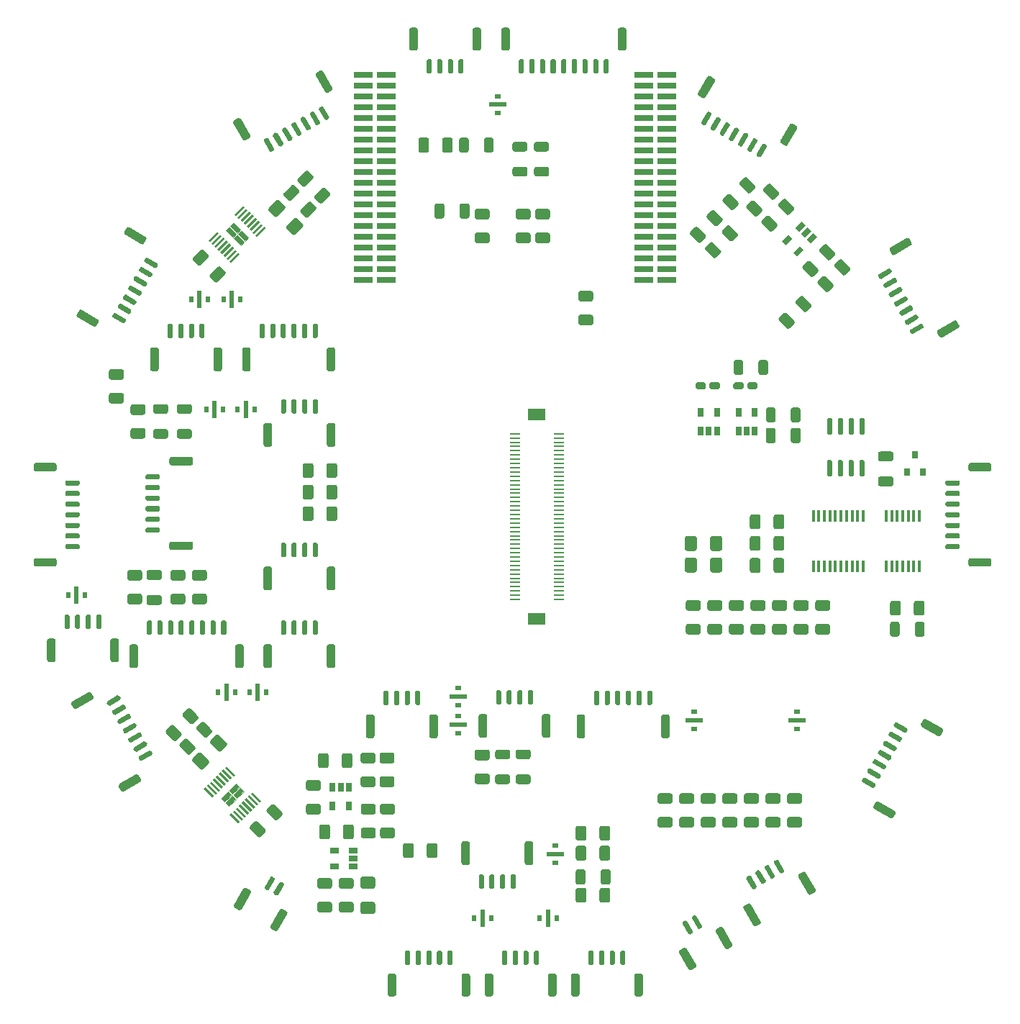
<source format=gtp>
%TF.GenerationSoftware,KiCad,Pcbnew,(5.1.12)-1*%
%TF.CreationDate,2021-12-15T00:56:12-05:00*%
%TF.ProjectId,P2_PowerSystem,50325f50-6f77-4657-9253-797374656d2e,rev?*%
%TF.SameCoordinates,Original*%
%TF.FileFunction,Paste,Top*%
%TF.FilePolarity,Positive*%
%FSLAX46Y46*%
G04 Gerber Fmt 4.6, Leading zero omitted, Abs format (unit mm)*
G04 Created by KiCad (PCBNEW (5.1.12)-1) date 2021-12-15 00:56:12*
%MOMM*%
%LPD*%
G01*
G04 APERTURE LIST*
%ADD10C,0.010000*%
%ADD11R,0.800000X0.900000*%
%ADD12R,0.650000X1.060000*%
%ADD13R,0.600000X0.800000*%
%ADD14R,0.600000X2.000000*%
%ADD15R,0.800000X0.600000*%
%ADD16R,2.000000X0.600000*%
%ADD17C,0.100000*%
%ADD18R,2.220000X0.740000*%
%ADD19R,0.450000X1.450000*%
%ADD20R,2.100000X1.400000*%
%ADD21R,1.150000X0.250000*%
%ADD22R,1.060000X0.650000*%
G04 APERTURE END LIST*
D10*
%TO.C,U2*%
G36*
X185998817Y-152657226D02*
G01*
X186367342Y-153025751D01*
X185573749Y-153819344D01*
X185205224Y-153450819D01*
X185998817Y-152657226D01*
G37*
X185998817Y-152657226D02*
X186367342Y-153025751D01*
X185573749Y-153819344D01*
X185205224Y-153450819D01*
X185998817Y-152657226D01*
G36*
X186508887Y-153167296D02*
G01*
X186876459Y-153534868D01*
X186082993Y-154328334D01*
X185715421Y-153960762D01*
X186508887Y-153167296D01*
G37*
X186508887Y-153167296D02*
X186876459Y-153534868D01*
X186082993Y-154328334D01*
X185715421Y-153960762D01*
X186508887Y-153167296D01*
G36*
X186932567Y-151724214D02*
G01*
X187300723Y-152092370D01*
X186508837Y-152884255D01*
X186140681Y-152516100D01*
X186932567Y-151724214D01*
G37*
X186932567Y-151724214D02*
X187300723Y-152092370D01*
X186508837Y-152884255D01*
X186140681Y-152516100D01*
X186932567Y-151724214D01*
G36*
X187442247Y-152233895D02*
G01*
X187809839Y-152601487D01*
X187017983Y-153393343D01*
X186650391Y-153025751D01*
X187442247Y-152233895D01*
G37*
X187442247Y-152233895D02*
X187809839Y-152601487D01*
X187017983Y-153393343D01*
X186650391Y-153025751D01*
X187442247Y-152233895D01*
%TO.C,U1*%
G36*
X187426088Y-86547027D02*
G01*
X187057563Y-86915552D01*
X186263970Y-86121959D01*
X186632495Y-85753434D01*
X187426088Y-86547027D01*
G37*
X187426088Y-86547027D02*
X187057563Y-86915552D01*
X186263970Y-86121959D01*
X186632495Y-85753434D01*
X187426088Y-86547027D01*
G36*
X186916018Y-87057097D02*
G01*
X186548446Y-87424669D01*
X185754980Y-86631203D01*
X186122552Y-86263631D01*
X186916018Y-87057097D01*
G37*
X186916018Y-87057097D02*
X186548446Y-87424669D01*
X185754980Y-86631203D01*
X186122552Y-86263631D01*
X186916018Y-87057097D01*
G36*
X188359100Y-87480777D02*
G01*
X187990944Y-87848933D01*
X187199059Y-87057047D01*
X187567214Y-86688891D01*
X188359100Y-87480777D01*
G37*
X188359100Y-87480777D02*
X187990944Y-87848933D01*
X187199059Y-87057047D01*
X187567214Y-86688891D01*
X188359100Y-87480777D01*
G36*
X187849419Y-87990457D02*
G01*
X187481827Y-88358049D01*
X186689971Y-87566193D01*
X187057563Y-87198601D01*
X187849419Y-87990457D01*
G37*
X187849419Y-87990457D02*
X187481827Y-88358049D01*
X186689971Y-87566193D01*
X187057563Y-87198601D01*
X187849419Y-87990457D01*
%TD*%
%TO.C,C46*%
G36*
G01*
X176641999Y-129525600D02*
X177942001Y-129525600D01*
G75*
G02*
X178192000Y-129775599I0J-249999D01*
G01*
X178192000Y-130425601D01*
G75*
G02*
X177942001Y-130675600I-249999J0D01*
G01*
X176641999Y-130675600D01*
G75*
G02*
X176392000Y-130425601I0J249999D01*
G01*
X176392000Y-129775599D01*
G75*
G02*
X176641999Y-129525600I249999J0D01*
G01*
G37*
G36*
G01*
X176641999Y-126575600D02*
X177942001Y-126575600D01*
G75*
G02*
X178192000Y-126825599I0J-249999D01*
G01*
X178192000Y-127475601D01*
G75*
G02*
X177942001Y-127725600I-249999J0D01*
G01*
X176641999Y-127725600D01*
G75*
G02*
X176392000Y-127475601I0J249999D01*
G01*
X176392000Y-126825599D01*
G75*
G02*
X176641999Y-126575600I249999J0D01*
G01*
G37*
%TD*%
%TO.C,C45*%
G36*
G01*
X229855600Y-163337001D02*
X229855600Y-162036999D01*
G75*
G02*
X230105599Y-161787000I249999J0D01*
G01*
X230755601Y-161787000D01*
G75*
G02*
X231005600Y-162036999I0J-249999D01*
G01*
X231005600Y-163337001D01*
G75*
G02*
X230755601Y-163587000I-249999J0D01*
G01*
X230105599Y-163587000D01*
G75*
G02*
X229855600Y-163337001I0J249999D01*
G01*
G37*
G36*
G01*
X226905600Y-163337001D02*
X226905600Y-162036999D01*
G75*
G02*
X227155599Y-161787000I249999J0D01*
G01*
X227805601Y-161787000D01*
G75*
G02*
X228055600Y-162036999I0J-249999D01*
G01*
X228055600Y-163337001D01*
G75*
G02*
X227805601Y-163587000I-249999J0D01*
G01*
X227155599Y-163587000D01*
G75*
G02*
X226905600Y-163337001I0J249999D01*
G01*
G37*
%TD*%
%TO.C,C33*%
G36*
G01*
X213244000Y-84978001D02*
X213244000Y-83677999D01*
G75*
G02*
X213493999Y-83428000I249999J0D01*
G01*
X214144001Y-83428000D01*
G75*
G02*
X214394000Y-83677999I0J-249999D01*
G01*
X214394000Y-84978001D01*
G75*
G02*
X214144001Y-85228000I-249999J0D01*
G01*
X213493999Y-85228000D01*
G75*
G02*
X213244000Y-84978001I0J249999D01*
G01*
G37*
G36*
G01*
X210294000Y-84978001D02*
X210294000Y-83677999D01*
G75*
G02*
X210543999Y-83428000I249999J0D01*
G01*
X211194001Y-83428000D01*
G75*
G02*
X211444000Y-83677999I0J-249999D01*
G01*
X211444000Y-84978001D01*
G75*
G02*
X211194001Y-85228000I-249999J0D01*
G01*
X210543999Y-85228000D01*
G75*
G02*
X210294000Y-84978001I0J249999D01*
G01*
G37*
%TD*%
%TO.C,C38*%
G36*
G01*
X196028000Y-116782434D02*
X196028000Y-118032434D01*
G75*
G02*
X195778000Y-118282434I-250000J0D01*
G01*
X195028000Y-118282434D01*
G75*
G02*
X194778000Y-118032434I0J250000D01*
G01*
X194778000Y-116782434D01*
G75*
G02*
X195028000Y-116532434I250000J0D01*
G01*
X195778000Y-116532434D01*
G75*
G02*
X196028000Y-116782434I0J-250000D01*
G01*
G37*
G36*
G01*
X198828000Y-116782434D02*
X198828000Y-118032434D01*
G75*
G02*
X198578000Y-118282434I-250000J0D01*
G01*
X197828000Y-118282434D01*
G75*
G02*
X197578000Y-118032434I0J250000D01*
G01*
X197578000Y-116782434D01*
G75*
G02*
X197828000Y-116532434I250000J0D01*
G01*
X198578000Y-116532434D01*
G75*
G02*
X198828000Y-116782434I0J-250000D01*
G01*
G37*
%TD*%
%TO.C,U15*%
G36*
G01*
X260454000Y-113641000D02*
X260754000Y-113641000D01*
G75*
G02*
X260904000Y-113791000I0J-150000D01*
G01*
X260904000Y-115441000D01*
G75*
G02*
X260754000Y-115591000I-150000J0D01*
G01*
X260454000Y-115591000D01*
G75*
G02*
X260304000Y-115441000I0J150000D01*
G01*
X260304000Y-113791000D01*
G75*
G02*
X260454000Y-113641000I150000J0D01*
G01*
G37*
G36*
G01*
X259184000Y-113641000D02*
X259484000Y-113641000D01*
G75*
G02*
X259634000Y-113791000I0J-150000D01*
G01*
X259634000Y-115441000D01*
G75*
G02*
X259484000Y-115591000I-150000J0D01*
G01*
X259184000Y-115591000D01*
G75*
G02*
X259034000Y-115441000I0J150000D01*
G01*
X259034000Y-113791000D01*
G75*
G02*
X259184000Y-113641000I150000J0D01*
G01*
G37*
G36*
G01*
X257914000Y-113641000D02*
X258214000Y-113641000D01*
G75*
G02*
X258364000Y-113791000I0J-150000D01*
G01*
X258364000Y-115441000D01*
G75*
G02*
X258214000Y-115591000I-150000J0D01*
G01*
X257914000Y-115591000D01*
G75*
G02*
X257764000Y-115441000I0J150000D01*
G01*
X257764000Y-113791000D01*
G75*
G02*
X257914000Y-113641000I150000J0D01*
G01*
G37*
G36*
G01*
X256644000Y-113641000D02*
X256944000Y-113641000D01*
G75*
G02*
X257094000Y-113791000I0J-150000D01*
G01*
X257094000Y-115441000D01*
G75*
G02*
X256944000Y-115591000I-150000J0D01*
G01*
X256644000Y-115591000D01*
G75*
G02*
X256494000Y-115441000I0J150000D01*
G01*
X256494000Y-113791000D01*
G75*
G02*
X256644000Y-113641000I150000J0D01*
G01*
G37*
G36*
G01*
X256644000Y-108691000D02*
X256944000Y-108691000D01*
G75*
G02*
X257094000Y-108841000I0J-150000D01*
G01*
X257094000Y-110491000D01*
G75*
G02*
X256944000Y-110641000I-150000J0D01*
G01*
X256644000Y-110641000D01*
G75*
G02*
X256494000Y-110491000I0J150000D01*
G01*
X256494000Y-108841000D01*
G75*
G02*
X256644000Y-108691000I150000J0D01*
G01*
G37*
G36*
G01*
X257914000Y-108691000D02*
X258214000Y-108691000D01*
G75*
G02*
X258364000Y-108841000I0J-150000D01*
G01*
X258364000Y-110491000D01*
G75*
G02*
X258214000Y-110641000I-150000J0D01*
G01*
X257914000Y-110641000D01*
G75*
G02*
X257764000Y-110491000I0J150000D01*
G01*
X257764000Y-108841000D01*
G75*
G02*
X257914000Y-108691000I150000J0D01*
G01*
G37*
G36*
G01*
X259184000Y-108691000D02*
X259484000Y-108691000D01*
G75*
G02*
X259634000Y-108841000I0J-150000D01*
G01*
X259634000Y-110491000D01*
G75*
G02*
X259484000Y-110641000I-150000J0D01*
G01*
X259184000Y-110641000D01*
G75*
G02*
X259034000Y-110491000I0J150000D01*
G01*
X259034000Y-108841000D01*
G75*
G02*
X259184000Y-108691000I150000J0D01*
G01*
G37*
G36*
G01*
X260454000Y-108691000D02*
X260754000Y-108691000D01*
G75*
G02*
X260904000Y-108841000I0J-150000D01*
G01*
X260904000Y-110491000D01*
G75*
G02*
X260754000Y-110641000I-150000J0D01*
G01*
X260454000Y-110641000D01*
G75*
G02*
X260304000Y-110491000I0J150000D01*
G01*
X260304000Y-108841000D01*
G75*
G02*
X260454000Y-108691000I150000J0D01*
G01*
G37*
%TD*%
D11*
%TO.C,U14*%
X266827000Y-113046000D03*
X267777000Y-115046000D03*
X265877000Y-115046000D03*
%TD*%
D12*
%TO.C,U13*%
X241620000Y-107993000D03*
X243520000Y-107993000D03*
X243520000Y-110193000D03*
X242570000Y-110193000D03*
X241620000Y-110193000D03*
%TD*%
%TO.C,U7*%
X246065000Y-107993000D03*
X247965000Y-107993000D03*
X247965000Y-110193000D03*
X247015000Y-110193000D03*
X246065000Y-110193000D03*
%TD*%
%TO.C,R34*%
G36*
G01*
X181473001Y-108193000D02*
X180222999Y-108193000D01*
G75*
G02*
X179973000Y-107943001I0J249999D01*
G01*
X179973000Y-107317999D01*
G75*
G02*
X180222999Y-107068000I249999J0D01*
G01*
X181473001Y-107068000D01*
G75*
G02*
X181723000Y-107317999I0J-249999D01*
G01*
X181723000Y-107943001D01*
G75*
G02*
X181473001Y-108193000I-249999J0D01*
G01*
G37*
G36*
G01*
X181473001Y-111118000D02*
X180222999Y-111118000D01*
G75*
G02*
X179973000Y-110868001I0J249999D01*
G01*
X179973000Y-110242999D01*
G75*
G02*
X180222999Y-109993000I249999J0D01*
G01*
X181473001Y-109993000D01*
G75*
G02*
X181723000Y-110242999I0J-249999D01*
G01*
X181723000Y-110868001D01*
G75*
G02*
X181473001Y-111118000I-249999J0D01*
G01*
G37*
%TD*%
%TO.C,R33*%
G36*
G01*
X177428999Y-109993000D02*
X178679001Y-109993000D01*
G75*
G02*
X178929000Y-110242999I0J-249999D01*
G01*
X178929000Y-110868001D01*
G75*
G02*
X178679001Y-111118000I-249999J0D01*
G01*
X177428999Y-111118000D01*
G75*
G02*
X177179000Y-110868001I0J249999D01*
G01*
X177179000Y-110242999D01*
G75*
G02*
X177428999Y-109993000I249999J0D01*
G01*
G37*
G36*
G01*
X177428999Y-107068000D02*
X178679001Y-107068000D01*
G75*
G02*
X178929000Y-107317999I0J-249999D01*
G01*
X178929000Y-107943001D01*
G75*
G02*
X178679001Y-108193000I-249999J0D01*
G01*
X177428999Y-108193000D01*
G75*
G02*
X177179000Y-107943001I0J249999D01*
G01*
X177179000Y-107317999D01*
G75*
G02*
X177428999Y-107068000I249999J0D01*
G01*
G37*
%TD*%
%TO.C,R32*%
G36*
G01*
X220100999Y-150633000D02*
X221351001Y-150633000D01*
G75*
G02*
X221601000Y-150882999I0J-249999D01*
G01*
X221601000Y-151508001D01*
G75*
G02*
X221351001Y-151758000I-249999J0D01*
G01*
X220100999Y-151758000D01*
G75*
G02*
X219851000Y-151508001I0J249999D01*
G01*
X219851000Y-150882999D01*
G75*
G02*
X220100999Y-150633000I249999J0D01*
G01*
G37*
G36*
G01*
X220100999Y-147708000D02*
X221351001Y-147708000D01*
G75*
G02*
X221601000Y-147957999I0J-249999D01*
G01*
X221601000Y-148583001D01*
G75*
G02*
X221351001Y-148833000I-249999J0D01*
G01*
X220100999Y-148833000D01*
G75*
G02*
X219851000Y-148583001I0J249999D01*
G01*
X219851000Y-147957999D01*
G75*
G02*
X220100999Y-147708000I249999J0D01*
G01*
G37*
%TD*%
%TO.C,R31*%
G36*
G01*
X218938001Y-148833000D02*
X217687999Y-148833000D01*
G75*
G02*
X217438000Y-148583001I0J249999D01*
G01*
X217438000Y-147957999D01*
G75*
G02*
X217687999Y-147708000I249999J0D01*
G01*
X218938001Y-147708000D01*
G75*
G02*
X219188000Y-147957999I0J-249999D01*
G01*
X219188000Y-148583001D01*
G75*
G02*
X218938001Y-148833000I-249999J0D01*
G01*
G37*
G36*
G01*
X218938001Y-151758000D02*
X217687999Y-151758000D01*
G75*
G02*
X217438000Y-151508001I0J249999D01*
G01*
X217438000Y-150882999D01*
G75*
G02*
X217687999Y-150633000I249999J0D01*
G01*
X218938001Y-150633000D01*
G75*
G02*
X219188000Y-150882999I0J-249999D01*
G01*
X219188000Y-151508001D01*
G75*
G02*
X218938001Y-151758000I-249999J0D01*
G01*
G37*
%TD*%
%TO.C,R30*%
G36*
G01*
X266838000Y-134165501D02*
X266838000Y-132915499D01*
G75*
G02*
X267087999Y-132665500I249999J0D01*
G01*
X267713001Y-132665500D01*
G75*
G02*
X267963000Y-132915499I0J-249999D01*
G01*
X267963000Y-134165501D01*
G75*
G02*
X267713001Y-134415500I-249999J0D01*
G01*
X267087999Y-134415500D01*
G75*
G02*
X266838000Y-134165501I0J249999D01*
G01*
G37*
G36*
G01*
X263913000Y-134165501D02*
X263913000Y-132915499D01*
G75*
G02*
X264162999Y-132665500I249999J0D01*
G01*
X264788001Y-132665500D01*
G75*
G02*
X265038000Y-132915499I0J-249999D01*
G01*
X265038000Y-134165501D01*
G75*
G02*
X264788001Y-134415500I-249999J0D01*
G01*
X264162999Y-134415500D01*
G75*
G02*
X263913000Y-134165501I0J249999D01*
G01*
G37*
%TD*%
%TO.C,R29*%
G36*
G01*
X252233000Y-108956001D02*
X252233000Y-107705999D01*
G75*
G02*
X252482999Y-107456000I249999J0D01*
G01*
X253108001Y-107456000D01*
G75*
G02*
X253358000Y-107705999I0J-249999D01*
G01*
X253358000Y-108956001D01*
G75*
G02*
X253108001Y-109206000I-249999J0D01*
G01*
X252482999Y-109206000D01*
G75*
G02*
X252233000Y-108956001I0J249999D01*
G01*
G37*
G36*
G01*
X249308000Y-108956001D02*
X249308000Y-107705999D01*
G75*
G02*
X249557999Y-107456000I249999J0D01*
G01*
X250183001Y-107456000D01*
G75*
G02*
X250433000Y-107705999I0J-249999D01*
G01*
X250433000Y-108956001D01*
G75*
G02*
X250183001Y-109206000I-249999J0D01*
G01*
X249557999Y-109206000D01*
G75*
G02*
X249308000Y-108956001I0J249999D01*
G01*
G37*
%TD*%
%TO.C,R7*%
G36*
G01*
X248423000Y-103368001D02*
X248423000Y-102117999D01*
G75*
G02*
X248672999Y-101868000I249999J0D01*
G01*
X249298001Y-101868000D01*
G75*
G02*
X249548000Y-102117999I0J-249999D01*
G01*
X249548000Y-103368001D01*
G75*
G02*
X249298001Y-103618000I-249999J0D01*
G01*
X248672999Y-103618000D01*
G75*
G02*
X248423000Y-103368001I0J249999D01*
G01*
G37*
G36*
G01*
X245498000Y-103368001D02*
X245498000Y-102117999D01*
G75*
G02*
X245747999Y-101868000I249999J0D01*
G01*
X246373001Y-101868000D01*
G75*
G02*
X246623000Y-102117999I0J-249999D01*
G01*
X246623000Y-103368001D01*
G75*
G02*
X246373001Y-103618000I-249999J0D01*
G01*
X245747999Y-103618000D01*
G75*
G02*
X245498000Y-103368001I0J249999D01*
G01*
G37*
%TD*%
%TO.C,R3*%
G36*
G01*
X222259999Y-79132000D02*
X223510001Y-79132000D01*
G75*
G02*
X223760000Y-79381999I0J-249999D01*
G01*
X223760000Y-80007001D01*
G75*
G02*
X223510001Y-80257000I-249999J0D01*
G01*
X222259999Y-80257000D01*
G75*
G02*
X222010000Y-80007001I0J249999D01*
G01*
X222010000Y-79381999D01*
G75*
G02*
X222259999Y-79132000I249999J0D01*
G01*
G37*
G36*
G01*
X222259999Y-76207000D02*
X223510001Y-76207000D01*
G75*
G02*
X223760000Y-76456999I0J-249999D01*
G01*
X223760000Y-77082001D01*
G75*
G02*
X223510001Y-77332000I-249999J0D01*
G01*
X222259999Y-77332000D01*
G75*
G02*
X222010000Y-77082001I0J249999D01*
G01*
X222010000Y-76456999D01*
G75*
G02*
X222259999Y-76207000I249999J0D01*
G01*
G37*
%TD*%
%TO.C,R2*%
G36*
G01*
X220970001Y-77332000D02*
X219719999Y-77332000D01*
G75*
G02*
X219470000Y-77082001I0J249999D01*
G01*
X219470000Y-76456999D01*
G75*
G02*
X219719999Y-76207000I249999J0D01*
G01*
X220970001Y-76207000D01*
G75*
G02*
X221220000Y-76456999I0J-249999D01*
G01*
X221220000Y-77082001D01*
G75*
G02*
X220970001Y-77332000I-249999J0D01*
G01*
G37*
G36*
G01*
X220970001Y-80257000D02*
X219719999Y-80257000D01*
G75*
G02*
X219470000Y-80007001I0J249999D01*
G01*
X219470000Y-79381999D01*
G75*
G02*
X219719999Y-79132000I249999J0D01*
G01*
X220970001Y-79132000D01*
G75*
G02*
X221220000Y-79381999I0J-249999D01*
G01*
X221220000Y-80007001D01*
G75*
G02*
X220970001Y-80257000I-249999J0D01*
G01*
G37*
%TD*%
%TO.C,R1*%
G36*
G01*
X214314200Y-75955999D02*
X214314200Y-77206001D01*
G75*
G02*
X214064201Y-77456000I-249999J0D01*
G01*
X213439199Y-77456000D01*
G75*
G02*
X213189200Y-77206001I0J249999D01*
G01*
X213189200Y-75955999D01*
G75*
G02*
X213439199Y-75706000I249999J0D01*
G01*
X214064201Y-75706000D01*
G75*
G02*
X214314200Y-75955999I0J-249999D01*
G01*
G37*
G36*
G01*
X217239200Y-75955999D02*
X217239200Y-77206001D01*
G75*
G02*
X216989201Y-77456000I-249999J0D01*
G01*
X216364199Y-77456000D01*
G75*
G02*
X216114200Y-77206001I0J249999D01*
G01*
X216114200Y-75955999D01*
G75*
G02*
X216364199Y-75706000I249999J0D01*
G01*
X216989201Y-75706000D01*
G75*
G02*
X217239200Y-75955999I0J-249999D01*
G01*
G37*
%TD*%
%TO.C,D14*%
G36*
G01*
X174762000Y-109868000D02*
X176012000Y-109868000D01*
G75*
G02*
X176262000Y-110118000I0J-250000D01*
G01*
X176262000Y-110868000D01*
G75*
G02*
X176012000Y-111118000I-250000J0D01*
G01*
X174762000Y-111118000D01*
G75*
G02*
X174512000Y-110868000I0J250000D01*
G01*
X174512000Y-110118000D01*
G75*
G02*
X174762000Y-109868000I250000J0D01*
G01*
G37*
G36*
G01*
X174762000Y-107068000D02*
X176012000Y-107068000D01*
G75*
G02*
X176262000Y-107318000I0J-250000D01*
G01*
X176262000Y-108068000D01*
G75*
G02*
X176012000Y-108318000I-250000J0D01*
G01*
X174762000Y-108318000D01*
G75*
G02*
X174512000Y-108068000I0J250000D01*
G01*
X174512000Y-107318000D01*
G75*
G02*
X174762000Y-107068000I250000J0D01*
G01*
G37*
%TD*%
%TO.C,D13*%
G36*
G01*
X216525000Y-148958000D02*
X215275000Y-148958000D01*
G75*
G02*
X215025000Y-148708000I0J250000D01*
G01*
X215025000Y-147958000D01*
G75*
G02*
X215275000Y-147708000I250000J0D01*
G01*
X216525000Y-147708000D01*
G75*
G02*
X216775000Y-147958000I0J-250000D01*
G01*
X216775000Y-148708000D01*
G75*
G02*
X216525000Y-148958000I-250000J0D01*
G01*
G37*
G36*
G01*
X216525000Y-151758000D02*
X215275000Y-151758000D01*
G75*
G02*
X215025000Y-151508000I0J250000D01*
G01*
X215025000Y-150758000D01*
G75*
G02*
X215275000Y-150508000I250000J0D01*
G01*
X216525000Y-150508000D01*
G75*
G02*
X216775000Y-150758000I0J-250000D01*
G01*
X216775000Y-151508000D01*
G75*
G02*
X216525000Y-151758000I-250000J0D01*
G01*
G37*
%TD*%
%TO.C,D12*%
G36*
G01*
X211188600Y-77206000D02*
X211188600Y-75956000D01*
G75*
G02*
X211438600Y-75706000I250000J0D01*
G01*
X212188600Y-75706000D01*
G75*
G02*
X212438600Y-75956000I0J-250000D01*
G01*
X212438600Y-77206000D01*
G75*
G02*
X212188600Y-77456000I-250000J0D01*
G01*
X211438600Y-77456000D01*
G75*
G02*
X211188600Y-77206000I0J250000D01*
G01*
G37*
G36*
G01*
X208388600Y-77206000D02*
X208388600Y-75956000D01*
G75*
G02*
X208638600Y-75706000I250000J0D01*
G01*
X209388600Y-75706000D01*
G75*
G02*
X209638600Y-75956000I0J-250000D01*
G01*
X209638600Y-77206000D01*
G75*
G02*
X209388600Y-77456000I-250000J0D01*
G01*
X208638600Y-77456000D01*
G75*
G02*
X208388600Y-77206000I0J250000D01*
G01*
G37*
%TD*%
%TO.C,D11*%
G36*
G01*
X242643000Y-105114500D02*
X242643000Y-104689500D01*
G75*
G02*
X242855500Y-104477000I212500J0D01*
G01*
X243655500Y-104477000D01*
G75*
G02*
X243868000Y-104689500I0J-212500D01*
G01*
X243868000Y-105114500D01*
G75*
G02*
X243655500Y-105327000I-212500J0D01*
G01*
X242855500Y-105327000D01*
G75*
G02*
X242643000Y-105114500I0J212500D01*
G01*
G37*
G36*
G01*
X241018000Y-105114500D02*
X241018000Y-104689500D01*
G75*
G02*
X241230500Y-104477000I212500J0D01*
G01*
X242030500Y-104477000D01*
G75*
G02*
X242243000Y-104689500I0J-212500D01*
G01*
X242243000Y-105114500D01*
G75*
G02*
X242030500Y-105327000I-212500J0D01*
G01*
X241230500Y-105327000D01*
G75*
G02*
X241018000Y-105114500I0J212500D01*
G01*
G37*
%TD*%
%TO.C,D10*%
G36*
G01*
X247088000Y-105114500D02*
X247088000Y-104689500D01*
G75*
G02*
X247300500Y-104477000I212500J0D01*
G01*
X248100500Y-104477000D01*
G75*
G02*
X248313000Y-104689500I0J-212500D01*
G01*
X248313000Y-105114500D01*
G75*
G02*
X248100500Y-105327000I-212500J0D01*
G01*
X247300500Y-105327000D01*
G75*
G02*
X247088000Y-105114500I0J212500D01*
G01*
G37*
G36*
G01*
X245463000Y-105114500D02*
X245463000Y-104689500D01*
G75*
G02*
X245675500Y-104477000I212500J0D01*
G01*
X246475500Y-104477000D01*
G75*
G02*
X246688000Y-104689500I0J-212500D01*
G01*
X246688000Y-105114500D01*
G75*
G02*
X246475500Y-105327000I-212500J0D01*
G01*
X245675500Y-105327000D01*
G75*
G02*
X245463000Y-105114500I0J212500D01*
G01*
G37*
%TD*%
%TO.C,C44*%
G36*
G01*
X252233000Y-111394001D02*
X252233000Y-110093999D01*
G75*
G02*
X252482999Y-109844000I249999J0D01*
G01*
X253133001Y-109844000D01*
G75*
G02*
X253383000Y-110093999I0J-249999D01*
G01*
X253383000Y-111394001D01*
G75*
G02*
X253133001Y-111644000I-249999J0D01*
G01*
X252482999Y-111644000D01*
G75*
G02*
X252233000Y-111394001I0J249999D01*
G01*
G37*
G36*
G01*
X249283000Y-111394001D02*
X249283000Y-110093999D01*
G75*
G02*
X249532999Y-109844000I249999J0D01*
G01*
X250183001Y-109844000D01*
G75*
G02*
X250433000Y-110093999I0J-249999D01*
G01*
X250433000Y-111394001D01*
G75*
G02*
X250183001Y-111644000I-249999J0D01*
G01*
X249532999Y-111644000D01*
G75*
G02*
X249283000Y-111394001I0J249999D01*
G01*
G37*
%TD*%
%TO.C,C43*%
G36*
G01*
X264048001Y-113781000D02*
X262747999Y-113781000D01*
G75*
G02*
X262498000Y-113531001I0J249999D01*
G01*
X262498000Y-112880999D01*
G75*
G02*
X262747999Y-112631000I249999J0D01*
G01*
X264048001Y-112631000D01*
G75*
G02*
X264298000Y-112880999I0J-249999D01*
G01*
X264298000Y-113531001D01*
G75*
G02*
X264048001Y-113781000I-249999J0D01*
G01*
G37*
G36*
G01*
X264048001Y-116731000D02*
X262747999Y-116731000D01*
G75*
G02*
X262498000Y-116481001I0J249999D01*
G01*
X262498000Y-115830999D01*
G75*
G02*
X262747999Y-115581000I249999J0D01*
G01*
X264048001Y-115581000D01*
G75*
G02*
X264298000Y-115830999I0J-249999D01*
G01*
X264298000Y-116481001D01*
G75*
G02*
X264048001Y-116731000I-249999J0D01*
G01*
G37*
%TD*%
%TO.C,J11*%
G36*
G01*
X190985401Y-168463262D02*
X192085401Y-166558006D01*
G75*
G02*
X192426907Y-166466500I216506J-125000D01*
G01*
X192859919Y-166716500D01*
G75*
G02*
X192951425Y-167058006I-125000J-216506D01*
G01*
X191851425Y-168963262D01*
G75*
G02*
X191509919Y-169054768I-216506J125000D01*
G01*
X191076907Y-168804768D01*
G75*
G02*
X190985401Y-168463262I125000J216506D01*
G01*
G37*
G36*
G01*
X186698575Y-165988262D02*
X187798575Y-164083006D01*
G75*
G02*
X188140081Y-163991500I216506J-125000D01*
G01*
X188573093Y-164241500D01*
G75*
G02*
X188664599Y-164583006I-125000J-216506D01*
G01*
X187564599Y-166488262D01*
G75*
G02*
X187223093Y-166579768I-216506J125000D01*
G01*
X186790081Y-166329768D01*
G75*
G02*
X186698575Y-165988262I125000J216506D01*
G01*
G37*
G36*
G01*
X191356458Y-164520571D02*
X192056458Y-163308135D01*
G75*
G02*
X192261362Y-163253231I129904J-75000D01*
G01*
X192521170Y-163403231D01*
G75*
G02*
X192576074Y-163608135I-75000J-129904D01*
G01*
X191876074Y-164820571D01*
G75*
G02*
X191671170Y-164875475I-129904J75000D01*
G01*
X191411362Y-164725475D01*
G75*
G02*
X191356458Y-164520571I75000J129904D01*
G01*
G37*
G36*
G01*
X190273926Y-163895571D02*
X190973926Y-162683135D01*
G75*
G02*
X191178830Y-162628231I129904J-75000D01*
G01*
X191438638Y-162778231D01*
G75*
G02*
X191493542Y-162983135I-75000J-129904D01*
G01*
X190793542Y-164195571D01*
G75*
G02*
X190588638Y-164250475I-129904J75000D01*
G01*
X190328830Y-164100475D01*
G75*
G02*
X190273926Y-163895571I75000J129904D01*
G01*
G37*
%TD*%
%TO.C,J10*%
G36*
G01*
X165685000Y-134870000D02*
X165685000Y-137170000D01*
G75*
G02*
X165435000Y-137420000I-250000J0D01*
G01*
X164935000Y-137420000D01*
G75*
G02*
X164685000Y-137170000I0J250000D01*
G01*
X164685000Y-134870000D01*
G75*
G02*
X164935000Y-134620000I250000J0D01*
G01*
X165435000Y-134620000D01*
G75*
G02*
X165685000Y-134870000I0J-250000D01*
G01*
G37*
G36*
G01*
X173135000Y-134870000D02*
X173135000Y-137170000D01*
G75*
G02*
X172885000Y-137420000I-250000J0D01*
G01*
X172385000Y-137420000D01*
G75*
G02*
X172135000Y-137170000I0J250000D01*
G01*
X172135000Y-134870000D01*
G75*
G02*
X172385000Y-134620000I250000J0D01*
G01*
X172885000Y-134620000D01*
G75*
G02*
X173135000Y-134870000I0J-250000D01*
G01*
G37*
G36*
G01*
X167335000Y-131970000D02*
X167335000Y-133370000D01*
G75*
G02*
X167185000Y-133520000I-150000J0D01*
G01*
X166885000Y-133520000D01*
G75*
G02*
X166735000Y-133370000I0J150000D01*
G01*
X166735000Y-131970000D01*
G75*
G02*
X166885000Y-131820000I150000J0D01*
G01*
X167185000Y-131820000D01*
G75*
G02*
X167335000Y-131970000I0J-150000D01*
G01*
G37*
G36*
G01*
X168585000Y-131970000D02*
X168585000Y-133370000D01*
G75*
G02*
X168435000Y-133520000I-150000J0D01*
G01*
X168135000Y-133520000D01*
G75*
G02*
X167985000Y-133370000I0J150000D01*
G01*
X167985000Y-131970000D01*
G75*
G02*
X168135000Y-131820000I150000J0D01*
G01*
X168435000Y-131820000D01*
G75*
G02*
X168585000Y-131970000I0J-150000D01*
G01*
G37*
G36*
G01*
X169835000Y-131970000D02*
X169835000Y-133370000D01*
G75*
G02*
X169685000Y-133520000I-150000J0D01*
G01*
X169385000Y-133520000D01*
G75*
G02*
X169235000Y-133370000I0J150000D01*
G01*
X169235000Y-131970000D01*
G75*
G02*
X169385000Y-131820000I150000J0D01*
G01*
X169685000Y-131820000D01*
G75*
G02*
X169835000Y-131970000I0J-150000D01*
G01*
G37*
G36*
G01*
X171085000Y-131970000D02*
X171085000Y-133370000D01*
G75*
G02*
X170935000Y-133520000I-150000J0D01*
G01*
X170635000Y-133520000D01*
G75*
G02*
X170485000Y-133370000I0J150000D01*
G01*
X170485000Y-131970000D01*
G75*
G02*
X170635000Y-131820000I150000J0D01*
G01*
X170935000Y-131820000D01*
G75*
G02*
X171085000Y-131970000I0J-150000D01*
G01*
G37*
%TD*%
%TO.C,J9*%
G36*
G01*
X220903000Y-161040000D02*
X220903000Y-158740000D01*
G75*
G02*
X221153000Y-158490000I250000J0D01*
G01*
X221653000Y-158490000D01*
G75*
G02*
X221903000Y-158740000I0J-250000D01*
G01*
X221903000Y-161040000D01*
G75*
G02*
X221653000Y-161290000I-250000J0D01*
G01*
X221153000Y-161290000D01*
G75*
G02*
X220903000Y-161040000I0J250000D01*
G01*
G37*
G36*
G01*
X213453000Y-161040000D02*
X213453000Y-158740000D01*
G75*
G02*
X213703000Y-158490000I250000J0D01*
G01*
X214203000Y-158490000D01*
G75*
G02*
X214453000Y-158740000I0J-250000D01*
G01*
X214453000Y-161040000D01*
G75*
G02*
X214203000Y-161290000I-250000J0D01*
G01*
X213703000Y-161290000D01*
G75*
G02*
X213453000Y-161040000I0J250000D01*
G01*
G37*
G36*
G01*
X219253000Y-163940000D02*
X219253000Y-162540000D01*
G75*
G02*
X219403000Y-162390000I150000J0D01*
G01*
X219703000Y-162390000D01*
G75*
G02*
X219853000Y-162540000I0J-150000D01*
G01*
X219853000Y-163940000D01*
G75*
G02*
X219703000Y-164090000I-150000J0D01*
G01*
X219403000Y-164090000D01*
G75*
G02*
X219253000Y-163940000I0J150000D01*
G01*
G37*
G36*
G01*
X218003000Y-163940000D02*
X218003000Y-162540000D01*
G75*
G02*
X218153000Y-162390000I150000J0D01*
G01*
X218453000Y-162390000D01*
G75*
G02*
X218603000Y-162540000I0J-150000D01*
G01*
X218603000Y-163940000D01*
G75*
G02*
X218453000Y-164090000I-150000J0D01*
G01*
X218153000Y-164090000D01*
G75*
G02*
X218003000Y-163940000I0J150000D01*
G01*
G37*
G36*
G01*
X216753000Y-163940000D02*
X216753000Y-162540000D01*
G75*
G02*
X216903000Y-162390000I150000J0D01*
G01*
X217203000Y-162390000D01*
G75*
G02*
X217353000Y-162540000I0J-150000D01*
G01*
X217353000Y-163940000D01*
G75*
G02*
X217203000Y-164090000I-150000J0D01*
G01*
X216903000Y-164090000D01*
G75*
G02*
X216753000Y-163940000I0J150000D01*
G01*
G37*
G36*
G01*
X215503000Y-163940000D02*
X215503000Y-162540000D01*
G75*
G02*
X215653000Y-162390000I150000J0D01*
G01*
X215953000Y-162390000D01*
G75*
G02*
X216103000Y-162540000I0J-150000D01*
G01*
X216103000Y-163940000D01*
G75*
G02*
X215953000Y-164090000I-150000J0D01*
G01*
X215653000Y-164090000D01*
G75*
G02*
X215503000Y-163940000I0J150000D01*
G01*
G37*
%TD*%
%TO.C,J8*%
G36*
G01*
X247522067Y-165913007D02*
X248672067Y-167904865D01*
G75*
G02*
X248580561Y-168246371I-216506J-125000D01*
G01*
X248147549Y-168496371D01*
G75*
G02*
X247806043Y-168404865I-125000J216506D01*
G01*
X246656043Y-166413007D01*
G75*
G02*
X246747549Y-166071501I216506J125000D01*
G01*
X247180561Y-165821501D01*
G75*
G02*
X247522067Y-165913007I125000J-216506D01*
G01*
G37*
G36*
G01*
X253973957Y-162188007D02*
X255123957Y-164179865D01*
G75*
G02*
X255032451Y-164521371I-216506J-125000D01*
G01*
X254599439Y-164771371D01*
G75*
G02*
X254257933Y-164679865I-125000J216506D01*
G01*
X253107933Y-162688007D01*
G75*
G02*
X253199439Y-162346501I216506J125000D01*
G01*
X253632451Y-162096501D01*
G75*
G02*
X253973957Y-162188007I125000J-216506D01*
G01*
G37*
G36*
G01*
X247501010Y-162576532D02*
X248201010Y-163788968D01*
G75*
G02*
X248146106Y-163993872I-129904J-75000D01*
G01*
X247886298Y-164143872D01*
G75*
G02*
X247681394Y-164088968I-75000J129904D01*
G01*
X246981394Y-162876532D01*
G75*
G02*
X247036298Y-162671628I129904J75000D01*
G01*
X247296106Y-162521628D01*
G75*
G02*
X247501010Y-162576532I75000J-129904D01*
G01*
G37*
G36*
G01*
X248583542Y-161951532D02*
X249283542Y-163163968D01*
G75*
G02*
X249228638Y-163368872I-129904J-75000D01*
G01*
X248968830Y-163518872D01*
G75*
G02*
X248763926Y-163463968I-75000J129904D01*
G01*
X248063926Y-162251532D01*
G75*
G02*
X248118830Y-162046628I129904J75000D01*
G01*
X248378638Y-161896628D01*
G75*
G02*
X248583542Y-161951532I75000J-129904D01*
G01*
G37*
G36*
G01*
X249666074Y-161326532D02*
X250366074Y-162538968D01*
G75*
G02*
X250311170Y-162743872I-129904J-75000D01*
G01*
X250051362Y-162893872D01*
G75*
G02*
X249846458Y-162838968I-75000J129904D01*
G01*
X249146458Y-161626532D01*
G75*
G02*
X249201362Y-161421628I129904J75000D01*
G01*
X249461170Y-161271628D01*
G75*
G02*
X249666074Y-161326532I75000J-129904D01*
G01*
G37*
G36*
G01*
X250748606Y-160701532D02*
X251448606Y-161913968D01*
G75*
G02*
X251393702Y-162118872I-129904J-75000D01*
G01*
X251133894Y-162268872D01*
G75*
G02*
X250928990Y-162213968I-75000J129904D01*
G01*
X250228990Y-161001532D01*
G75*
G02*
X250283894Y-160796628I129904J75000D01*
G01*
X250543702Y-160646628D01*
G75*
G02*
X250748606Y-160701532I75000J-129904D01*
G01*
G37*
%TD*%
%TO.C,J7*%
G36*
G01*
X244489401Y-171060262D02*
X243389401Y-169155006D01*
G75*
G02*
X243480907Y-168813500I216506J125000D01*
G01*
X243913919Y-168563500D01*
G75*
G02*
X244255425Y-168655006I125000J-216506D01*
G01*
X245355425Y-170560262D01*
G75*
G02*
X245263919Y-170901768I-216506J-125000D01*
G01*
X244830907Y-171151768D01*
G75*
G02*
X244489401Y-171060262I-125000J216506D01*
G01*
G37*
G36*
G01*
X240202575Y-173535262D02*
X239102575Y-171630006D01*
G75*
G02*
X239194081Y-171288500I216506J125000D01*
G01*
X239627093Y-171038500D01*
G75*
G02*
X239968599Y-171130006I125000J-216506D01*
G01*
X241068599Y-173035262D01*
G75*
G02*
X240977093Y-173376768I-216506J-125000D01*
G01*
X240544081Y-173626768D01*
G75*
G02*
X240202575Y-173535262I-125000J216506D01*
G01*
G37*
G36*
G01*
X241260458Y-168767571D02*
X240560458Y-167555135D01*
G75*
G02*
X240615362Y-167350231I129904J75000D01*
G01*
X240875170Y-167200231D01*
G75*
G02*
X241080074Y-167255135I75000J-129904D01*
G01*
X241780074Y-168467571D01*
G75*
G02*
X241725170Y-168672475I-129904J-75000D01*
G01*
X241465362Y-168822475D01*
G75*
G02*
X241260458Y-168767571I-75000J129904D01*
G01*
G37*
G36*
G01*
X240177926Y-169392571D02*
X239477926Y-168180135D01*
G75*
G02*
X239532830Y-167975231I129904J75000D01*
G01*
X239792638Y-167825231D01*
G75*
G02*
X239997542Y-167880135I75000J-129904D01*
G01*
X240697542Y-169092571D01*
G75*
G02*
X240642638Y-169297475I-129904J-75000D01*
G01*
X240382830Y-169447475D01*
G75*
G02*
X240177926Y-169392571I-75000J129904D01*
G01*
G37*
%TD*%
D13*
%TO.C,C32*%
X167148000Y-129540000D03*
X169148000Y-129540000D03*
D14*
X168148000Y-129540000D03*
%TD*%
D15*
%TO.C,C28*%
X224536000Y-161020000D03*
X224536000Y-159020000D03*
D16*
X224536000Y-160020000D03*
%TD*%
%TO.C,R15*%
G36*
G01*
X249909949Y-82951935D02*
X249026065Y-82068051D01*
G75*
G02*
X249026065Y-81714497I176777J176777D01*
G01*
X249556395Y-81184167D01*
G75*
G02*
X249909949Y-81184167I176777J-176777D01*
G01*
X250793833Y-82068051D01*
G75*
G02*
X250793833Y-82421605I-176777J-176777D01*
G01*
X250263503Y-82951935D01*
G75*
G02*
X249909949Y-82951935I-176777J176777D01*
G01*
G37*
G36*
G01*
X247930051Y-84931833D02*
X247046167Y-84047949D01*
G75*
G02*
X247046167Y-83694395I176777J176777D01*
G01*
X247576497Y-83164065D01*
G75*
G02*
X247930051Y-83164065I176777J-176777D01*
G01*
X248813935Y-84047949D01*
G75*
G02*
X248813935Y-84401503I-176777J-176777D01*
G01*
X248283605Y-84931833D01*
G75*
G02*
X247930051Y-84931833I-176777J176777D01*
G01*
G37*
%TD*%
D17*
%TO.C,U10*%
G36*
X253276891Y-88474993D02*
G01*
X253736510Y-88934612D01*
X252986977Y-89684145D01*
X252527358Y-89224526D01*
X253276891Y-88474993D01*
G37*
G36*
X251933388Y-87131490D02*
G01*
X252393007Y-87591109D01*
X251643474Y-88340642D01*
X251183855Y-87881023D01*
X251933388Y-87131490D01*
G37*
G36*
X253489023Y-85575855D02*
G01*
X253948642Y-86035474D01*
X253199109Y-86785007D01*
X252739490Y-86325388D01*
X253489023Y-85575855D01*
G37*
G36*
X254160774Y-86247607D02*
G01*
X254620393Y-86707226D01*
X253870860Y-87456759D01*
X253411241Y-86997140D01*
X254160774Y-86247607D01*
G37*
G36*
X254832526Y-86919358D02*
G01*
X255292145Y-87378977D01*
X254542612Y-88128510D01*
X254082993Y-87668891D01*
X254832526Y-86919358D01*
G37*
%TD*%
D12*
%TO.C,U9*%
X200195220Y-154353440D03*
X198295220Y-154353440D03*
X198295220Y-152153440D03*
X199245220Y-152153440D03*
X200195220Y-152153440D03*
%TD*%
D15*
%TO.C,C30*%
X213106000Y-140478000D03*
X213106000Y-142478000D03*
D16*
X213106000Y-141478000D03*
%TD*%
D15*
%TO.C,C29*%
X252984000Y-143272000D03*
X252984000Y-145272000D03*
D16*
X252984000Y-144272000D03*
%TD*%
D15*
%TO.C,C42*%
X213106000Y-143780000D03*
X213106000Y-145780000D03*
D16*
X213106000Y-144780000D03*
%TD*%
D13*
%TO.C,C41*%
X222687640Y-167528240D03*
X224687640Y-167528240D03*
D14*
X223687640Y-167528240D03*
%TD*%
D13*
%TO.C,C23*%
X185436000Y-94742000D03*
X187436000Y-94742000D03*
D14*
X186436000Y-94742000D03*
%TD*%
D15*
%TO.C,C22*%
X240855500Y-145272000D03*
X240855500Y-143272000D03*
D16*
X240855500Y-144272000D03*
%TD*%
D13*
%TO.C,C21*%
X185404000Y-107721400D03*
X183404000Y-107721400D03*
D14*
X184404000Y-107721400D03*
%TD*%
D13*
%TO.C,C20*%
X186801000Y-140995400D03*
X184801000Y-140995400D03*
D14*
X185801000Y-140995400D03*
%TD*%
D13*
%TO.C,C19*%
X183626000Y-94742000D03*
X181626000Y-94742000D03*
D14*
X182626000Y-94742000D03*
%TD*%
D13*
%TO.C,C18*%
X214971120Y-167538400D03*
X216971120Y-167538400D03*
D14*
X215971120Y-167538400D03*
%TD*%
D13*
%TO.C,C17*%
X187112400Y-107721400D03*
X189112400Y-107721400D03*
D14*
X188112400Y-107721400D03*
%TD*%
D13*
%TO.C,C16*%
X188484000Y-140970000D03*
X190484000Y-140970000D03*
D14*
X189484000Y-140970000D03*
%TD*%
D15*
%TO.C,C15*%
X217758000Y-72814434D03*
X217758000Y-70814434D03*
D16*
X217758000Y-71814434D03*
%TD*%
%TO.C,C31*%
G36*
G01*
X251740051Y-96372065D02*
X252623935Y-97255949D01*
G75*
G02*
X252623935Y-97609503I-176777J-176777D01*
G01*
X252093605Y-98139833D01*
G75*
G02*
X251740051Y-98139833I-176777J176777D01*
G01*
X250856167Y-97255949D01*
G75*
G02*
X250856167Y-96902395I176777J176777D01*
G01*
X251386497Y-96372065D01*
G75*
G02*
X251740051Y-96372065I176777J-176777D01*
G01*
G37*
G36*
G01*
X253719949Y-94392167D02*
X254603833Y-95276051D01*
G75*
G02*
X254603833Y-95629605I-176777J-176777D01*
G01*
X254073503Y-96159935D01*
G75*
G02*
X253719949Y-96159935I-176777J176777D01*
G01*
X252836065Y-95276051D01*
G75*
G02*
X252836065Y-94922497I176777J176777D01*
G01*
X253366395Y-94392167D01*
G75*
G02*
X253719949Y-94392167I176777J-176777D01*
G01*
G37*
%TD*%
%TO.C,C35*%
G36*
G01*
X203113800Y-155333400D02*
X201863800Y-155333400D01*
G75*
G02*
X201613800Y-155083400I0J250000D01*
G01*
X201613800Y-154333400D01*
G75*
G02*
X201863800Y-154083400I250000J0D01*
G01*
X203113800Y-154083400D01*
G75*
G02*
X203363800Y-154333400I0J-250000D01*
G01*
X203363800Y-155083400D01*
G75*
G02*
X203113800Y-155333400I-250000J0D01*
G01*
G37*
G36*
G01*
X203113800Y-158133400D02*
X201863800Y-158133400D01*
G75*
G02*
X201613800Y-157883400I0J250000D01*
G01*
X201613800Y-157133400D01*
G75*
G02*
X201863800Y-156883400I250000J0D01*
G01*
X203113800Y-156883400D01*
G75*
G02*
X203363800Y-157133400I0J-250000D01*
G01*
X203363800Y-157883400D01*
G75*
G02*
X203113800Y-158133400I-250000J0D01*
G01*
G37*
%TD*%
D17*
%TO.C,U2*%
G36*
X188661904Y-152902008D02*
G01*
X188859894Y-152704018D01*
X189885198Y-153729322D01*
X189687208Y-153927312D01*
X188661904Y-152902008D01*
G37*
G36*
X188308350Y-153255561D02*
G01*
X188506340Y-153057571D01*
X189531644Y-154082875D01*
X189333654Y-154280865D01*
X188308350Y-153255561D01*
G37*
G36*
X187954797Y-153609115D02*
G01*
X188152787Y-153411125D01*
X189178091Y-154436429D01*
X188980101Y-154634419D01*
X187954797Y-153609115D01*
G37*
G36*
X187601243Y-153962668D02*
G01*
X187799233Y-153764678D01*
X188824537Y-154789982D01*
X188626547Y-154987972D01*
X187601243Y-153962668D01*
G37*
G36*
X187247690Y-154316221D02*
G01*
X187445680Y-154118231D01*
X188470984Y-155143535D01*
X188272994Y-155341525D01*
X187247690Y-154316221D01*
G37*
G36*
X186894137Y-154669775D02*
G01*
X187092127Y-154471785D01*
X188117431Y-155497089D01*
X187919441Y-155695079D01*
X186894137Y-154669775D01*
G37*
G36*
X186540583Y-155023328D02*
G01*
X186738573Y-154825338D01*
X187763877Y-155850642D01*
X187565887Y-156048632D01*
X186540583Y-155023328D01*
G37*
G36*
X186187030Y-155376882D02*
G01*
X186385020Y-155178892D01*
X187410324Y-156204196D01*
X187212334Y-156402186D01*
X186187030Y-155376882D01*
G37*
G36*
X183132328Y-152322180D02*
G01*
X183330318Y-152124190D01*
X184355622Y-153149494D01*
X184157632Y-153347484D01*
X183132328Y-152322180D01*
G37*
G36*
X183485882Y-151968627D02*
G01*
X183683872Y-151770637D01*
X184709176Y-152795941D01*
X184511186Y-152993931D01*
X183485882Y-151968627D01*
G37*
G36*
X183839435Y-151615073D02*
G01*
X184037425Y-151417083D01*
X185062729Y-152442387D01*
X184864739Y-152640377D01*
X183839435Y-151615073D01*
G37*
G36*
X184192989Y-151261520D02*
G01*
X184390979Y-151063530D01*
X185416283Y-152088834D01*
X185218293Y-152286824D01*
X184192989Y-151261520D01*
G37*
G36*
X184546542Y-150907967D02*
G01*
X184744532Y-150709977D01*
X185769836Y-151735281D01*
X185571846Y-151933271D01*
X184546542Y-150907967D01*
G37*
G36*
X184900095Y-150554413D02*
G01*
X185098085Y-150356423D01*
X186123389Y-151381727D01*
X185925399Y-151579717D01*
X184900095Y-150554413D01*
G37*
G36*
X185253649Y-150200860D02*
G01*
X185451639Y-150002870D01*
X186476943Y-151028174D01*
X186278953Y-151226164D01*
X185253649Y-150200860D01*
G37*
G36*
X185607202Y-149847306D02*
G01*
X185805192Y-149649316D01*
X186830496Y-150674620D01*
X186632506Y-150872610D01*
X185607202Y-149847306D01*
G37*
%TD*%
%TO.C,U1*%
G36*
X187181306Y-89210114D02*
G01*
X187379296Y-89408104D01*
X186353992Y-90433408D01*
X186156002Y-90235418D01*
X187181306Y-89210114D01*
G37*
G36*
X186827753Y-88856560D02*
G01*
X187025743Y-89054550D01*
X186000439Y-90079854D01*
X185802449Y-89881864D01*
X186827753Y-88856560D01*
G37*
G36*
X186474199Y-88503007D02*
G01*
X186672189Y-88700997D01*
X185646885Y-89726301D01*
X185448895Y-89528311D01*
X186474199Y-88503007D01*
G37*
G36*
X186120646Y-88149453D02*
G01*
X186318636Y-88347443D01*
X185293332Y-89372747D01*
X185095342Y-89174757D01*
X186120646Y-88149453D01*
G37*
G36*
X185767093Y-87795900D02*
G01*
X185965083Y-87993890D01*
X184939779Y-89019194D01*
X184741789Y-88821204D01*
X185767093Y-87795900D01*
G37*
G36*
X185413539Y-87442347D02*
G01*
X185611529Y-87640337D01*
X184586225Y-88665641D01*
X184388235Y-88467651D01*
X185413539Y-87442347D01*
G37*
G36*
X185059986Y-87088793D02*
G01*
X185257976Y-87286783D01*
X184232672Y-88312087D01*
X184034682Y-88114097D01*
X185059986Y-87088793D01*
G37*
G36*
X184706432Y-86735240D02*
G01*
X184904422Y-86933230D01*
X183879118Y-87958534D01*
X183681128Y-87760544D01*
X184706432Y-86735240D01*
G37*
G36*
X187761134Y-83680538D02*
G01*
X187959124Y-83878528D01*
X186933820Y-84903832D01*
X186735830Y-84705842D01*
X187761134Y-83680538D01*
G37*
G36*
X188114687Y-84034092D02*
G01*
X188312677Y-84232082D01*
X187287373Y-85257386D01*
X187089383Y-85059396D01*
X188114687Y-84034092D01*
G37*
G36*
X188468241Y-84387645D02*
G01*
X188666231Y-84585635D01*
X187640927Y-85610939D01*
X187442937Y-85412949D01*
X188468241Y-84387645D01*
G37*
G36*
X188821794Y-84741199D02*
G01*
X189019784Y-84939189D01*
X187994480Y-85964493D01*
X187796490Y-85766503D01*
X188821794Y-84741199D01*
G37*
G36*
X189175347Y-85094752D02*
G01*
X189373337Y-85292742D01*
X188348033Y-86318046D01*
X188150043Y-86120056D01*
X189175347Y-85094752D01*
G37*
G36*
X189528901Y-85448305D02*
G01*
X189726891Y-85646295D01*
X188701587Y-86671599D01*
X188503597Y-86473609D01*
X189528901Y-85448305D01*
G37*
G36*
X189882454Y-85801859D02*
G01*
X190080444Y-85999849D01*
X189055140Y-87025153D01*
X188857150Y-86827163D01*
X189882454Y-85801859D01*
G37*
G36*
X190236008Y-86155412D02*
G01*
X190433998Y-86353402D01*
X189408694Y-87378706D01*
X189210704Y-87180716D01*
X190236008Y-86155412D01*
G37*
%TD*%
D18*
%TO.C,J37*%
X237665000Y-68324434D03*
X234935000Y-68324434D03*
X237665000Y-69594434D03*
X234935000Y-69594434D03*
X237665000Y-70864434D03*
X234935000Y-70864434D03*
X237665000Y-72134434D03*
X234935000Y-72134434D03*
X237665000Y-73404434D03*
X234935000Y-73404434D03*
X237665000Y-74674434D03*
X234935000Y-74674434D03*
X237665000Y-75944434D03*
X234935000Y-75944434D03*
X237665000Y-77214434D03*
X234935000Y-77214434D03*
X237665000Y-78484434D03*
X234935000Y-78484434D03*
X237665000Y-79754434D03*
X234935000Y-79754434D03*
X237665000Y-81024434D03*
X234935000Y-81024434D03*
X237665000Y-82294434D03*
X234935000Y-82294434D03*
X237665000Y-83564434D03*
X234935000Y-83564434D03*
X237665000Y-84834434D03*
X234935000Y-84834434D03*
X237665000Y-86104434D03*
X234935000Y-86104434D03*
X237665000Y-87374434D03*
X234935000Y-87374434D03*
X237665000Y-88644434D03*
X234935000Y-88644434D03*
X237665000Y-89914434D03*
X234935000Y-89914434D03*
X237665000Y-91184434D03*
X234935000Y-91184434D03*
X237665000Y-92454434D03*
X234935000Y-92454434D03*
%TD*%
%TO.C,SERIAL5*%
G36*
G01*
X221885000Y-140860000D02*
X221885000Y-142260000D01*
G75*
G02*
X221735000Y-142410000I-150000J0D01*
G01*
X221435000Y-142410000D01*
G75*
G02*
X221285000Y-142260000I0J150000D01*
G01*
X221285000Y-140860000D01*
G75*
G02*
X221435000Y-140710000I150000J0D01*
G01*
X221735000Y-140710000D01*
G75*
G02*
X221885000Y-140860000I0J-150000D01*
G01*
G37*
G36*
G01*
X220635000Y-140860000D02*
X220635000Y-142260000D01*
G75*
G02*
X220485000Y-142410000I-150000J0D01*
G01*
X220185000Y-142410000D01*
G75*
G02*
X220035000Y-142260000I0J150000D01*
G01*
X220035000Y-140860000D01*
G75*
G02*
X220185000Y-140710000I150000J0D01*
G01*
X220485000Y-140710000D01*
G75*
G02*
X220635000Y-140860000I0J-150000D01*
G01*
G37*
G36*
G01*
X219385000Y-140860000D02*
X219385000Y-142260000D01*
G75*
G02*
X219235000Y-142410000I-150000J0D01*
G01*
X218935000Y-142410000D01*
G75*
G02*
X218785000Y-142260000I0J150000D01*
G01*
X218785000Y-140860000D01*
G75*
G02*
X218935000Y-140710000I150000J0D01*
G01*
X219235000Y-140710000D01*
G75*
G02*
X219385000Y-140860000I0J-150000D01*
G01*
G37*
G36*
G01*
X218135000Y-140860000D02*
X218135000Y-142260000D01*
G75*
G02*
X217985000Y-142410000I-150000J0D01*
G01*
X217685000Y-142410000D01*
G75*
G02*
X217535000Y-142260000I0J150000D01*
G01*
X217535000Y-140860000D01*
G75*
G02*
X217685000Y-140710000I150000J0D01*
G01*
X217985000Y-140710000D01*
G75*
G02*
X218135000Y-140860000I0J-150000D01*
G01*
G37*
G36*
G01*
X223935000Y-143760000D02*
X223935000Y-146060000D01*
G75*
G02*
X223685000Y-146310000I-250000J0D01*
G01*
X223185000Y-146310000D01*
G75*
G02*
X222935000Y-146060000I0J250000D01*
G01*
X222935000Y-143760000D01*
G75*
G02*
X223185000Y-143510000I250000J0D01*
G01*
X223685000Y-143510000D01*
G75*
G02*
X223935000Y-143760000I0J-250000D01*
G01*
G37*
G36*
G01*
X216485000Y-143760000D02*
X216485000Y-146060000D01*
G75*
G02*
X216235000Y-146310000I-250000J0D01*
G01*
X215735000Y-146310000D01*
G75*
G02*
X215485000Y-146060000I0J250000D01*
G01*
X215485000Y-143760000D01*
G75*
G02*
X215735000Y-143510000I250000J0D01*
G01*
X216235000Y-143510000D01*
G75*
G02*
X216485000Y-143760000I0J-250000D01*
G01*
G37*
%TD*%
%TO.C,R6*%
G36*
G01*
X228717000Y-94983000D02*
X227467000Y-94983000D01*
G75*
G02*
X227217000Y-94733000I0J250000D01*
G01*
X227217000Y-93983000D01*
G75*
G02*
X227467000Y-93733000I250000J0D01*
G01*
X228717000Y-93733000D01*
G75*
G02*
X228967000Y-93983000I0J-250000D01*
G01*
X228967000Y-94733000D01*
G75*
G02*
X228717000Y-94983000I-250000J0D01*
G01*
G37*
G36*
G01*
X228717000Y-97783000D02*
X227467000Y-97783000D01*
G75*
G02*
X227217000Y-97533000I0J250000D01*
G01*
X227217000Y-96783000D01*
G75*
G02*
X227467000Y-96533000I250000J0D01*
G01*
X228717000Y-96533000D01*
G75*
G02*
X228967000Y-96783000I0J-250000D01*
G01*
X228967000Y-97533000D01*
G75*
G02*
X228717000Y-97783000I-250000J0D01*
G01*
G37*
%TD*%
%TO.C,MOT_2*%
G36*
G01*
X166965000Y-116024434D02*
X168365000Y-116024434D01*
G75*
G02*
X168515000Y-116174434I0J-150000D01*
G01*
X168515000Y-116474434D01*
G75*
G02*
X168365000Y-116624434I-150000J0D01*
G01*
X166965000Y-116624434D01*
G75*
G02*
X166815000Y-116474434I0J150000D01*
G01*
X166815000Y-116174434D01*
G75*
G02*
X166965000Y-116024434I150000J0D01*
G01*
G37*
G36*
G01*
X166965000Y-117274434D02*
X168365000Y-117274434D01*
G75*
G02*
X168515000Y-117424434I0J-150000D01*
G01*
X168515000Y-117724434D01*
G75*
G02*
X168365000Y-117874434I-150000J0D01*
G01*
X166965000Y-117874434D01*
G75*
G02*
X166815000Y-117724434I0J150000D01*
G01*
X166815000Y-117424434D01*
G75*
G02*
X166965000Y-117274434I150000J0D01*
G01*
G37*
G36*
G01*
X166965000Y-118524434D02*
X168365000Y-118524434D01*
G75*
G02*
X168515000Y-118674434I0J-150000D01*
G01*
X168515000Y-118974434D01*
G75*
G02*
X168365000Y-119124434I-150000J0D01*
G01*
X166965000Y-119124434D01*
G75*
G02*
X166815000Y-118974434I0J150000D01*
G01*
X166815000Y-118674434D01*
G75*
G02*
X166965000Y-118524434I150000J0D01*
G01*
G37*
G36*
G01*
X166965000Y-119774434D02*
X168365000Y-119774434D01*
G75*
G02*
X168515000Y-119924434I0J-150000D01*
G01*
X168515000Y-120224434D01*
G75*
G02*
X168365000Y-120374434I-150000J0D01*
G01*
X166965000Y-120374434D01*
G75*
G02*
X166815000Y-120224434I0J150000D01*
G01*
X166815000Y-119924434D01*
G75*
G02*
X166965000Y-119774434I150000J0D01*
G01*
G37*
G36*
G01*
X166965000Y-121024434D02*
X168365000Y-121024434D01*
G75*
G02*
X168515000Y-121174434I0J-150000D01*
G01*
X168515000Y-121474434D01*
G75*
G02*
X168365000Y-121624434I-150000J0D01*
G01*
X166965000Y-121624434D01*
G75*
G02*
X166815000Y-121474434I0J150000D01*
G01*
X166815000Y-121174434D01*
G75*
G02*
X166965000Y-121024434I150000J0D01*
G01*
G37*
G36*
G01*
X166965000Y-122274434D02*
X168365000Y-122274434D01*
G75*
G02*
X168515000Y-122424434I0J-150000D01*
G01*
X168515000Y-122724434D01*
G75*
G02*
X168365000Y-122874434I-150000J0D01*
G01*
X166965000Y-122874434D01*
G75*
G02*
X166815000Y-122724434I0J150000D01*
G01*
X166815000Y-122424434D01*
G75*
G02*
X166965000Y-122274434I150000J0D01*
G01*
G37*
G36*
G01*
X166965000Y-123524434D02*
X168365000Y-123524434D01*
G75*
G02*
X168515000Y-123674434I0J-150000D01*
G01*
X168515000Y-123974434D01*
G75*
G02*
X168365000Y-124124434I-150000J0D01*
G01*
X166965000Y-124124434D01*
G75*
G02*
X166815000Y-123974434I0J150000D01*
G01*
X166815000Y-123674434D01*
G75*
G02*
X166965000Y-123524434I150000J0D01*
G01*
G37*
G36*
G01*
X163365000Y-113974434D02*
X165565000Y-113974434D01*
G75*
G02*
X165815000Y-114224434I0J-250000D01*
G01*
X165815000Y-114724434D01*
G75*
G02*
X165565000Y-114974434I-250000J0D01*
G01*
X163365000Y-114974434D01*
G75*
G02*
X163115000Y-114724434I0J250000D01*
G01*
X163115000Y-114224434D01*
G75*
G02*
X163365000Y-113974434I250000J0D01*
G01*
G37*
G36*
G01*
X163365000Y-125174434D02*
X165565000Y-125174434D01*
G75*
G02*
X165815000Y-125424434I0J-250000D01*
G01*
X165815000Y-125924434D01*
G75*
G02*
X165565000Y-126174434I-250000J0D01*
G01*
X163365000Y-126174434D01*
G75*
G02*
X163115000Y-125924434I0J250000D01*
G01*
X163115000Y-125424434D01*
G75*
G02*
X163365000Y-125174434I250000J0D01*
G01*
G37*
%TD*%
%TO.C,J23*%
G36*
G01*
X183230000Y-97739434D02*
X183230000Y-99139434D01*
G75*
G02*
X183080000Y-99289434I-150000J0D01*
G01*
X182780000Y-99289434D01*
G75*
G02*
X182630000Y-99139434I0J150000D01*
G01*
X182630000Y-97739434D01*
G75*
G02*
X182780000Y-97589434I150000J0D01*
G01*
X183080000Y-97589434D01*
G75*
G02*
X183230000Y-97739434I0J-150000D01*
G01*
G37*
G36*
G01*
X181980000Y-97739434D02*
X181980000Y-99139434D01*
G75*
G02*
X181830000Y-99289434I-150000J0D01*
G01*
X181530000Y-99289434D01*
G75*
G02*
X181380000Y-99139434I0J150000D01*
G01*
X181380000Y-97739434D01*
G75*
G02*
X181530000Y-97589434I150000J0D01*
G01*
X181830000Y-97589434D01*
G75*
G02*
X181980000Y-97739434I0J-150000D01*
G01*
G37*
G36*
G01*
X180730000Y-97739434D02*
X180730000Y-99139434D01*
G75*
G02*
X180580000Y-99289434I-150000J0D01*
G01*
X180280000Y-99289434D01*
G75*
G02*
X180130000Y-99139434I0J150000D01*
G01*
X180130000Y-97739434D01*
G75*
G02*
X180280000Y-97589434I150000J0D01*
G01*
X180580000Y-97589434D01*
G75*
G02*
X180730000Y-97739434I0J-150000D01*
G01*
G37*
G36*
G01*
X179480000Y-97739434D02*
X179480000Y-99139434D01*
G75*
G02*
X179330000Y-99289434I-150000J0D01*
G01*
X179030000Y-99289434D01*
G75*
G02*
X178880000Y-99139434I0J150000D01*
G01*
X178880000Y-97739434D01*
G75*
G02*
X179030000Y-97589434I150000J0D01*
G01*
X179330000Y-97589434D01*
G75*
G02*
X179480000Y-97739434I0J-150000D01*
G01*
G37*
G36*
G01*
X185280000Y-100639434D02*
X185280000Y-102939434D01*
G75*
G02*
X185030000Y-103189434I-250000J0D01*
G01*
X184530000Y-103189434D01*
G75*
G02*
X184280000Y-102939434I0J250000D01*
G01*
X184280000Y-100639434D01*
G75*
G02*
X184530000Y-100389434I250000J0D01*
G01*
X185030000Y-100389434D01*
G75*
G02*
X185280000Y-100639434I0J-250000D01*
G01*
G37*
G36*
G01*
X177830000Y-100639434D02*
X177830000Y-102939434D01*
G75*
G02*
X177580000Y-103189434I-250000J0D01*
G01*
X177080000Y-103189434D01*
G75*
G02*
X176830000Y-102939434I0J250000D01*
G01*
X176830000Y-100639434D01*
G75*
G02*
X177080000Y-100389434I250000J0D01*
G01*
X177580000Y-100389434D01*
G75*
G02*
X177830000Y-100639434I0J-250000D01*
G01*
G37*
%TD*%
%TO.C,C25*%
G36*
G01*
X216525000Y-85331000D02*
X215275000Y-85331000D01*
G75*
G02*
X215025000Y-85081000I0J250000D01*
G01*
X215025000Y-84331000D01*
G75*
G02*
X215275000Y-84081000I250000J0D01*
G01*
X216525000Y-84081000D01*
G75*
G02*
X216775000Y-84331000I0J-250000D01*
G01*
X216775000Y-85081000D01*
G75*
G02*
X216525000Y-85331000I-250000J0D01*
G01*
G37*
G36*
G01*
X216525000Y-88131000D02*
X215275000Y-88131000D01*
G75*
G02*
X215025000Y-87881000I0J250000D01*
G01*
X215025000Y-87131000D01*
G75*
G02*
X215275000Y-86881000I250000J0D01*
G01*
X216525000Y-86881000D01*
G75*
G02*
X216775000Y-87131000I0J-250000D01*
G01*
X216775000Y-87881000D01*
G75*
G02*
X216525000Y-88131000I-250000J0D01*
G01*
G37*
%TD*%
%TO.C,USB0*%
G36*
G01*
X196565000Y-123520434D02*
X196565000Y-124920434D01*
G75*
G02*
X196415000Y-125070434I-150000J0D01*
G01*
X196115000Y-125070434D01*
G75*
G02*
X195965000Y-124920434I0J150000D01*
G01*
X195965000Y-123520434D01*
G75*
G02*
X196115000Y-123370434I150000J0D01*
G01*
X196415000Y-123370434D01*
G75*
G02*
X196565000Y-123520434I0J-150000D01*
G01*
G37*
G36*
G01*
X195315000Y-123520434D02*
X195315000Y-124920434D01*
G75*
G02*
X195165000Y-125070434I-150000J0D01*
G01*
X194865000Y-125070434D01*
G75*
G02*
X194715000Y-124920434I0J150000D01*
G01*
X194715000Y-123520434D01*
G75*
G02*
X194865000Y-123370434I150000J0D01*
G01*
X195165000Y-123370434D01*
G75*
G02*
X195315000Y-123520434I0J-150000D01*
G01*
G37*
G36*
G01*
X194065000Y-123520434D02*
X194065000Y-124920434D01*
G75*
G02*
X193915000Y-125070434I-150000J0D01*
G01*
X193615000Y-125070434D01*
G75*
G02*
X193465000Y-124920434I0J150000D01*
G01*
X193465000Y-123520434D01*
G75*
G02*
X193615000Y-123370434I150000J0D01*
G01*
X193915000Y-123370434D01*
G75*
G02*
X194065000Y-123520434I0J-150000D01*
G01*
G37*
G36*
G01*
X192815000Y-123520434D02*
X192815000Y-124920434D01*
G75*
G02*
X192665000Y-125070434I-150000J0D01*
G01*
X192365000Y-125070434D01*
G75*
G02*
X192215000Y-124920434I0J150000D01*
G01*
X192215000Y-123520434D01*
G75*
G02*
X192365000Y-123370434I150000J0D01*
G01*
X192665000Y-123370434D01*
G75*
G02*
X192815000Y-123520434I0J-150000D01*
G01*
G37*
G36*
G01*
X198615000Y-126420434D02*
X198615000Y-128720434D01*
G75*
G02*
X198365000Y-128970434I-250000J0D01*
G01*
X197865000Y-128970434D01*
G75*
G02*
X197615000Y-128720434I0J250000D01*
G01*
X197615000Y-126420434D01*
G75*
G02*
X197865000Y-126170434I250000J0D01*
G01*
X198365000Y-126170434D01*
G75*
G02*
X198615000Y-126420434I0J-250000D01*
G01*
G37*
G36*
G01*
X191165000Y-126420434D02*
X191165000Y-128720434D01*
G75*
G02*
X190915000Y-128970434I-250000J0D01*
G01*
X190415000Y-128970434D01*
G75*
G02*
X190165000Y-128720434I0J250000D01*
G01*
X190165000Y-126420434D01*
G75*
G02*
X190415000Y-126170434I250000J0D01*
G01*
X190915000Y-126170434D01*
G75*
G02*
X191165000Y-126420434I0J-250000D01*
G01*
G37*
%TD*%
%TO.C,J22*%
G36*
G01*
X218250000Y-172899434D02*
X218250000Y-171499434D01*
G75*
G02*
X218400000Y-171349434I150000J0D01*
G01*
X218700000Y-171349434D01*
G75*
G02*
X218850000Y-171499434I0J-150000D01*
G01*
X218850000Y-172899434D01*
G75*
G02*
X218700000Y-173049434I-150000J0D01*
G01*
X218400000Y-173049434D01*
G75*
G02*
X218250000Y-172899434I0J150000D01*
G01*
G37*
G36*
G01*
X219500000Y-172899434D02*
X219500000Y-171499434D01*
G75*
G02*
X219650000Y-171349434I150000J0D01*
G01*
X219950000Y-171349434D01*
G75*
G02*
X220100000Y-171499434I0J-150000D01*
G01*
X220100000Y-172899434D01*
G75*
G02*
X219950000Y-173049434I-150000J0D01*
G01*
X219650000Y-173049434D01*
G75*
G02*
X219500000Y-172899434I0J150000D01*
G01*
G37*
G36*
G01*
X220750000Y-172899434D02*
X220750000Y-171499434D01*
G75*
G02*
X220900000Y-171349434I150000J0D01*
G01*
X221200000Y-171349434D01*
G75*
G02*
X221350000Y-171499434I0J-150000D01*
G01*
X221350000Y-172899434D01*
G75*
G02*
X221200000Y-173049434I-150000J0D01*
G01*
X220900000Y-173049434D01*
G75*
G02*
X220750000Y-172899434I0J150000D01*
G01*
G37*
G36*
G01*
X222000000Y-172899434D02*
X222000000Y-171499434D01*
G75*
G02*
X222150000Y-171349434I150000J0D01*
G01*
X222450000Y-171349434D01*
G75*
G02*
X222600000Y-171499434I0J-150000D01*
G01*
X222600000Y-172899434D01*
G75*
G02*
X222450000Y-173049434I-150000J0D01*
G01*
X222150000Y-173049434D01*
G75*
G02*
X222000000Y-172899434I0J150000D01*
G01*
G37*
G36*
G01*
X216200000Y-176499434D02*
X216200000Y-174299434D01*
G75*
G02*
X216450000Y-174049434I250000J0D01*
G01*
X216950000Y-174049434D01*
G75*
G02*
X217200000Y-174299434I0J-250000D01*
G01*
X217200000Y-176499434D01*
G75*
G02*
X216950000Y-176749434I-250000J0D01*
G01*
X216450000Y-176749434D01*
G75*
G02*
X216200000Y-176499434I0J250000D01*
G01*
G37*
G36*
G01*
X223650000Y-176499434D02*
X223650000Y-174299434D01*
G75*
G02*
X223900000Y-174049434I250000J0D01*
G01*
X224400000Y-174049434D01*
G75*
G02*
X224650000Y-174299434I0J-250000D01*
G01*
X224650000Y-176499434D01*
G75*
G02*
X224400000Y-176749434I-250000J0D01*
G01*
X223900000Y-176749434D01*
G75*
G02*
X223650000Y-176499434I0J250000D01*
G01*
G37*
%TD*%
D19*
%TO.C,U12*%
X267354600Y-120240000D03*
X266704600Y-120240000D03*
X266054600Y-120240000D03*
X265404600Y-120240000D03*
X264754600Y-120240000D03*
X264104600Y-120240000D03*
X263454600Y-120240000D03*
X263454600Y-126140000D03*
X264104600Y-126140000D03*
X264754600Y-126140000D03*
X265404600Y-126140000D03*
X266054600Y-126140000D03*
X266704600Y-126140000D03*
X267354600Y-126140000D03*
%TD*%
%TO.C,U11*%
X254885000Y-120240000D03*
X255535000Y-120240000D03*
X256185000Y-120240000D03*
X256835000Y-120240000D03*
X257485000Y-120240000D03*
X258135000Y-120240000D03*
X258785000Y-120240000D03*
X259435000Y-120240000D03*
X260085000Y-120240000D03*
X260735000Y-120240000D03*
X260735000Y-126140000D03*
X260085000Y-126140000D03*
X259435000Y-126140000D03*
X258785000Y-126140000D03*
X258135000Y-126140000D03*
X257485000Y-126140000D03*
X256835000Y-126140000D03*
X256185000Y-126140000D03*
X255535000Y-126140000D03*
X254885000Y-126140000D03*
%TD*%
D18*
%TO.C,J38*%
X204645000Y-68324434D03*
X201915000Y-68324434D03*
X204645000Y-69594434D03*
X201915000Y-69594434D03*
X204645000Y-70864434D03*
X201915000Y-70864434D03*
X204645000Y-72134434D03*
X201915000Y-72134434D03*
X204645000Y-73404434D03*
X201915000Y-73404434D03*
X204645000Y-74674434D03*
X201915000Y-74674434D03*
X204645000Y-75944434D03*
X201915000Y-75944434D03*
X204645000Y-77214434D03*
X201915000Y-77214434D03*
X204645000Y-78484434D03*
X201915000Y-78484434D03*
X204645000Y-79754434D03*
X201915000Y-79754434D03*
X204645000Y-81024434D03*
X201915000Y-81024434D03*
X204645000Y-82294434D03*
X201915000Y-82294434D03*
X204645000Y-83564434D03*
X201915000Y-83564434D03*
X204645000Y-84834434D03*
X201915000Y-84834434D03*
X204645000Y-86104434D03*
X201915000Y-86104434D03*
X204645000Y-87374434D03*
X201915000Y-87374434D03*
X204645000Y-88644434D03*
X201915000Y-88644434D03*
X204645000Y-89914434D03*
X201915000Y-89914434D03*
X204645000Y-91184434D03*
X201915000Y-91184434D03*
X204645000Y-92454434D03*
X201915000Y-92454434D03*
%TD*%
%TO.C,HereLink1*%
G36*
G01*
X230805000Y-66614434D02*
X230805000Y-68014434D01*
G75*
G02*
X230655000Y-68164434I-150000J0D01*
G01*
X230355000Y-68164434D01*
G75*
G02*
X230205000Y-68014434I0J150000D01*
G01*
X230205000Y-66614434D01*
G75*
G02*
X230355000Y-66464434I150000J0D01*
G01*
X230655000Y-66464434D01*
G75*
G02*
X230805000Y-66614434I0J-150000D01*
G01*
G37*
G36*
G01*
X229555000Y-66614434D02*
X229555000Y-68014434D01*
G75*
G02*
X229405000Y-68164434I-150000J0D01*
G01*
X229105000Y-68164434D01*
G75*
G02*
X228955000Y-68014434I0J150000D01*
G01*
X228955000Y-66614434D01*
G75*
G02*
X229105000Y-66464434I150000J0D01*
G01*
X229405000Y-66464434D01*
G75*
G02*
X229555000Y-66614434I0J-150000D01*
G01*
G37*
G36*
G01*
X228305000Y-66614434D02*
X228305000Y-68014434D01*
G75*
G02*
X228155000Y-68164434I-150000J0D01*
G01*
X227855000Y-68164434D01*
G75*
G02*
X227705000Y-68014434I0J150000D01*
G01*
X227705000Y-66614434D01*
G75*
G02*
X227855000Y-66464434I150000J0D01*
G01*
X228155000Y-66464434D01*
G75*
G02*
X228305000Y-66614434I0J-150000D01*
G01*
G37*
G36*
G01*
X227055000Y-66614434D02*
X227055000Y-68014434D01*
G75*
G02*
X226905000Y-68164434I-150000J0D01*
G01*
X226605000Y-68164434D01*
G75*
G02*
X226455000Y-68014434I0J150000D01*
G01*
X226455000Y-66614434D01*
G75*
G02*
X226605000Y-66464434I150000J0D01*
G01*
X226905000Y-66464434D01*
G75*
G02*
X227055000Y-66614434I0J-150000D01*
G01*
G37*
G36*
G01*
X225805000Y-66614434D02*
X225805000Y-68014434D01*
G75*
G02*
X225655000Y-68164434I-150000J0D01*
G01*
X225355000Y-68164434D01*
G75*
G02*
X225205000Y-68014434I0J150000D01*
G01*
X225205000Y-66614434D01*
G75*
G02*
X225355000Y-66464434I150000J0D01*
G01*
X225655000Y-66464434D01*
G75*
G02*
X225805000Y-66614434I0J-150000D01*
G01*
G37*
G36*
G01*
X224555000Y-66614434D02*
X224555000Y-68014434D01*
G75*
G02*
X224405000Y-68164434I-150000J0D01*
G01*
X224105000Y-68164434D01*
G75*
G02*
X223955000Y-68014434I0J150000D01*
G01*
X223955000Y-66614434D01*
G75*
G02*
X224105000Y-66464434I150000J0D01*
G01*
X224405000Y-66464434D01*
G75*
G02*
X224555000Y-66614434I0J-150000D01*
G01*
G37*
G36*
G01*
X223305000Y-66614434D02*
X223305000Y-68014434D01*
G75*
G02*
X223155000Y-68164434I-150000J0D01*
G01*
X222855000Y-68164434D01*
G75*
G02*
X222705000Y-68014434I0J150000D01*
G01*
X222705000Y-66614434D01*
G75*
G02*
X222855000Y-66464434I150000J0D01*
G01*
X223155000Y-66464434D01*
G75*
G02*
X223305000Y-66614434I0J-150000D01*
G01*
G37*
G36*
G01*
X222055000Y-66614434D02*
X222055000Y-68014434D01*
G75*
G02*
X221905000Y-68164434I-150000J0D01*
G01*
X221605000Y-68164434D01*
G75*
G02*
X221455000Y-68014434I0J150000D01*
G01*
X221455000Y-66614434D01*
G75*
G02*
X221605000Y-66464434I150000J0D01*
G01*
X221905000Y-66464434D01*
G75*
G02*
X222055000Y-66614434I0J-150000D01*
G01*
G37*
G36*
G01*
X220805000Y-66614434D02*
X220805000Y-68014434D01*
G75*
G02*
X220655000Y-68164434I-150000J0D01*
G01*
X220355000Y-68164434D01*
G75*
G02*
X220205000Y-68014434I0J150000D01*
G01*
X220205000Y-66614434D01*
G75*
G02*
X220355000Y-66464434I150000J0D01*
G01*
X220655000Y-66464434D01*
G75*
G02*
X220805000Y-66614434I0J-150000D01*
G01*
G37*
G36*
G01*
X232855000Y-63014434D02*
X232855000Y-65214434D01*
G75*
G02*
X232605000Y-65464434I-250000J0D01*
G01*
X232105000Y-65464434D01*
G75*
G02*
X231855000Y-65214434I0J250000D01*
G01*
X231855000Y-63014434D01*
G75*
G02*
X232105000Y-62764434I250000J0D01*
G01*
X232605000Y-62764434D01*
G75*
G02*
X232855000Y-63014434I0J-250000D01*
G01*
G37*
G36*
G01*
X219155000Y-63014434D02*
X219155000Y-65214434D01*
G75*
G02*
X218905000Y-65464434I-250000J0D01*
G01*
X218405000Y-65464434D01*
G75*
G02*
X218155000Y-65214434I0J250000D01*
G01*
X218155000Y-63014434D01*
G75*
G02*
X218405000Y-62764434I250000J0D01*
G01*
X218905000Y-62764434D01*
G75*
G02*
X219155000Y-63014434I0J-250000D01*
G01*
G37*
%TD*%
%TO.C,J15*%
G36*
G01*
X206830000Y-172899434D02*
X206830000Y-171499434D01*
G75*
G02*
X206980000Y-171349434I150000J0D01*
G01*
X207280000Y-171349434D01*
G75*
G02*
X207430000Y-171499434I0J-150000D01*
G01*
X207430000Y-172899434D01*
G75*
G02*
X207280000Y-173049434I-150000J0D01*
G01*
X206980000Y-173049434D01*
G75*
G02*
X206830000Y-172899434I0J150000D01*
G01*
G37*
G36*
G01*
X208080000Y-172899434D02*
X208080000Y-171499434D01*
G75*
G02*
X208230000Y-171349434I150000J0D01*
G01*
X208530000Y-171349434D01*
G75*
G02*
X208680000Y-171499434I0J-150000D01*
G01*
X208680000Y-172899434D01*
G75*
G02*
X208530000Y-173049434I-150000J0D01*
G01*
X208230000Y-173049434D01*
G75*
G02*
X208080000Y-172899434I0J150000D01*
G01*
G37*
G36*
G01*
X209330000Y-172899434D02*
X209330000Y-171499434D01*
G75*
G02*
X209480000Y-171349434I150000J0D01*
G01*
X209780000Y-171349434D01*
G75*
G02*
X209930000Y-171499434I0J-150000D01*
G01*
X209930000Y-172899434D01*
G75*
G02*
X209780000Y-173049434I-150000J0D01*
G01*
X209480000Y-173049434D01*
G75*
G02*
X209330000Y-172899434I0J150000D01*
G01*
G37*
G36*
G01*
X210580000Y-172899434D02*
X210580000Y-171499434D01*
G75*
G02*
X210730000Y-171349434I150000J0D01*
G01*
X211030000Y-171349434D01*
G75*
G02*
X211180000Y-171499434I0J-150000D01*
G01*
X211180000Y-172899434D01*
G75*
G02*
X211030000Y-173049434I-150000J0D01*
G01*
X210730000Y-173049434D01*
G75*
G02*
X210580000Y-172899434I0J150000D01*
G01*
G37*
G36*
G01*
X211830000Y-172899434D02*
X211830000Y-171499434D01*
G75*
G02*
X211980000Y-171349434I150000J0D01*
G01*
X212280000Y-171349434D01*
G75*
G02*
X212430000Y-171499434I0J-150000D01*
G01*
X212430000Y-172899434D01*
G75*
G02*
X212280000Y-173049434I-150000J0D01*
G01*
X211980000Y-173049434D01*
G75*
G02*
X211830000Y-172899434I0J150000D01*
G01*
G37*
G36*
G01*
X204780000Y-176499434D02*
X204780000Y-174299434D01*
G75*
G02*
X205030000Y-174049434I250000J0D01*
G01*
X205530000Y-174049434D01*
G75*
G02*
X205780000Y-174299434I0J-250000D01*
G01*
X205780000Y-176499434D01*
G75*
G02*
X205530000Y-176749434I-250000J0D01*
G01*
X205030000Y-176749434D01*
G75*
G02*
X204780000Y-176499434I0J250000D01*
G01*
G37*
G36*
G01*
X213480000Y-176499434D02*
X213480000Y-174299434D01*
G75*
G02*
X213730000Y-174049434I250000J0D01*
G01*
X214230000Y-174049434D01*
G75*
G02*
X214480000Y-174299434I0J-250000D01*
G01*
X214480000Y-176499434D01*
G75*
G02*
X214230000Y-176749434I-250000J0D01*
G01*
X213730000Y-176749434D01*
G75*
G02*
X213480000Y-176499434I0J250000D01*
G01*
G37*
%TD*%
D20*
%TO.C,Pix1*%
X222314200Y-132292302D03*
X222314200Y-108292302D03*
D21*
X224889200Y-130042302D03*
X219739200Y-130042302D03*
X224889200Y-129542302D03*
X219739200Y-129542302D03*
X224889200Y-129042302D03*
X219739200Y-129042302D03*
X224889200Y-128542302D03*
X219739200Y-128542302D03*
X224889200Y-128042302D03*
X219739200Y-128042302D03*
X224889200Y-127542302D03*
X219739200Y-127542302D03*
X224889200Y-127042302D03*
X219739200Y-127042302D03*
X224889200Y-126542302D03*
X219739200Y-126542302D03*
X224889200Y-126042302D03*
X219739200Y-126042302D03*
X224889200Y-125542302D03*
X219739200Y-125542302D03*
X224889200Y-125042302D03*
X219739200Y-125042302D03*
X224889200Y-124542302D03*
X219739200Y-124542302D03*
X224889200Y-124042302D03*
X219739200Y-124042302D03*
X224889200Y-123542302D03*
X219739200Y-123542302D03*
X224889200Y-123042302D03*
X219739200Y-123042302D03*
X224889200Y-122542302D03*
X219739200Y-122542302D03*
X224889200Y-122042302D03*
X219739200Y-122042302D03*
X224889200Y-121542302D03*
X219739200Y-121542302D03*
X224889200Y-121042302D03*
X219739200Y-121042302D03*
X224889200Y-120542302D03*
X219739200Y-120542302D03*
X224889200Y-120042302D03*
X219739200Y-120042302D03*
X224889200Y-119542302D03*
X219739200Y-119542302D03*
X224889200Y-119042302D03*
X219739200Y-119042302D03*
X224889200Y-118542302D03*
X219739200Y-118542302D03*
X224889200Y-118042302D03*
X219739200Y-118042302D03*
X224889200Y-117542302D03*
X219739200Y-117542302D03*
X224889200Y-117042302D03*
X219739200Y-117042302D03*
X224889200Y-116542302D03*
X219739200Y-116542302D03*
X224889200Y-116042302D03*
X219739200Y-116042302D03*
X224889200Y-115542302D03*
X219739200Y-115542302D03*
X224889200Y-115042302D03*
X219739200Y-115042302D03*
X224889200Y-114542302D03*
X219739200Y-114542302D03*
X224889200Y-114042302D03*
X219739200Y-114042302D03*
X224889200Y-113542302D03*
X219739200Y-113542302D03*
X224889200Y-113042302D03*
X219739200Y-113042302D03*
X224889200Y-112542302D03*
X219739200Y-112542302D03*
X224889200Y-112042302D03*
X219739200Y-112042302D03*
X224889200Y-111542302D03*
X219739200Y-111542302D03*
X224889200Y-111042302D03*
X219739200Y-111042302D03*
X224889200Y-110542302D03*
X219739200Y-110542302D03*
%TD*%
D22*
%TO.C,U8*%
X198544000Y-161478000D03*
X198544000Y-159578000D03*
X200744000Y-159578000D03*
X200744000Y-160528000D03*
X200744000Y-161478000D03*
%TD*%
%TO.C,R28*%
G36*
G01*
X255360000Y-132914434D02*
X256610000Y-132914434D01*
G75*
G02*
X256860000Y-133164434I0J-250000D01*
G01*
X256860000Y-133914434D01*
G75*
G02*
X256610000Y-134164434I-250000J0D01*
G01*
X255360000Y-134164434D01*
G75*
G02*
X255110000Y-133914434I0J250000D01*
G01*
X255110000Y-133164434D01*
G75*
G02*
X255360000Y-132914434I250000J0D01*
G01*
G37*
G36*
G01*
X255360000Y-130114434D02*
X256610000Y-130114434D01*
G75*
G02*
X256860000Y-130364434I0J-250000D01*
G01*
X256860000Y-131114434D01*
G75*
G02*
X256610000Y-131364434I-250000J0D01*
G01*
X255360000Y-131364434D01*
G75*
G02*
X255110000Y-131114434I0J250000D01*
G01*
X255110000Y-130364434D01*
G75*
G02*
X255360000Y-130114434I250000J0D01*
G01*
G37*
%TD*%
%TO.C,R27*%
G36*
G01*
X252820000Y-132914434D02*
X254070000Y-132914434D01*
G75*
G02*
X254320000Y-133164434I0J-250000D01*
G01*
X254320000Y-133914434D01*
G75*
G02*
X254070000Y-134164434I-250000J0D01*
G01*
X252820000Y-134164434D01*
G75*
G02*
X252570000Y-133914434I0J250000D01*
G01*
X252570000Y-133164434D01*
G75*
G02*
X252820000Y-132914434I250000J0D01*
G01*
G37*
G36*
G01*
X252820000Y-130114434D02*
X254070000Y-130114434D01*
G75*
G02*
X254320000Y-130364434I0J-250000D01*
G01*
X254320000Y-131114434D01*
G75*
G02*
X254070000Y-131364434I-250000J0D01*
G01*
X252820000Y-131364434D01*
G75*
G02*
X252570000Y-131114434I0J250000D01*
G01*
X252570000Y-130364434D01*
G75*
G02*
X252820000Y-130114434I250000J0D01*
G01*
G37*
%TD*%
%TO.C,R26*%
G36*
G01*
X250280000Y-132914434D02*
X251530000Y-132914434D01*
G75*
G02*
X251780000Y-133164434I0J-250000D01*
G01*
X251780000Y-133914434D01*
G75*
G02*
X251530000Y-134164434I-250000J0D01*
G01*
X250280000Y-134164434D01*
G75*
G02*
X250030000Y-133914434I0J250000D01*
G01*
X250030000Y-133164434D01*
G75*
G02*
X250280000Y-132914434I250000J0D01*
G01*
G37*
G36*
G01*
X250280000Y-130114434D02*
X251530000Y-130114434D01*
G75*
G02*
X251780000Y-130364434I0J-250000D01*
G01*
X251780000Y-131114434D01*
G75*
G02*
X251530000Y-131364434I-250000J0D01*
G01*
X250280000Y-131364434D01*
G75*
G02*
X250030000Y-131114434I0J250000D01*
G01*
X250030000Y-130364434D01*
G75*
G02*
X250280000Y-130114434I250000J0D01*
G01*
G37*
%TD*%
%TO.C,R25*%
G36*
G01*
X247740000Y-132914434D02*
X248990000Y-132914434D01*
G75*
G02*
X249240000Y-133164434I0J-250000D01*
G01*
X249240000Y-133914434D01*
G75*
G02*
X248990000Y-134164434I-250000J0D01*
G01*
X247740000Y-134164434D01*
G75*
G02*
X247490000Y-133914434I0J250000D01*
G01*
X247490000Y-133164434D01*
G75*
G02*
X247740000Y-132914434I250000J0D01*
G01*
G37*
G36*
G01*
X247740000Y-130114434D02*
X248990000Y-130114434D01*
G75*
G02*
X249240000Y-130364434I0J-250000D01*
G01*
X249240000Y-131114434D01*
G75*
G02*
X248990000Y-131364434I-250000J0D01*
G01*
X247740000Y-131364434D01*
G75*
G02*
X247490000Y-131114434I0J250000D01*
G01*
X247490000Y-130364434D01*
G75*
G02*
X247740000Y-130114434I250000J0D01*
G01*
G37*
%TD*%
%TO.C,R24*%
G36*
G01*
X245200000Y-132914434D02*
X246450000Y-132914434D01*
G75*
G02*
X246700000Y-133164434I0J-250000D01*
G01*
X246700000Y-133914434D01*
G75*
G02*
X246450000Y-134164434I-250000J0D01*
G01*
X245200000Y-134164434D01*
G75*
G02*
X244950000Y-133914434I0J250000D01*
G01*
X244950000Y-133164434D01*
G75*
G02*
X245200000Y-132914434I250000J0D01*
G01*
G37*
G36*
G01*
X245200000Y-130114434D02*
X246450000Y-130114434D01*
G75*
G02*
X246700000Y-130364434I0J-250000D01*
G01*
X246700000Y-131114434D01*
G75*
G02*
X246450000Y-131364434I-250000J0D01*
G01*
X245200000Y-131364434D01*
G75*
G02*
X244950000Y-131114434I0J250000D01*
G01*
X244950000Y-130364434D01*
G75*
G02*
X245200000Y-130114434I250000J0D01*
G01*
G37*
%TD*%
%TO.C,R23*%
G36*
G01*
X242660000Y-132914434D02*
X243910000Y-132914434D01*
G75*
G02*
X244160000Y-133164434I0J-250000D01*
G01*
X244160000Y-133914434D01*
G75*
G02*
X243910000Y-134164434I-250000J0D01*
G01*
X242660000Y-134164434D01*
G75*
G02*
X242410000Y-133914434I0J250000D01*
G01*
X242410000Y-133164434D01*
G75*
G02*
X242660000Y-132914434I250000J0D01*
G01*
G37*
G36*
G01*
X242660000Y-130114434D02*
X243910000Y-130114434D01*
G75*
G02*
X244160000Y-130364434I0J-250000D01*
G01*
X244160000Y-131114434D01*
G75*
G02*
X243910000Y-131364434I-250000J0D01*
G01*
X242660000Y-131364434D01*
G75*
G02*
X242410000Y-131114434I0J250000D01*
G01*
X242410000Y-130364434D01*
G75*
G02*
X242660000Y-130114434I250000J0D01*
G01*
G37*
%TD*%
%TO.C,R22*%
G36*
G01*
X240120000Y-132914434D02*
X241370000Y-132914434D01*
G75*
G02*
X241620000Y-133164434I0J-250000D01*
G01*
X241620000Y-133914434D01*
G75*
G02*
X241370000Y-134164434I-250000J0D01*
G01*
X240120000Y-134164434D01*
G75*
G02*
X239870000Y-133914434I0J250000D01*
G01*
X239870000Y-133164434D01*
G75*
G02*
X240120000Y-132914434I250000J0D01*
G01*
G37*
G36*
G01*
X240120000Y-130114434D02*
X241370000Y-130114434D01*
G75*
G02*
X241620000Y-130364434I0J-250000D01*
G01*
X241620000Y-131114434D01*
G75*
G02*
X241370000Y-131364434I-250000J0D01*
G01*
X240120000Y-131364434D01*
G75*
G02*
X239870000Y-131114434I0J250000D01*
G01*
X239870000Y-130364434D01*
G75*
G02*
X240120000Y-130114434I250000J0D01*
G01*
G37*
%TD*%
%TO.C,R21*%
G36*
G01*
X196028000Y-119322434D02*
X196028000Y-120572434D01*
G75*
G02*
X195778000Y-120822434I-250000J0D01*
G01*
X195028000Y-120822434D01*
G75*
G02*
X194778000Y-120572434I0J250000D01*
G01*
X194778000Y-119322434D01*
G75*
G02*
X195028000Y-119072434I250000J0D01*
G01*
X195778000Y-119072434D01*
G75*
G02*
X196028000Y-119322434I0J-250000D01*
G01*
G37*
G36*
G01*
X198828000Y-119322434D02*
X198828000Y-120572434D01*
G75*
G02*
X198578000Y-120822434I-250000J0D01*
G01*
X197828000Y-120822434D01*
G75*
G02*
X197578000Y-120572434I0J250000D01*
G01*
X197578000Y-119322434D01*
G75*
G02*
X197828000Y-119072434I250000J0D01*
G01*
X198578000Y-119072434D01*
G75*
G02*
X198828000Y-119322434I0J-250000D01*
G01*
G37*
%TD*%
%TO.C,R20*%
G36*
G01*
X196028000Y-114242434D02*
X196028000Y-115492434D01*
G75*
G02*
X195778000Y-115742434I-250000J0D01*
G01*
X195028000Y-115742434D01*
G75*
G02*
X194778000Y-115492434I0J250000D01*
G01*
X194778000Y-114242434D01*
G75*
G02*
X195028000Y-113992434I250000J0D01*
G01*
X195778000Y-113992434D01*
G75*
G02*
X196028000Y-114242434I0J-250000D01*
G01*
G37*
G36*
G01*
X198828000Y-114242434D02*
X198828000Y-115492434D01*
G75*
G02*
X198578000Y-115742434I-250000J0D01*
G01*
X197828000Y-115742434D01*
G75*
G02*
X197578000Y-115492434I0J250000D01*
G01*
X197578000Y-114242434D01*
G75*
G02*
X197828000Y-113992434I250000J0D01*
G01*
X198578000Y-113992434D01*
G75*
G02*
X198828000Y-114242434I0J-250000D01*
G01*
G37*
%TD*%
%TO.C,R19*%
G36*
G01*
X243075275Y-88057827D02*
X243959159Y-88941711D01*
G75*
G02*
X243959159Y-89295265I-176777J-176777D01*
G01*
X243428829Y-89825595D01*
G75*
G02*
X243075275Y-89825595I-176777J176777D01*
G01*
X242191391Y-88941711D01*
G75*
G02*
X242191391Y-88588157I176777J176777D01*
G01*
X242721721Y-88057827D01*
G75*
G02*
X243075275Y-88057827I176777J-176777D01*
G01*
G37*
G36*
G01*
X245055173Y-86077929D02*
X245939057Y-86961813D01*
G75*
G02*
X245939057Y-87315367I-176777J-176777D01*
G01*
X245408727Y-87845697D01*
G75*
G02*
X245055173Y-87845697I-176777J176777D01*
G01*
X244171289Y-86961813D01*
G75*
G02*
X244171289Y-86608259I176777J176777D01*
G01*
X244701619Y-86077929D01*
G75*
G02*
X245055173Y-86077929I176777J-176777D01*
G01*
G37*
%TD*%
%TO.C,R18*%
G36*
G01*
X203088400Y-149313600D02*
X201838400Y-149313600D01*
G75*
G02*
X201588400Y-149063600I0J250000D01*
G01*
X201588400Y-148313600D01*
G75*
G02*
X201838400Y-148063600I250000J0D01*
G01*
X203088400Y-148063600D01*
G75*
G02*
X203338400Y-148313600I0J-250000D01*
G01*
X203338400Y-149063600D01*
G75*
G02*
X203088400Y-149313600I-250000J0D01*
G01*
G37*
G36*
G01*
X203088400Y-152113600D02*
X201838400Y-152113600D01*
G75*
G02*
X201588400Y-151863600I0J250000D01*
G01*
X201588400Y-151113600D01*
G75*
G02*
X201838400Y-150863600I250000J0D01*
G01*
X203088400Y-150863600D01*
G75*
G02*
X203338400Y-151113600I0J-250000D01*
G01*
X203338400Y-151863600D01*
G75*
G02*
X203088400Y-152113600I-250000J0D01*
G01*
G37*
%TD*%
%TO.C,R17*%
G36*
G01*
X243259121Y-86049646D02*
X242375237Y-85165762D01*
G75*
G02*
X242375237Y-84812208I176777J176777D01*
G01*
X242905567Y-84281878D01*
G75*
G02*
X243259121Y-84281878I176777J-176777D01*
G01*
X244143005Y-85165762D01*
G75*
G02*
X244143005Y-85519316I-176777J-176777D01*
G01*
X243612675Y-86049646D01*
G75*
G02*
X243259121Y-86049646I-176777J176777D01*
G01*
G37*
G36*
G01*
X241279223Y-88029544D02*
X240395339Y-87145660D01*
G75*
G02*
X240395339Y-86792106I176777J176777D01*
G01*
X240925669Y-86261776D01*
G75*
G02*
X241279223Y-86261776I176777J-176777D01*
G01*
X242163107Y-87145660D01*
G75*
G02*
X242163107Y-87499214I-176777J-176777D01*
G01*
X241632777Y-88029544D01*
G75*
G02*
X241279223Y-88029544I-176777J176777D01*
G01*
G37*
%TD*%
%TO.C,R16*%
G36*
G01*
X204073600Y-150863600D02*
X205323600Y-150863600D01*
G75*
G02*
X205573600Y-151113600I0J-250000D01*
G01*
X205573600Y-151863600D01*
G75*
G02*
X205323600Y-152113600I-250000J0D01*
G01*
X204073600Y-152113600D01*
G75*
G02*
X203823600Y-151863600I0J250000D01*
G01*
X203823600Y-151113600D01*
G75*
G02*
X204073600Y-150863600I250000J0D01*
G01*
G37*
G36*
G01*
X204073600Y-148063600D02*
X205323600Y-148063600D01*
G75*
G02*
X205573600Y-148313600I0J-250000D01*
G01*
X205573600Y-149063600D01*
G75*
G02*
X205323600Y-149313600I-250000J0D01*
G01*
X204073600Y-149313600D01*
G75*
G02*
X203823600Y-149063600I0J250000D01*
G01*
X203823600Y-148313600D01*
G75*
G02*
X204073600Y-148063600I250000J0D01*
G01*
G37*
%TD*%
%TO.C,R14*%
G36*
G01*
X254534051Y-90276065D02*
X255417935Y-91159949D01*
G75*
G02*
X255417935Y-91513503I-176777J-176777D01*
G01*
X254887605Y-92043833D01*
G75*
G02*
X254534051Y-92043833I-176777J176777D01*
G01*
X253650167Y-91159949D01*
G75*
G02*
X253650167Y-90806395I176777J176777D01*
G01*
X254180497Y-90276065D01*
G75*
G02*
X254534051Y-90276065I176777J-176777D01*
G01*
G37*
G36*
G01*
X256513949Y-88296167D02*
X257397833Y-89180051D01*
G75*
G02*
X257397833Y-89533605I-176777J-176777D01*
G01*
X256867503Y-90063935D01*
G75*
G02*
X256513949Y-90063935I-176777J176777D01*
G01*
X255630065Y-89180051D01*
G75*
G02*
X255630065Y-88826497I176777J176777D01*
G01*
X256160395Y-88296167D01*
G75*
G02*
X256513949Y-88296167I176777J-176777D01*
G01*
G37*
%TD*%
%TO.C,R13*%
G36*
G01*
X205374400Y-155333400D02*
X204124400Y-155333400D01*
G75*
G02*
X203874400Y-155083400I0J250000D01*
G01*
X203874400Y-154333400D01*
G75*
G02*
X204124400Y-154083400I250000J0D01*
G01*
X205374400Y-154083400D01*
G75*
G02*
X205624400Y-154333400I0J-250000D01*
G01*
X205624400Y-155083400D01*
G75*
G02*
X205374400Y-155333400I-250000J0D01*
G01*
G37*
G36*
G01*
X205374400Y-158133400D02*
X204124400Y-158133400D01*
G75*
G02*
X203874400Y-157883400I0J250000D01*
G01*
X203874400Y-157133400D01*
G75*
G02*
X204124400Y-156883400I250000J0D01*
G01*
X205374400Y-156883400D01*
G75*
G02*
X205624400Y-157133400I0J-250000D01*
G01*
X205624400Y-157883400D01*
G75*
G02*
X205374400Y-158133400I-250000J0D01*
G01*
G37*
%TD*%
%TO.C,R12*%
G36*
G01*
X199530000Y-158003400D02*
X199530000Y-156753400D01*
G75*
G02*
X199780000Y-156503400I250000J0D01*
G01*
X200530000Y-156503400D01*
G75*
G02*
X200780000Y-156753400I0J-250000D01*
G01*
X200780000Y-158003400D01*
G75*
G02*
X200530000Y-158253400I-250000J0D01*
G01*
X199780000Y-158253400D01*
G75*
G02*
X199530000Y-158003400I0J250000D01*
G01*
G37*
G36*
G01*
X196730000Y-158003400D02*
X196730000Y-156753400D01*
G75*
G02*
X196980000Y-156503400I250000J0D01*
G01*
X197730000Y-156503400D01*
G75*
G02*
X197980000Y-156753400I0J-250000D01*
G01*
X197980000Y-158003400D01*
G75*
G02*
X197730000Y-158253400I-250000J0D01*
G01*
X196980000Y-158253400D01*
G75*
G02*
X196730000Y-158003400I0J250000D01*
G01*
G37*
%TD*%
%TO.C,R11*%
G36*
G01*
X251687949Y-84729935D02*
X250804065Y-83846051D01*
G75*
G02*
X250804065Y-83492497I176777J176777D01*
G01*
X251334395Y-82962167D01*
G75*
G02*
X251687949Y-82962167I176777J-176777D01*
G01*
X252571833Y-83846051D01*
G75*
G02*
X252571833Y-84199605I-176777J-176777D01*
G01*
X252041503Y-84729935D01*
G75*
G02*
X251687949Y-84729935I-176777J176777D01*
G01*
G37*
G36*
G01*
X249708051Y-86709833D02*
X248824167Y-85825949D01*
G75*
G02*
X248824167Y-85472395I176777J176777D01*
G01*
X249354497Y-84942065D01*
G75*
G02*
X249708051Y-84942065I176777J-176777D01*
G01*
X250591935Y-85825949D01*
G75*
G02*
X250591935Y-86179503I-176777J-176777D01*
G01*
X250061605Y-86709833D01*
G75*
G02*
X249708051Y-86709833I-176777J176777D01*
G01*
G37*
%TD*%
%TO.C,R10*%
G36*
G01*
X199377600Y-149621400D02*
X199377600Y-148371400D01*
G75*
G02*
X199627600Y-148121400I250000J0D01*
G01*
X200377600Y-148121400D01*
G75*
G02*
X200627600Y-148371400I0J-250000D01*
G01*
X200627600Y-149621400D01*
G75*
G02*
X200377600Y-149871400I-250000J0D01*
G01*
X199627600Y-149871400D01*
G75*
G02*
X199377600Y-149621400I0J250000D01*
G01*
G37*
G36*
G01*
X196577600Y-149621400D02*
X196577600Y-148371400D01*
G75*
G02*
X196827600Y-148121400I250000J0D01*
G01*
X197577600Y-148121400D01*
G75*
G02*
X197827600Y-148371400I0J-250000D01*
G01*
X197827600Y-149621400D01*
G75*
G02*
X197577600Y-149871400I-250000J0D01*
G01*
X196827600Y-149871400D01*
G75*
G02*
X196577600Y-149621400I0J250000D01*
G01*
G37*
%TD*%
%TO.C,R9*%
G36*
G01*
X258291949Y-91841935D02*
X257408065Y-90958051D01*
G75*
G02*
X257408065Y-90604497I176777J176777D01*
G01*
X257938395Y-90074167D01*
G75*
G02*
X258291949Y-90074167I176777J-176777D01*
G01*
X259175833Y-90958051D01*
G75*
G02*
X259175833Y-91311605I-176777J-176777D01*
G01*
X258645503Y-91841935D01*
G75*
G02*
X258291949Y-91841935I-176777J176777D01*
G01*
G37*
G36*
G01*
X256312051Y-93821833D02*
X255428167Y-92937949D01*
G75*
G02*
X255428167Y-92584395I176777J176777D01*
G01*
X255958497Y-92054065D01*
G75*
G02*
X256312051Y-92054065I176777J-176777D01*
G01*
X257195935Y-92937949D01*
G75*
G02*
X257195935Y-93291503I-176777J-176777D01*
G01*
X256665605Y-93821833D01*
G75*
G02*
X256312051Y-93821833I-176777J176777D01*
G01*
G37*
%TD*%
%TO.C,R8*%
G36*
G01*
X196662200Y-152539400D02*
X195412200Y-152539400D01*
G75*
G02*
X195162200Y-152289400I0J250000D01*
G01*
X195162200Y-151539400D01*
G75*
G02*
X195412200Y-151289400I250000J0D01*
G01*
X196662200Y-151289400D01*
G75*
G02*
X196912200Y-151539400I0J-250000D01*
G01*
X196912200Y-152289400D01*
G75*
G02*
X196662200Y-152539400I-250000J0D01*
G01*
G37*
G36*
G01*
X196662200Y-155339400D02*
X195412200Y-155339400D01*
G75*
G02*
X195162200Y-155089400I0J250000D01*
G01*
X195162200Y-154339400D01*
G75*
G02*
X195412200Y-154089400I250000J0D01*
G01*
X196662200Y-154089400D01*
G75*
G02*
X196912200Y-154339400I0J-250000D01*
G01*
X196912200Y-155089400D01*
G75*
G02*
X196662200Y-155339400I-250000J0D01*
G01*
G37*
%TD*%
%TO.C,R5*%
G36*
G01*
X173472000Y-104190500D02*
X172222000Y-104190500D01*
G75*
G02*
X171972000Y-103940500I0J250000D01*
G01*
X171972000Y-103190500D01*
G75*
G02*
X172222000Y-102940500I250000J0D01*
G01*
X173472000Y-102940500D01*
G75*
G02*
X173722000Y-103190500I0J-250000D01*
G01*
X173722000Y-103940500D01*
G75*
G02*
X173472000Y-104190500I-250000J0D01*
G01*
G37*
G36*
G01*
X173472000Y-106990500D02*
X172222000Y-106990500D01*
G75*
G02*
X171972000Y-106740500I0J250000D01*
G01*
X171972000Y-105990500D01*
G75*
G02*
X172222000Y-105740500I250000J0D01*
G01*
X173472000Y-105740500D01*
G75*
G02*
X173722000Y-105990500I0J-250000D01*
G01*
X173722000Y-106740500D01*
G75*
G02*
X173472000Y-106990500I-250000J0D01*
G01*
G37*
%TD*%
%TO.C,R4*%
G36*
G01*
X209385200Y-160213200D02*
X209385200Y-158963200D01*
G75*
G02*
X209635200Y-158713200I250000J0D01*
G01*
X210385200Y-158713200D01*
G75*
G02*
X210635200Y-158963200I0J-250000D01*
G01*
X210635200Y-160213200D01*
G75*
G02*
X210385200Y-160463200I-250000J0D01*
G01*
X209635200Y-160463200D01*
G75*
G02*
X209385200Y-160213200I0J250000D01*
G01*
G37*
G36*
G01*
X206585200Y-160213200D02*
X206585200Y-158963200D01*
G75*
G02*
X206835200Y-158713200I250000J0D01*
G01*
X207585200Y-158713200D01*
G75*
G02*
X207835200Y-158963200I0J-250000D01*
G01*
X207835200Y-160213200D01*
G75*
G02*
X207585200Y-160463200I-250000J0D01*
G01*
X206835200Y-160463200D01*
G75*
G02*
X206585200Y-160213200I0J250000D01*
G01*
G37*
%TD*%
%TO.C,J41*%
G36*
G01*
X208630000Y-140919434D02*
X208630000Y-142319434D01*
G75*
G02*
X208480000Y-142469434I-150000J0D01*
G01*
X208180000Y-142469434D01*
G75*
G02*
X208030000Y-142319434I0J150000D01*
G01*
X208030000Y-140919434D01*
G75*
G02*
X208180000Y-140769434I150000J0D01*
G01*
X208480000Y-140769434D01*
G75*
G02*
X208630000Y-140919434I0J-150000D01*
G01*
G37*
G36*
G01*
X207380000Y-140919434D02*
X207380000Y-142319434D01*
G75*
G02*
X207230000Y-142469434I-150000J0D01*
G01*
X206930000Y-142469434D01*
G75*
G02*
X206780000Y-142319434I0J150000D01*
G01*
X206780000Y-140919434D01*
G75*
G02*
X206930000Y-140769434I150000J0D01*
G01*
X207230000Y-140769434D01*
G75*
G02*
X207380000Y-140919434I0J-150000D01*
G01*
G37*
G36*
G01*
X206130000Y-140919434D02*
X206130000Y-142319434D01*
G75*
G02*
X205980000Y-142469434I-150000J0D01*
G01*
X205680000Y-142469434D01*
G75*
G02*
X205530000Y-142319434I0J150000D01*
G01*
X205530000Y-140919434D01*
G75*
G02*
X205680000Y-140769434I150000J0D01*
G01*
X205980000Y-140769434D01*
G75*
G02*
X206130000Y-140919434I0J-150000D01*
G01*
G37*
G36*
G01*
X204880000Y-140919434D02*
X204880000Y-142319434D01*
G75*
G02*
X204730000Y-142469434I-150000J0D01*
G01*
X204430000Y-142469434D01*
G75*
G02*
X204280000Y-142319434I0J150000D01*
G01*
X204280000Y-140919434D01*
G75*
G02*
X204430000Y-140769434I150000J0D01*
G01*
X204730000Y-140769434D01*
G75*
G02*
X204880000Y-140919434I0J-150000D01*
G01*
G37*
G36*
G01*
X210680000Y-143819434D02*
X210680000Y-146119434D01*
G75*
G02*
X210430000Y-146369434I-250000J0D01*
G01*
X209930000Y-146369434D01*
G75*
G02*
X209680000Y-146119434I0J250000D01*
G01*
X209680000Y-143819434D01*
G75*
G02*
X209930000Y-143569434I250000J0D01*
G01*
X210430000Y-143569434D01*
G75*
G02*
X210680000Y-143819434I0J-250000D01*
G01*
G37*
G36*
G01*
X203230000Y-143819434D02*
X203230000Y-146119434D01*
G75*
G02*
X202980000Y-146369434I-250000J0D01*
G01*
X202480000Y-146369434D01*
G75*
G02*
X202230000Y-146119434I0J250000D01*
G01*
X202230000Y-143819434D01*
G75*
G02*
X202480000Y-143569434I250000J0D01*
G01*
X202980000Y-143569434D01*
G75*
G02*
X203230000Y-143819434I0J-250000D01*
G01*
G37*
%TD*%
%TO.C,CAN_GPS_2*%
G36*
G01*
X228410000Y-172899434D02*
X228410000Y-171499434D01*
G75*
G02*
X228560000Y-171349434I150000J0D01*
G01*
X228860000Y-171349434D01*
G75*
G02*
X229010000Y-171499434I0J-150000D01*
G01*
X229010000Y-172899434D01*
G75*
G02*
X228860000Y-173049434I-150000J0D01*
G01*
X228560000Y-173049434D01*
G75*
G02*
X228410000Y-172899434I0J150000D01*
G01*
G37*
G36*
G01*
X229660000Y-172899434D02*
X229660000Y-171499434D01*
G75*
G02*
X229810000Y-171349434I150000J0D01*
G01*
X230110000Y-171349434D01*
G75*
G02*
X230260000Y-171499434I0J-150000D01*
G01*
X230260000Y-172899434D01*
G75*
G02*
X230110000Y-173049434I-150000J0D01*
G01*
X229810000Y-173049434D01*
G75*
G02*
X229660000Y-172899434I0J150000D01*
G01*
G37*
G36*
G01*
X230910000Y-172899434D02*
X230910000Y-171499434D01*
G75*
G02*
X231060000Y-171349434I150000J0D01*
G01*
X231360000Y-171349434D01*
G75*
G02*
X231510000Y-171499434I0J-150000D01*
G01*
X231510000Y-172899434D01*
G75*
G02*
X231360000Y-173049434I-150000J0D01*
G01*
X231060000Y-173049434D01*
G75*
G02*
X230910000Y-172899434I0J150000D01*
G01*
G37*
G36*
G01*
X232160000Y-172899434D02*
X232160000Y-171499434D01*
G75*
G02*
X232310000Y-171349434I150000J0D01*
G01*
X232610000Y-171349434D01*
G75*
G02*
X232760000Y-171499434I0J-150000D01*
G01*
X232760000Y-172899434D01*
G75*
G02*
X232610000Y-173049434I-150000J0D01*
G01*
X232310000Y-173049434D01*
G75*
G02*
X232160000Y-172899434I0J150000D01*
G01*
G37*
G36*
G01*
X226360000Y-176499434D02*
X226360000Y-174299434D01*
G75*
G02*
X226610000Y-174049434I250000J0D01*
G01*
X227110000Y-174049434D01*
G75*
G02*
X227360000Y-174299434I0J-250000D01*
G01*
X227360000Y-176499434D01*
G75*
G02*
X227110000Y-176749434I-250000J0D01*
G01*
X226610000Y-176749434D01*
G75*
G02*
X226360000Y-176499434I0J250000D01*
G01*
G37*
G36*
G01*
X233810000Y-176499434D02*
X233810000Y-174299434D01*
G75*
G02*
X234060000Y-174049434I250000J0D01*
G01*
X234560000Y-174049434D01*
G75*
G02*
X234810000Y-174299434I0J-250000D01*
G01*
X234810000Y-176499434D01*
G75*
G02*
X234560000Y-176749434I-250000J0D01*
G01*
X234060000Y-176749434D01*
G75*
G02*
X233810000Y-176499434I0J250000D01*
G01*
G37*
%TD*%
%TO.C,J39*%
G36*
G01*
X196565000Y-132664434D02*
X196565000Y-134064434D01*
G75*
G02*
X196415000Y-134214434I-150000J0D01*
G01*
X196115000Y-134214434D01*
G75*
G02*
X195965000Y-134064434I0J150000D01*
G01*
X195965000Y-132664434D01*
G75*
G02*
X196115000Y-132514434I150000J0D01*
G01*
X196415000Y-132514434D01*
G75*
G02*
X196565000Y-132664434I0J-150000D01*
G01*
G37*
G36*
G01*
X195315000Y-132664434D02*
X195315000Y-134064434D01*
G75*
G02*
X195165000Y-134214434I-150000J0D01*
G01*
X194865000Y-134214434D01*
G75*
G02*
X194715000Y-134064434I0J150000D01*
G01*
X194715000Y-132664434D01*
G75*
G02*
X194865000Y-132514434I150000J0D01*
G01*
X195165000Y-132514434D01*
G75*
G02*
X195315000Y-132664434I0J-150000D01*
G01*
G37*
G36*
G01*
X194065000Y-132664434D02*
X194065000Y-134064434D01*
G75*
G02*
X193915000Y-134214434I-150000J0D01*
G01*
X193615000Y-134214434D01*
G75*
G02*
X193465000Y-134064434I0J150000D01*
G01*
X193465000Y-132664434D01*
G75*
G02*
X193615000Y-132514434I150000J0D01*
G01*
X193915000Y-132514434D01*
G75*
G02*
X194065000Y-132664434I0J-150000D01*
G01*
G37*
G36*
G01*
X192815000Y-132664434D02*
X192815000Y-134064434D01*
G75*
G02*
X192665000Y-134214434I-150000J0D01*
G01*
X192365000Y-134214434D01*
G75*
G02*
X192215000Y-134064434I0J150000D01*
G01*
X192215000Y-132664434D01*
G75*
G02*
X192365000Y-132514434I150000J0D01*
G01*
X192665000Y-132514434D01*
G75*
G02*
X192815000Y-132664434I0J-150000D01*
G01*
G37*
G36*
G01*
X198615000Y-135564434D02*
X198615000Y-137864434D01*
G75*
G02*
X198365000Y-138114434I-250000J0D01*
G01*
X197865000Y-138114434D01*
G75*
G02*
X197615000Y-137864434I0J250000D01*
G01*
X197615000Y-135564434D01*
G75*
G02*
X197865000Y-135314434I250000J0D01*
G01*
X198365000Y-135314434D01*
G75*
G02*
X198615000Y-135564434I0J-250000D01*
G01*
G37*
G36*
G01*
X191165000Y-135564434D02*
X191165000Y-137864434D01*
G75*
G02*
X190915000Y-138114434I-250000J0D01*
G01*
X190415000Y-138114434D01*
G75*
G02*
X190165000Y-137864434I0J250000D01*
G01*
X190165000Y-135564434D01*
G75*
G02*
X190415000Y-135314434I250000J0D01*
G01*
X190915000Y-135314434D01*
G75*
G02*
X191165000Y-135564434I0J-250000D01*
G01*
G37*
%TD*%
%TO.C,SERIAL2*%
G36*
G01*
X196545000Y-97739434D02*
X196545000Y-99139434D01*
G75*
G02*
X196395000Y-99289434I-150000J0D01*
G01*
X196095000Y-99289434D01*
G75*
G02*
X195945000Y-99139434I0J150000D01*
G01*
X195945000Y-97739434D01*
G75*
G02*
X196095000Y-97589434I150000J0D01*
G01*
X196395000Y-97589434D01*
G75*
G02*
X196545000Y-97739434I0J-150000D01*
G01*
G37*
G36*
G01*
X195295000Y-97739434D02*
X195295000Y-99139434D01*
G75*
G02*
X195145000Y-99289434I-150000J0D01*
G01*
X194845000Y-99289434D01*
G75*
G02*
X194695000Y-99139434I0J150000D01*
G01*
X194695000Y-97739434D01*
G75*
G02*
X194845000Y-97589434I150000J0D01*
G01*
X195145000Y-97589434D01*
G75*
G02*
X195295000Y-97739434I0J-150000D01*
G01*
G37*
G36*
G01*
X194045000Y-97739434D02*
X194045000Y-99139434D01*
G75*
G02*
X193895000Y-99289434I-150000J0D01*
G01*
X193595000Y-99289434D01*
G75*
G02*
X193445000Y-99139434I0J150000D01*
G01*
X193445000Y-97739434D01*
G75*
G02*
X193595000Y-97589434I150000J0D01*
G01*
X193895000Y-97589434D01*
G75*
G02*
X194045000Y-97739434I0J-150000D01*
G01*
G37*
G36*
G01*
X192795000Y-97739434D02*
X192795000Y-99139434D01*
G75*
G02*
X192645000Y-99289434I-150000J0D01*
G01*
X192345000Y-99289434D01*
G75*
G02*
X192195000Y-99139434I0J150000D01*
G01*
X192195000Y-97739434D01*
G75*
G02*
X192345000Y-97589434I150000J0D01*
G01*
X192645000Y-97589434D01*
G75*
G02*
X192795000Y-97739434I0J-150000D01*
G01*
G37*
G36*
G01*
X191545000Y-97739434D02*
X191545000Y-99139434D01*
G75*
G02*
X191395000Y-99289434I-150000J0D01*
G01*
X191095000Y-99289434D01*
G75*
G02*
X190945000Y-99139434I0J150000D01*
G01*
X190945000Y-97739434D01*
G75*
G02*
X191095000Y-97589434I150000J0D01*
G01*
X191395000Y-97589434D01*
G75*
G02*
X191545000Y-97739434I0J-150000D01*
G01*
G37*
G36*
G01*
X190295000Y-97739434D02*
X190295000Y-99139434D01*
G75*
G02*
X190145000Y-99289434I-150000J0D01*
G01*
X189845000Y-99289434D01*
G75*
G02*
X189695000Y-99139434I0J150000D01*
G01*
X189695000Y-97739434D01*
G75*
G02*
X189845000Y-97589434I150000J0D01*
G01*
X190145000Y-97589434D01*
G75*
G02*
X190295000Y-97739434I0J-150000D01*
G01*
G37*
G36*
G01*
X198595000Y-100639434D02*
X198595000Y-102939434D01*
G75*
G02*
X198345000Y-103189434I-250000J0D01*
G01*
X197845000Y-103189434D01*
G75*
G02*
X197595000Y-102939434I0J250000D01*
G01*
X197595000Y-100639434D01*
G75*
G02*
X197845000Y-100389434I250000J0D01*
G01*
X198345000Y-100389434D01*
G75*
G02*
X198595000Y-100639434I0J-250000D01*
G01*
G37*
G36*
G01*
X188645000Y-100639434D02*
X188645000Y-102939434D01*
G75*
G02*
X188395000Y-103189434I-250000J0D01*
G01*
X187895000Y-103189434D01*
G75*
G02*
X187645000Y-102939434I0J250000D01*
G01*
X187645000Y-100639434D01*
G75*
G02*
X187895000Y-100389434I250000J0D01*
G01*
X188395000Y-100389434D01*
G75*
G02*
X188645000Y-100639434I0J-250000D01*
G01*
G37*
%TD*%
%TO.C,SERIAL1*%
G36*
G01*
X235915000Y-140919434D02*
X235915000Y-142319434D01*
G75*
G02*
X235765000Y-142469434I-150000J0D01*
G01*
X235465000Y-142469434D01*
G75*
G02*
X235315000Y-142319434I0J150000D01*
G01*
X235315000Y-140919434D01*
G75*
G02*
X235465000Y-140769434I150000J0D01*
G01*
X235765000Y-140769434D01*
G75*
G02*
X235915000Y-140919434I0J-150000D01*
G01*
G37*
G36*
G01*
X234665000Y-140919434D02*
X234665000Y-142319434D01*
G75*
G02*
X234515000Y-142469434I-150000J0D01*
G01*
X234215000Y-142469434D01*
G75*
G02*
X234065000Y-142319434I0J150000D01*
G01*
X234065000Y-140919434D01*
G75*
G02*
X234215000Y-140769434I150000J0D01*
G01*
X234515000Y-140769434D01*
G75*
G02*
X234665000Y-140919434I0J-150000D01*
G01*
G37*
G36*
G01*
X233415000Y-140919434D02*
X233415000Y-142319434D01*
G75*
G02*
X233265000Y-142469434I-150000J0D01*
G01*
X232965000Y-142469434D01*
G75*
G02*
X232815000Y-142319434I0J150000D01*
G01*
X232815000Y-140919434D01*
G75*
G02*
X232965000Y-140769434I150000J0D01*
G01*
X233265000Y-140769434D01*
G75*
G02*
X233415000Y-140919434I0J-150000D01*
G01*
G37*
G36*
G01*
X232165000Y-140919434D02*
X232165000Y-142319434D01*
G75*
G02*
X232015000Y-142469434I-150000J0D01*
G01*
X231715000Y-142469434D01*
G75*
G02*
X231565000Y-142319434I0J150000D01*
G01*
X231565000Y-140919434D01*
G75*
G02*
X231715000Y-140769434I150000J0D01*
G01*
X232015000Y-140769434D01*
G75*
G02*
X232165000Y-140919434I0J-150000D01*
G01*
G37*
G36*
G01*
X230915000Y-140919434D02*
X230915000Y-142319434D01*
G75*
G02*
X230765000Y-142469434I-150000J0D01*
G01*
X230465000Y-142469434D01*
G75*
G02*
X230315000Y-142319434I0J150000D01*
G01*
X230315000Y-140919434D01*
G75*
G02*
X230465000Y-140769434I150000J0D01*
G01*
X230765000Y-140769434D01*
G75*
G02*
X230915000Y-140919434I0J-150000D01*
G01*
G37*
G36*
G01*
X229665000Y-140919434D02*
X229665000Y-142319434D01*
G75*
G02*
X229515000Y-142469434I-150000J0D01*
G01*
X229215000Y-142469434D01*
G75*
G02*
X229065000Y-142319434I0J150000D01*
G01*
X229065000Y-140919434D01*
G75*
G02*
X229215000Y-140769434I150000J0D01*
G01*
X229515000Y-140769434D01*
G75*
G02*
X229665000Y-140919434I0J-150000D01*
G01*
G37*
G36*
G01*
X237965000Y-143819434D02*
X237965000Y-146119434D01*
G75*
G02*
X237715000Y-146369434I-250000J0D01*
G01*
X237215000Y-146369434D01*
G75*
G02*
X236965000Y-146119434I0J250000D01*
G01*
X236965000Y-143819434D01*
G75*
G02*
X237215000Y-143569434I250000J0D01*
G01*
X237715000Y-143569434D01*
G75*
G02*
X237965000Y-143819434I0J-250000D01*
G01*
G37*
G36*
G01*
X228015000Y-143819434D02*
X228015000Y-146119434D01*
G75*
G02*
X227765000Y-146369434I-250000J0D01*
G01*
X227265000Y-146369434D01*
G75*
G02*
X227015000Y-146119434I0J250000D01*
G01*
X227015000Y-143819434D01*
G75*
G02*
X227265000Y-143569434I250000J0D01*
G01*
X227765000Y-143569434D01*
G75*
G02*
X228015000Y-143819434I0J-250000D01*
G01*
G37*
%TD*%
%TO.C,GPS2*%
G36*
G01*
X176420000Y-115320000D02*
X177820000Y-115320000D01*
G75*
G02*
X177970000Y-115470000I0J-150000D01*
G01*
X177970000Y-115770000D01*
G75*
G02*
X177820000Y-115920000I-150000J0D01*
G01*
X176420000Y-115920000D01*
G75*
G02*
X176270000Y-115770000I0J150000D01*
G01*
X176270000Y-115470000D01*
G75*
G02*
X176420000Y-115320000I150000J0D01*
G01*
G37*
G36*
G01*
X176420000Y-116570000D02*
X177820000Y-116570000D01*
G75*
G02*
X177970000Y-116720000I0J-150000D01*
G01*
X177970000Y-117020000D01*
G75*
G02*
X177820000Y-117170000I-150000J0D01*
G01*
X176420000Y-117170000D01*
G75*
G02*
X176270000Y-117020000I0J150000D01*
G01*
X176270000Y-116720000D01*
G75*
G02*
X176420000Y-116570000I150000J0D01*
G01*
G37*
G36*
G01*
X176420000Y-117820000D02*
X177820000Y-117820000D01*
G75*
G02*
X177970000Y-117970000I0J-150000D01*
G01*
X177970000Y-118270000D01*
G75*
G02*
X177820000Y-118420000I-150000J0D01*
G01*
X176420000Y-118420000D01*
G75*
G02*
X176270000Y-118270000I0J150000D01*
G01*
X176270000Y-117970000D01*
G75*
G02*
X176420000Y-117820000I150000J0D01*
G01*
G37*
G36*
G01*
X176420000Y-119070000D02*
X177820000Y-119070000D01*
G75*
G02*
X177970000Y-119220000I0J-150000D01*
G01*
X177970000Y-119520000D01*
G75*
G02*
X177820000Y-119670000I-150000J0D01*
G01*
X176420000Y-119670000D01*
G75*
G02*
X176270000Y-119520000I0J150000D01*
G01*
X176270000Y-119220000D01*
G75*
G02*
X176420000Y-119070000I150000J0D01*
G01*
G37*
G36*
G01*
X176420000Y-120320000D02*
X177820000Y-120320000D01*
G75*
G02*
X177970000Y-120470000I0J-150000D01*
G01*
X177970000Y-120770000D01*
G75*
G02*
X177820000Y-120920000I-150000J0D01*
G01*
X176420000Y-120920000D01*
G75*
G02*
X176270000Y-120770000I0J150000D01*
G01*
X176270000Y-120470000D01*
G75*
G02*
X176420000Y-120320000I150000J0D01*
G01*
G37*
G36*
G01*
X176420000Y-121570000D02*
X177820000Y-121570000D01*
G75*
G02*
X177970000Y-121720000I0J-150000D01*
G01*
X177970000Y-122020000D01*
G75*
G02*
X177820000Y-122170000I-150000J0D01*
G01*
X176420000Y-122170000D01*
G75*
G02*
X176270000Y-122020000I0J150000D01*
G01*
X176270000Y-121720000D01*
G75*
G02*
X176420000Y-121570000I150000J0D01*
G01*
G37*
G36*
G01*
X179320000Y-113270000D02*
X181620000Y-113270000D01*
G75*
G02*
X181870000Y-113520000I0J-250000D01*
G01*
X181870000Y-114020000D01*
G75*
G02*
X181620000Y-114270000I-250000J0D01*
G01*
X179320000Y-114270000D01*
G75*
G02*
X179070000Y-114020000I0J250000D01*
G01*
X179070000Y-113520000D01*
G75*
G02*
X179320000Y-113270000I250000J0D01*
G01*
G37*
G36*
G01*
X179320000Y-123220000D02*
X181620000Y-123220000D01*
G75*
G02*
X181870000Y-123470000I0J-250000D01*
G01*
X181870000Y-123970000D01*
G75*
G02*
X181620000Y-124220000I-250000J0D01*
G01*
X179320000Y-124220000D01*
G75*
G02*
X179070000Y-123970000I0J250000D01*
G01*
X179070000Y-123470000D01*
G75*
G02*
X179320000Y-123220000I250000J0D01*
G01*
G37*
%TD*%
%TO.C,GPS1*%
G36*
G01*
X185777000Y-132664434D02*
X185777000Y-134064434D01*
G75*
G02*
X185627000Y-134214434I-150000J0D01*
G01*
X185327000Y-134214434D01*
G75*
G02*
X185177000Y-134064434I0J150000D01*
G01*
X185177000Y-132664434D01*
G75*
G02*
X185327000Y-132514434I150000J0D01*
G01*
X185627000Y-132514434D01*
G75*
G02*
X185777000Y-132664434I0J-150000D01*
G01*
G37*
G36*
G01*
X184527000Y-132664434D02*
X184527000Y-134064434D01*
G75*
G02*
X184377000Y-134214434I-150000J0D01*
G01*
X184077000Y-134214434D01*
G75*
G02*
X183927000Y-134064434I0J150000D01*
G01*
X183927000Y-132664434D01*
G75*
G02*
X184077000Y-132514434I150000J0D01*
G01*
X184377000Y-132514434D01*
G75*
G02*
X184527000Y-132664434I0J-150000D01*
G01*
G37*
G36*
G01*
X183277000Y-132664434D02*
X183277000Y-134064434D01*
G75*
G02*
X183127000Y-134214434I-150000J0D01*
G01*
X182827000Y-134214434D01*
G75*
G02*
X182677000Y-134064434I0J150000D01*
G01*
X182677000Y-132664434D01*
G75*
G02*
X182827000Y-132514434I150000J0D01*
G01*
X183127000Y-132514434D01*
G75*
G02*
X183277000Y-132664434I0J-150000D01*
G01*
G37*
G36*
G01*
X182027000Y-132664434D02*
X182027000Y-134064434D01*
G75*
G02*
X181877000Y-134214434I-150000J0D01*
G01*
X181577000Y-134214434D01*
G75*
G02*
X181427000Y-134064434I0J150000D01*
G01*
X181427000Y-132664434D01*
G75*
G02*
X181577000Y-132514434I150000J0D01*
G01*
X181877000Y-132514434D01*
G75*
G02*
X182027000Y-132664434I0J-150000D01*
G01*
G37*
G36*
G01*
X180777000Y-132664434D02*
X180777000Y-134064434D01*
G75*
G02*
X180627000Y-134214434I-150000J0D01*
G01*
X180327000Y-134214434D01*
G75*
G02*
X180177000Y-134064434I0J150000D01*
G01*
X180177000Y-132664434D01*
G75*
G02*
X180327000Y-132514434I150000J0D01*
G01*
X180627000Y-132514434D01*
G75*
G02*
X180777000Y-132664434I0J-150000D01*
G01*
G37*
G36*
G01*
X179527000Y-132664434D02*
X179527000Y-134064434D01*
G75*
G02*
X179377000Y-134214434I-150000J0D01*
G01*
X179077000Y-134214434D01*
G75*
G02*
X178927000Y-134064434I0J150000D01*
G01*
X178927000Y-132664434D01*
G75*
G02*
X179077000Y-132514434I150000J0D01*
G01*
X179377000Y-132514434D01*
G75*
G02*
X179527000Y-132664434I0J-150000D01*
G01*
G37*
G36*
G01*
X178277000Y-132664434D02*
X178277000Y-134064434D01*
G75*
G02*
X178127000Y-134214434I-150000J0D01*
G01*
X177827000Y-134214434D01*
G75*
G02*
X177677000Y-134064434I0J150000D01*
G01*
X177677000Y-132664434D01*
G75*
G02*
X177827000Y-132514434I150000J0D01*
G01*
X178127000Y-132514434D01*
G75*
G02*
X178277000Y-132664434I0J-150000D01*
G01*
G37*
G36*
G01*
X177027000Y-132664434D02*
X177027000Y-134064434D01*
G75*
G02*
X176877000Y-134214434I-150000J0D01*
G01*
X176577000Y-134214434D01*
G75*
G02*
X176427000Y-134064434I0J150000D01*
G01*
X176427000Y-132664434D01*
G75*
G02*
X176577000Y-132514434I150000J0D01*
G01*
X176877000Y-132514434D01*
G75*
G02*
X177027000Y-132664434I0J-150000D01*
G01*
G37*
G36*
G01*
X187827000Y-135564434D02*
X187827000Y-137864434D01*
G75*
G02*
X187577000Y-138114434I-250000J0D01*
G01*
X187077000Y-138114434D01*
G75*
G02*
X186827000Y-137864434I0J250000D01*
G01*
X186827000Y-135564434D01*
G75*
G02*
X187077000Y-135314434I250000J0D01*
G01*
X187577000Y-135314434D01*
G75*
G02*
X187827000Y-135564434I0J-250000D01*
G01*
G37*
G36*
G01*
X175377000Y-135564434D02*
X175377000Y-137864434D01*
G75*
G02*
X175127000Y-138114434I-250000J0D01*
G01*
X174627000Y-138114434D01*
G75*
G02*
X174377000Y-137864434I0J250000D01*
G01*
X174377000Y-135564434D01*
G75*
G02*
X174627000Y-135314434I250000J0D01*
G01*
X175127000Y-135314434D01*
G75*
G02*
X175377000Y-135564434I0J-250000D01*
G01*
G37*
%TD*%
%TO.C,J21*%
G36*
G01*
X196565000Y-106629434D02*
X196565000Y-108029434D01*
G75*
G02*
X196415000Y-108179434I-150000J0D01*
G01*
X196115000Y-108179434D01*
G75*
G02*
X195965000Y-108029434I0J150000D01*
G01*
X195965000Y-106629434D01*
G75*
G02*
X196115000Y-106479434I150000J0D01*
G01*
X196415000Y-106479434D01*
G75*
G02*
X196565000Y-106629434I0J-150000D01*
G01*
G37*
G36*
G01*
X195315000Y-106629434D02*
X195315000Y-108029434D01*
G75*
G02*
X195165000Y-108179434I-150000J0D01*
G01*
X194865000Y-108179434D01*
G75*
G02*
X194715000Y-108029434I0J150000D01*
G01*
X194715000Y-106629434D01*
G75*
G02*
X194865000Y-106479434I150000J0D01*
G01*
X195165000Y-106479434D01*
G75*
G02*
X195315000Y-106629434I0J-150000D01*
G01*
G37*
G36*
G01*
X194065000Y-106629434D02*
X194065000Y-108029434D01*
G75*
G02*
X193915000Y-108179434I-150000J0D01*
G01*
X193615000Y-108179434D01*
G75*
G02*
X193465000Y-108029434I0J150000D01*
G01*
X193465000Y-106629434D01*
G75*
G02*
X193615000Y-106479434I150000J0D01*
G01*
X193915000Y-106479434D01*
G75*
G02*
X194065000Y-106629434I0J-150000D01*
G01*
G37*
G36*
G01*
X192815000Y-106629434D02*
X192815000Y-108029434D01*
G75*
G02*
X192665000Y-108179434I-150000J0D01*
G01*
X192365000Y-108179434D01*
G75*
G02*
X192215000Y-108029434I0J150000D01*
G01*
X192215000Y-106629434D01*
G75*
G02*
X192365000Y-106479434I150000J0D01*
G01*
X192665000Y-106479434D01*
G75*
G02*
X192815000Y-106629434I0J-150000D01*
G01*
G37*
G36*
G01*
X198615000Y-109529434D02*
X198615000Y-111829434D01*
G75*
G02*
X198365000Y-112079434I-250000J0D01*
G01*
X197865000Y-112079434D01*
G75*
G02*
X197615000Y-111829434I0J250000D01*
G01*
X197615000Y-109529434D01*
G75*
G02*
X197865000Y-109279434I250000J0D01*
G01*
X198365000Y-109279434D01*
G75*
G02*
X198615000Y-109529434I0J-250000D01*
G01*
G37*
G36*
G01*
X191165000Y-109529434D02*
X191165000Y-111829434D01*
G75*
G02*
X190915000Y-112079434I-250000J0D01*
G01*
X190415000Y-112079434D01*
G75*
G02*
X190165000Y-111829434I0J250000D01*
G01*
X190165000Y-109529434D01*
G75*
G02*
X190415000Y-109279434I250000J0D01*
G01*
X190915000Y-109279434D01*
G75*
G02*
X191165000Y-109529434I0J-250000D01*
G01*
G37*
%TD*%
%TO.C,CAN_GPS_1*%
G36*
G01*
X213710000Y-66614434D02*
X213710000Y-68014434D01*
G75*
G02*
X213560000Y-68164434I-150000J0D01*
G01*
X213260000Y-68164434D01*
G75*
G02*
X213110000Y-68014434I0J150000D01*
G01*
X213110000Y-66614434D01*
G75*
G02*
X213260000Y-66464434I150000J0D01*
G01*
X213560000Y-66464434D01*
G75*
G02*
X213710000Y-66614434I0J-150000D01*
G01*
G37*
G36*
G01*
X212460000Y-66614434D02*
X212460000Y-68014434D01*
G75*
G02*
X212310000Y-68164434I-150000J0D01*
G01*
X212010000Y-68164434D01*
G75*
G02*
X211860000Y-68014434I0J150000D01*
G01*
X211860000Y-66614434D01*
G75*
G02*
X212010000Y-66464434I150000J0D01*
G01*
X212310000Y-66464434D01*
G75*
G02*
X212460000Y-66614434I0J-150000D01*
G01*
G37*
G36*
G01*
X211210000Y-66614434D02*
X211210000Y-68014434D01*
G75*
G02*
X211060000Y-68164434I-150000J0D01*
G01*
X210760000Y-68164434D01*
G75*
G02*
X210610000Y-68014434I0J150000D01*
G01*
X210610000Y-66614434D01*
G75*
G02*
X210760000Y-66464434I150000J0D01*
G01*
X211060000Y-66464434D01*
G75*
G02*
X211210000Y-66614434I0J-150000D01*
G01*
G37*
G36*
G01*
X209960000Y-66614434D02*
X209960000Y-68014434D01*
G75*
G02*
X209810000Y-68164434I-150000J0D01*
G01*
X209510000Y-68164434D01*
G75*
G02*
X209360000Y-68014434I0J150000D01*
G01*
X209360000Y-66614434D01*
G75*
G02*
X209510000Y-66464434I150000J0D01*
G01*
X209810000Y-66464434D01*
G75*
G02*
X209960000Y-66614434I0J-150000D01*
G01*
G37*
G36*
G01*
X215760000Y-63014434D02*
X215760000Y-65214434D01*
G75*
G02*
X215510000Y-65464434I-250000J0D01*
G01*
X215010000Y-65464434D01*
G75*
G02*
X214760000Y-65214434I0J250000D01*
G01*
X214760000Y-63014434D01*
G75*
G02*
X215010000Y-62764434I250000J0D01*
G01*
X215510000Y-62764434D01*
G75*
G02*
X215760000Y-63014434I0J-250000D01*
G01*
G37*
G36*
G01*
X208310000Y-63014434D02*
X208310000Y-65214434D01*
G75*
G02*
X208060000Y-65464434I-250000J0D01*
G01*
X207560000Y-65464434D01*
G75*
G02*
X207310000Y-65214434I0J250000D01*
G01*
X207310000Y-63014434D01*
G75*
G02*
X207560000Y-62764434I250000J0D01*
G01*
X208060000Y-62764434D01*
G75*
G02*
X208310000Y-63014434I0J-250000D01*
G01*
G37*
%TD*%
%TO.C,MOT_1*%
G36*
G01*
X271980000Y-124124434D02*
X270580000Y-124124434D01*
G75*
G02*
X270430000Y-123974434I0J150000D01*
G01*
X270430000Y-123674434D01*
G75*
G02*
X270580000Y-123524434I150000J0D01*
G01*
X271980000Y-123524434D01*
G75*
G02*
X272130000Y-123674434I0J-150000D01*
G01*
X272130000Y-123974434D01*
G75*
G02*
X271980000Y-124124434I-150000J0D01*
G01*
G37*
G36*
G01*
X271980000Y-122874434D02*
X270580000Y-122874434D01*
G75*
G02*
X270430000Y-122724434I0J150000D01*
G01*
X270430000Y-122424434D01*
G75*
G02*
X270580000Y-122274434I150000J0D01*
G01*
X271980000Y-122274434D01*
G75*
G02*
X272130000Y-122424434I0J-150000D01*
G01*
X272130000Y-122724434D01*
G75*
G02*
X271980000Y-122874434I-150000J0D01*
G01*
G37*
G36*
G01*
X271980000Y-121624434D02*
X270580000Y-121624434D01*
G75*
G02*
X270430000Y-121474434I0J150000D01*
G01*
X270430000Y-121174434D01*
G75*
G02*
X270580000Y-121024434I150000J0D01*
G01*
X271980000Y-121024434D01*
G75*
G02*
X272130000Y-121174434I0J-150000D01*
G01*
X272130000Y-121474434D01*
G75*
G02*
X271980000Y-121624434I-150000J0D01*
G01*
G37*
G36*
G01*
X271980000Y-120374434D02*
X270580000Y-120374434D01*
G75*
G02*
X270430000Y-120224434I0J150000D01*
G01*
X270430000Y-119924434D01*
G75*
G02*
X270580000Y-119774434I150000J0D01*
G01*
X271980000Y-119774434D01*
G75*
G02*
X272130000Y-119924434I0J-150000D01*
G01*
X272130000Y-120224434D01*
G75*
G02*
X271980000Y-120374434I-150000J0D01*
G01*
G37*
G36*
G01*
X271980000Y-119124434D02*
X270580000Y-119124434D01*
G75*
G02*
X270430000Y-118974434I0J150000D01*
G01*
X270430000Y-118674434D01*
G75*
G02*
X270580000Y-118524434I150000J0D01*
G01*
X271980000Y-118524434D01*
G75*
G02*
X272130000Y-118674434I0J-150000D01*
G01*
X272130000Y-118974434D01*
G75*
G02*
X271980000Y-119124434I-150000J0D01*
G01*
G37*
G36*
G01*
X271980000Y-117874434D02*
X270580000Y-117874434D01*
G75*
G02*
X270430000Y-117724434I0J150000D01*
G01*
X270430000Y-117424434D01*
G75*
G02*
X270580000Y-117274434I150000J0D01*
G01*
X271980000Y-117274434D01*
G75*
G02*
X272130000Y-117424434I0J-150000D01*
G01*
X272130000Y-117724434D01*
G75*
G02*
X271980000Y-117874434I-150000J0D01*
G01*
G37*
G36*
G01*
X271980000Y-116624434D02*
X270580000Y-116624434D01*
G75*
G02*
X270430000Y-116474434I0J150000D01*
G01*
X270430000Y-116174434D01*
G75*
G02*
X270580000Y-116024434I150000J0D01*
G01*
X271980000Y-116024434D01*
G75*
G02*
X272130000Y-116174434I0J-150000D01*
G01*
X272130000Y-116474434D01*
G75*
G02*
X271980000Y-116624434I-150000J0D01*
G01*
G37*
G36*
G01*
X275580000Y-126174434D02*
X273380000Y-126174434D01*
G75*
G02*
X273130000Y-125924434I0J250000D01*
G01*
X273130000Y-125424434D01*
G75*
G02*
X273380000Y-125174434I250000J0D01*
G01*
X275580000Y-125174434D01*
G75*
G02*
X275830000Y-125424434I0J-250000D01*
G01*
X275830000Y-125924434D01*
G75*
G02*
X275580000Y-126174434I-250000J0D01*
G01*
G37*
G36*
G01*
X275580000Y-114974434D02*
X273380000Y-114974434D01*
G75*
G02*
X273130000Y-114724434I0J250000D01*
G01*
X273130000Y-114224434D01*
G75*
G02*
X273380000Y-113974434I250000J0D01*
G01*
X275580000Y-113974434D01*
G75*
G02*
X275830000Y-114224434I0J-250000D01*
G01*
X275830000Y-114724434D01*
G75*
G02*
X275580000Y-114974434I-250000J0D01*
G01*
G37*
%TD*%
%TO.C,MOT_3*%
G36*
G01*
X176455929Y-89837031D02*
X177668365Y-90537031D01*
G75*
G02*
X177723269Y-90741935I-75000J-129904D01*
G01*
X177573269Y-91001743D01*
G75*
G02*
X177368365Y-91056647I-129904J75000D01*
G01*
X176155929Y-90356647D01*
G75*
G02*
X176101025Y-90151743I75000J129904D01*
G01*
X176251025Y-89891935D01*
G75*
G02*
X176455929Y-89837031I129904J-75000D01*
G01*
G37*
G36*
G01*
X175830929Y-90919562D02*
X177043365Y-91619562D01*
G75*
G02*
X177098269Y-91824466I-75000J-129904D01*
G01*
X176948269Y-92084274D01*
G75*
G02*
X176743365Y-92139178I-129904J75000D01*
G01*
X175530929Y-91439178D01*
G75*
G02*
X175476025Y-91234274I75000J129904D01*
G01*
X175626025Y-90974466D01*
G75*
G02*
X175830929Y-90919562I129904J-75000D01*
G01*
G37*
G36*
G01*
X175205929Y-92002094D02*
X176418365Y-92702094D01*
G75*
G02*
X176473269Y-92906998I-75000J-129904D01*
G01*
X176323269Y-93166806D01*
G75*
G02*
X176118365Y-93221710I-129904J75000D01*
G01*
X174905929Y-92521710D01*
G75*
G02*
X174851025Y-92316806I75000J129904D01*
G01*
X175001025Y-92056998D01*
G75*
G02*
X175205929Y-92002094I129904J-75000D01*
G01*
G37*
G36*
G01*
X174580929Y-93084626D02*
X175793365Y-93784626D01*
G75*
G02*
X175848269Y-93989530I-75000J-129904D01*
G01*
X175698269Y-94249338D01*
G75*
G02*
X175493365Y-94304242I-129904J75000D01*
G01*
X174280929Y-93604242D01*
G75*
G02*
X174226025Y-93399338I75000J129904D01*
G01*
X174376025Y-93139530D01*
G75*
G02*
X174580929Y-93084626I129904J-75000D01*
G01*
G37*
G36*
G01*
X173955929Y-94167158D02*
X175168365Y-94867158D01*
G75*
G02*
X175223269Y-95072062I-75000J-129904D01*
G01*
X175073269Y-95331870D01*
G75*
G02*
X174868365Y-95386774I-129904J75000D01*
G01*
X173655929Y-94686774D01*
G75*
G02*
X173601025Y-94481870I75000J129904D01*
G01*
X173751025Y-94222062D01*
G75*
G02*
X173955929Y-94167158I129904J-75000D01*
G01*
G37*
G36*
G01*
X173330929Y-95249690D02*
X174543365Y-95949690D01*
G75*
G02*
X174598269Y-96154594I-75000J-129904D01*
G01*
X174448269Y-96414402D01*
G75*
G02*
X174243365Y-96469306I-129904J75000D01*
G01*
X173030929Y-95769306D01*
G75*
G02*
X172976025Y-95564402I75000J129904D01*
G01*
X173126025Y-95304594D01*
G75*
G02*
X173330929Y-95249690I129904J-75000D01*
G01*
G37*
G36*
G01*
X172705929Y-96332221D02*
X173918365Y-97032221D01*
G75*
G02*
X173973269Y-97237125I-75000J-129904D01*
G01*
X173823269Y-97496933D01*
G75*
G02*
X173618365Y-97551837I-129904J75000D01*
G01*
X172405929Y-96851837D01*
G75*
G02*
X172351025Y-96646933I75000J129904D01*
G01*
X172501025Y-96387125D01*
G75*
G02*
X172705929Y-96332221I129904J-75000D01*
G01*
G37*
G36*
G01*
X174363238Y-86261680D02*
X176268494Y-87361680D01*
G75*
G02*
X176360000Y-87703186I-125000J-216506D01*
G01*
X176110000Y-88136198D01*
G75*
G02*
X175768494Y-88227704I-216506J125000D01*
G01*
X173863238Y-87127704D01*
G75*
G02*
X173771732Y-86786198I125000J216506D01*
G01*
X174021732Y-86353186D01*
G75*
G02*
X174363238Y-86261680I216506J-125000D01*
G01*
G37*
G36*
G01*
X168763238Y-95961164D02*
X170668494Y-97061164D01*
G75*
G02*
X170760000Y-97402670I-125000J-216506D01*
G01*
X170510000Y-97835682D01*
G75*
G02*
X170168494Y-97927188I-216506J125000D01*
G01*
X168263238Y-96827188D01*
G75*
G02*
X168171732Y-96485682I125000J216506D01*
G01*
X168421732Y-96052670D01*
G75*
G02*
X168763238Y-95961164I216506J-125000D01*
G01*
G37*
%TD*%
%TO.C,MOT_4*%
G36*
G01*
X261854071Y-152216837D02*
X260641635Y-151516837D01*
G75*
G02*
X260586731Y-151311933I75000J129904D01*
G01*
X260736731Y-151052125D01*
G75*
G02*
X260941635Y-150997221I129904J-75000D01*
G01*
X262154071Y-151697221D01*
G75*
G02*
X262208975Y-151902125I-75000J-129904D01*
G01*
X262058975Y-152161933D01*
G75*
G02*
X261854071Y-152216837I-129904J75000D01*
G01*
G37*
G36*
G01*
X262479071Y-151134306D02*
X261266635Y-150434306D01*
G75*
G02*
X261211731Y-150229402I75000J129904D01*
G01*
X261361731Y-149969594D01*
G75*
G02*
X261566635Y-149914690I129904J-75000D01*
G01*
X262779071Y-150614690D01*
G75*
G02*
X262833975Y-150819594I-75000J-129904D01*
G01*
X262683975Y-151079402D01*
G75*
G02*
X262479071Y-151134306I-129904J75000D01*
G01*
G37*
G36*
G01*
X263104071Y-150051774D02*
X261891635Y-149351774D01*
G75*
G02*
X261836731Y-149146870I75000J129904D01*
G01*
X261986731Y-148887062D01*
G75*
G02*
X262191635Y-148832158I129904J-75000D01*
G01*
X263404071Y-149532158D01*
G75*
G02*
X263458975Y-149737062I-75000J-129904D01*
G01*
X263308975Y-149996870D01*
G75*
G02*
X263104071Y-150051774I-129904J75000D01*
G01*
G37*
G36*
G01*
X263729071Y-148969242D02*
X262516635Y-148269242D01*
G75*
G02*
X262461731Y-148064338I75000J129904D01*
G01*
X262611731Y-147804530D01*
G75*
G02*
X262816635Y-147749626I129904J-75000D01*
G01*
X264029071Y-148449626D01*
G75*
G02*
X264083975Y-148654530I-75000J-129904D01*
G01*
X263933975Y-148914338D01*
G75*
G02*
X263729071Y-148969242I-129904J75000D01*
G01*
G37*
G36*
G01*
X264354071Y-147886710D02*
X263141635Y-147186710D01*
G75*
G02*
X263086731Y-146981806I75000J129904D01*
G01*
X263236731Y-146721998D01*
G75*
G02*
X263441635Y-146667094I129904J-75000D01*
G01*
X264654071Y-147367094D01*
G75*
G02*
X264708975Y-147571998I-75000J-129904D01*
G01*
X264558975Y-147831806D01*
G75*
G02*
X264354071Y-147886710I-129904J75000D01*
G01*
G37*
G36*
G01*
X264979071Y-146804178D02*
X263766635Y-146104178D01*
G75*
G02*
X263711731Y-145899274I75000J129904D01*
G01*
X263861731Y-145639466D01*
G75*
G02*
X264066635Y-145584562I129904J-75000D01*
G01*
X265279071Y-146284562D01*
G75*
G02*
X265333975Y-146489466I-75000J-129904D01*
G01*
X265183975Y-146749274D01*
G75*
G02*
X264979071Y-146804178I-129904J75000D01*
G01*
G37*
G36*
G01*
X265604071Y-145721647D02*
X264391635Y-145021647D01*
G75*
G02*
X264336731Y-144816743I75000J129904D01*
G01*
X264486731Y-144556935D01*
G75*
G02*
X264691635Y-144502031I129904J-75000D01*
G01*
X265904071Y-145202031D01*
G75*
G02*
X265958975Y-145406935I-75000J-129904D01*
G01*
X265808975Y-145666743D01*
G75*
G02*
X265604071Y-145721647I-129904J75000D01*
G01*
G37*
G36*
G01*
X263946762Y-155792188D02*
X262041506Y-154692188D01*
G75*
G02*
X261950000Y-154350682I125000J216506D01*
G01*
X262200000Y-153917670D01*
G75*
G02*
X262541506Y-153826164I216506J-125000D01*
G01*
X264446762Y-154926164D01*
G75*
G02*
X264538268Y-155267670I-125000J-216506D01*
G01*
X264288268Y-155700682D01*
G75*
G02*
X263946762Y-155792188I-216506J125000D01*
G01*
G37*
G36*
G01*
X269546762Y-146092704D02*
X267641506Y-144992704D01*
G75*
G02*
X267550000Y-144651198I125000J216506D01*
G01*
X267800000Y-144218186D01*
G75*
G02*
X268141506Y-144126680I216506J-125000D01*
G01*
X270046762Y-145226680D01*
G75*
G02*
X270138268Y-145568186I-125000J-216506D01*
G01*
X269888268Y-146001198D01*
G75*
G02*
X269546762Y-146092704I-216506J125000D01*
G01*
G37*
%TD*%
%TO.C,MOT_5*%
G36*
G01*
X267809071Y-98121837D02*
X266596635Y-98821837D01*
G75*
G02*
X266391731Y-98766933I-75000J129904D01*
G01*
X266241731Y-98507125D01*
G75*
G02*
X266296635Y-98302221I129904J75000D01*
G01*
X267509071Y-97602221D01*
G75*
G02*
X267713975Y-97657125I75000J-129904D01*
G01*
X267863975Y-97916933D01*
G75*
G02*
X267809071Y-98121837I-129904J-75000D01*
G01*
G37*
G36*
G01*
X267184071Y-97039306D02*
X265971635Y-97739306D01*
G75*
G02*
X265766731Y-97684402I-75000J129904D01*
G01*
X265616731Y-97424594D01*
G75*
G02*
X265671635Y-97219690I129904J75000D01*
G01*
X266884071Y-96519690D01*
G75*
G02*
X267088975Y-96574594I75000J-129904D01*
G01*
X267238975Y-96834402D01*
G75*
G02*
X267184071Y-97039306I-129904J-75000D01*
G01*
G37*
G36*
G01*
X266559071Y-95956774D02*
X265346635Y-96656774D01*
G75*
G02*
X265141731Y-96601870I-75000J129904D01*
G01*
X264991731Y-96342062D01*
G75*
G02*
X265046635Y-96137158I129904J75000D01*
G01*
X266259071Y-95437158D01*
G75*
G02*
X266463975Y-95492062I75000J-129904D01*
G01*
X266613975Y-95751870D01*
G75*
G02*
X266559071Y-95956774I-129904J-75000D01*
G01*
G37*
G36*
G01*
X265934071Y-94874242D02*
X264721635Y-95574242D01*
G75*
G02*
X264516731Y-95519338I-75000J129904D01*
G01*
X264366731Y-95259530D01*
G75*
G02*
X264421635Y-95054626I129904J75000D01*
G01*
X265634071Y-94354626D01*
G75*
G02*
X265838975Y-94409530I75000J-129904D01*
G01*
X265988975Y-94669338D01*
G75*
G02*
X265934071Y-94874242I-129904J-75000D01*
G01*
G37*
G36*
G01*
X265309071Y-93791710D02*
X264096635Y-94491710D01*
G75*
G02*
X263891731Y-94436806I-75000J129904D01*
G01*
X263741731Y-94176998D01*
G75*
G02*
X263796635Y-93972094I129904J75000D01*
G01*
X265009071Y-93272094D01*
G75*
G02*
X265213975Y-93326998I75000J-129904D01*
G01*
X265363975Y-93586806D01*
G75*
G02*
X265309071Y-93791710I-129904J-75000D01*
G01*
G37*
G36*
G01*
X264684071Y-92709178D02*
X263471635Y-93409178D01*
G75*
G02*
X263266731Y-93354274I-75000J129904D01*
G01*
X263116731Y-93094466D01*
G75*
G02*
X263171635Y-92889562I129904J75000D01*
G01*
X264384071Y-92189562D01*
G75*
G02*
X264588975Y-92244466I75000J-129904D01*
G01*
X264738975Y-92504274D01*
G75*
G02*
X264684071Y-92709178I-129904J-75000D01*
G01*
G37*
G36*
G01*
X264059071Y-91626647D02*
X262846635Y-92326647D01*
G75*
G02*
X262641731Y-92271743I-75000J129904D01*
G01*
X262491731Y-92011935D01*
G75*
G02*
X262546635Y-91807031I129904J75000D01*
G01*
X263759071Y-91107031D01*
G75*
G02*
X263963975Y-91161935I75000J-129904D01*
G01*
X264113975Y-91421743D01*
G75*
G02*
X264059071Y-91626647I-129904J-75000D01*
G01*
G37*
G36*
G01*
X271951762Y-98097188D02*
X270046506Y-99197188D01*
G75*
G02*
X269705000Y-99105682I-125000J216506D01*
G01*
X269455000Y-98672670D01*
G75*
G02*
X269546506Y-98331164I216506J125000D01*
G01*
X271451762Y-97231164D01*
G75*
G02*
X271793268Y-97322670I125000J-216506D01*
G01*
X272043268Y-97755682D01*
G75*
G02*
X271951762Y-98097188I-216506J-125000D01*
G01*
G37*
G36*
G01*
X266351762Y-88397704D02*
X264446506Y-89497704D01*
G75*
G02*
X264105000Y-89406198I-125000J216506D01*
G01*
X263855000Y-88973186D01*
G75*
G02*
X263946506Y-88631680I216506J125000D01*
G01*
X265851762Y-87531680D01*
G75*
G02*
X266193268Y-87623186I125000J-216506D01*
G01*
X266443268Y-88056198D01*
G75*
G02*
X266351762Y-88397704I-216506J-125000D01*
G01*
G37*
%TD*%
%TO.C,MOT_6*%
G36*
G01*
X171770929Y-142027031D02*
X172983365Y-141327031D01*
G75*
G02*
X173188269Y-141381935I75000J-129904D01*
G01*
X173338269Y-141641743D01*
G75*
G02*
X173283365Y-141846647I-129904J-75000D01*
G01*
X172070929Y-142546647D01*
G75*
G02*
X171866025Y-142491743I-75000J129904D01*
G01*
X171716025Y-142231935D01*
G75*
G02*
X171770929Y-142027031I129904J75000D01*
G01*
G37*
G36*
G01*
X172395929Y-143109562D02*
X173608365Y-142409562D01*
G75*
G02*
X173813269Y-142464466I75000J-129904D01*
G01*
X173963269Y-142724274D01*
G75*
G02*
X173908365Y-142929178I-129904J-75000D01*
G01*
X172695929Y-143629178D01*
G75*
G02*
X172491025Y-143574274I-75000J129904D01*
G01*
X172341025Y-143314466D01*
G75*
G02*
X172395929Y-143109562I129904J75000D01*
G01*
G37*
G36*
G01*
X173020929Y-144192094D02*
X174233365Y-143492094D01*
G75*
G02*
X174438269Y-143546998I75000J-129904D01*
G01*
X174588269Y-143806806D01*
G75*
G02*
X174533365Y-144011710I-129904J-75000D01*
G01*
X173320929Y-144711710D01*
G75*
G02*
X173116025Y-144656806I-75000J129904D01*
G01*
X172966025Y-144396998D01*
G75*
G02*
X173020929Y-144192094I129904J75000D01*
G01*
G37*
G36*
G01*
X173645929Y-145274626D02*
X174858365Y-144574626D01*
G75*
G02*
X175063269Y-144629530I75000J-129904D01*
G01*
X175213269Y-144889338D01*
G75*
G02*
X175158365Y-145094242I-129904J-75000D01*
G01*
X173945929Y-145794242D01*
G75*
G02*
X173741025Y-145739338I-75000J129904D01*
G01*
X173591025Y-145479530D01*
G75*
G02*
X173645929Y-145274626I129904J75000D01*
G01*
G37*
G36*
G01*
X174270929Y-146357158D02*
X175483365Y-145657158D01*
G75*
G02*
X175688269Y-145712062I75000J-129904D01*
G01*
X175838269Y-145971870D01*
G75*
G02*
X175783365Y-146176774I-129904J-75000D01*
G01*
X174570929Y-146876774D01*
G75*
G02*
X174366025Y-146821870I-75000J129904D01*
G01*
X174216025Y-146562062D01*
G75*
G02*
X174270929Y-146357158I129904J75000D01*
G01*
G37*
G36*
G01*
X174895929Y-147439690D02*
X176108365Y-146739690D01*
G75*
G02*
X176313269Y-146794594I75000J-129904D01*
G01*
X176463269Y-147054402D01*
G75*
G02*
X176408365Y-147259306I-129904J-75000D01*
G01*
X175195929Y-147959306D01*
G75*
G02*
X174991025Y-147904402I-75000J129904D01*
G01*
X174841025Y-147644594D01*
G75*
G02*
X174895929Y-147439690I129904J75000D01*
G01*
G37*
G36*
G01*
X175520929Y-148522221D02*
X176733365Y-147822221D01*
G75*
G02*
X176938269Y-147877125I75000J-129904D01*
G01*
X177088269Y-148136933D01*
G75*
G02*
X177033365Y-148341837I-129904J-75000D01*
G01*
X175820929Y-149041837D01*
G75*
G02*
X175616025Y-148986933I-75000J129904D01*
G01*
X175466025Y-148727125D01*
G75*
G02*
X175520929Y-148522221I129904J75000D01*
G01*
G37*
G36*
G01*
X167628238Y-142051680D02*
X169533494Y-140951680D01*
G75*
G02*
X169875000Y-141043186I125000J-216506D01*
G01*
X170125000Y-141476198D01*
G75*
G02*
X170033494Y-141817704I-216506J-125000D01*
G01*
X168128238Y-142917704D01*
G75*
G02*
X167786732Y-142826198I-125000J216506D01*
G01*
X167536732Y-142393186D01*
G75*
G02*
X167628238Y-142051680I216506J125000D01*
G01*
G37*
G36*
G01*
X173228238Y-151751164D02*
X175133494Y-150651164D01*
G75*
G02*
X175475000Y-150742670I125000J-216506D01*
G01*
X175725000Y-151175682D01*
G75*
G02*
X175633494Y-151517188I-216506J-125000D01*
G01*
X173728238Y-152617188D01*
G75*
G02*
X173386732Y-152525682I-125000J216506D01*
G01*
X173136732Y-152092670D01*
G75*
G02*
X173228238Y-151751164I216506J125000D01*
G01*
G37*
%TD*%
%TO.C,MOT_7*%
G36*
G01*
X249392403Y-76740363D02*
X248692403Y-77952799D01*
G75*
G02*
X248487499Y-78007703I-129904J75000D01*
G01*
X248227691Y-77857703D01*
G75*
G02*
X248172787Y-77652799I75000J129904D01*
G01*
X248872787Y-76440363D01*
G75*
G02*
X249077691Y-76385459I129904J-75000D01*
G01*
X249337499Y-76535459D01*
G75*
G02*
X249392403Y-76740363I-75000J-129904D01*
G01*
G37*
G36*
G01*
X248309872Y-76115363D02*
X247609872Y-77327799D01*
G75*
G02*
X247404968Y-77382703I-129904J75000D01*
G01*
X247145160Y-77232703D01*
G75*
G02*
X247090256Y-77027799I75000J129904D01*
G01*
X247790256Y-75815363D01*
G75*
G02*
X247995160Y-75760459I129904J-75000D01*
G01*
X248254968Y-75910459D01*
G75*
G02*
X248309872Y-76115363I-75000J-129904D01*
G01*
G37*
G36*
G01*
X247227340Y-75490363D02*
X246527340Y-76702799D01*
G75*
G02*
X246322436Y-76757703I-129904J75000D01*
G01*
X246062628Y-76607703D01*
G75*
G02*
X246007724Y-76402799I75000J129904D01*
G01*
X246707724Y-75190363D01*
G75*
G02*
X246912628Y-75135459I129904J-75000D01*
G01*
X247172436Y-75285459D01*
G75*
G02*
X247227340Y-75490363I-75000J-129904D01*
G01*
G37*
G36*
G01*
X246144808Y-74865363D02*
X245444808Y-76077799D01*
G75*
G02*
X245239904Y-76132703I-129904J75000D01*
G01*
X244980096Y-75982703D01*
G75*
G02*
X244925192Y-75777799I75000J129904D01*
G01*
X245625192Y-74565363D01*
G75*
G02*
X245830096Y-74510459I129904J-75000D01*
G01*
X246089904Y-74660459D01*
G75*
G02*
X246144808Y-74865363I-75000J-129904D01*
G01*
G37*
G36*
G01*
X245062276Y-74240363D02*
X244362276Y-75452799D01*
G75*
G02*
X244157372Y-75507703I-129904J75000D01*
G01*
X243897564Y-75357703D01*
G75*
G02*
X243842660Y-75152799I75000J129904D01*
G01*
X244542660Y-73940363D01*
G75*
G02*
X244747564Y-73885459I129904J-75000D01*
G01*
X245007372Y-74035459D01*
G75*
G02*
X245062276Y-74240363I-75000J-129904D01*
G01*
G37*
G36*
G01*
X243979744Y-73615363D02*
X243279744Y-74827799D01*
G75*
G02*
X243074840Y-74882703I-129904J75000D01*
G01*
X242815032Y-74732703D01*
G75*
G02*
X242760128Y-74527799I75000J129904D01*
G01*
X243460128Y-73315363D01*
G75*
G02*
X243665032Y-73260459I129904J-75000D01*
G01*
X243924840Y-73410459D01*
G75*
G02*
X243979744Y-73615363I-75000J-129904D01*
G01*
G37*
G36*
G01*
X242897213Y-72990363D02*
X242197213Y-74202799D01*
G75*
G02*
X241992309Y-74257703I-129904J75000D01*
G01*
X241732501Y-74107703D01*
G75*
G02*
X241677597Y-73902799I75000J129904D01*
G01*
X242377597Y-72690363D01*
G75*
G02*
X242582501Y-72635459I129904J-75000D01*
G01*
X242842309Y-72785459D01*
G75*
G02*
X242897213Y-72990363I-75000J-129904D01*
G01*
G37*
G36*
G01*
X252967754Y-74647672D02*
X251867754Y-76552928D01*
G75*
G02*
X251526248Y-76644434I-216506J125000D01*
G01*
X251093236Y-76394434D01*
G75*
G02*
X251001730Y-76052928I125000J216506D01*
G01*
X252101730Y-74147672D01*
G75*
G02*
X252443236Y-74056166I216506J-125000D01*
G01*
X252876248Y-74306166D01*
G75*
G02*
X252967754Y-74647672I-125000J-216506D01*
G01*
G37*
G36*
G01*
X243268270Y-69047672D02*
X242168270Y-70952928D01*
G75*
G02*
X241826764Y-71044434I-216506J125000D01*
G01*
X241393752Y-70794434D01*
G75*
G02*
X241302246Y-70452928I125000J216506D01*
G01*
X242402246Y-68547672D01*
G75*
G02*
X242743752Y-68456166I216506J-125000D01*
G01*
X243176764Y-68706166D01*
G75*
G02*
X243268270Y-69047672I-125000J-216506D01*
G01*
G37*
%TD*%
%TO.C,MOT_8*%
G36*
G01*
X197202403Y-72055363D02*
X197902403Y-73267799D01*
G75*
G02*
X197847499Y-73472703I-129904J-75000D01*
G01*
X197587691Y-73622703D01*
G75*
G02*
X197382787Y-73567799I-75000J129904D01*
G01*
X196682787Y-72355363D01*
G75*
G02*
X196737691Y-72150459I129904J75000D01*
G01*
X196997499Y-72000459D01*
G75*
G02*
X197202403Y-72055363I75000J-129904D01*
G01*
G37*
G36*
G01*
X196119872Y-72680363D02*
X196819872Y-73892799D01*
G75*
G02*
X196764968Y-74097703I-129904J-75000D01*
G01*
X196505160Y-74247703D01*
G75*
G02*
X196300256Y-74192799I-75000J129904D01*
G01*
X195600256Y-72980363D01*
G75*
G02*
X195655160Y-72775459I129904J75000D01*
G01*
X195914968Y-72625459D01*
G75*
G02*
X196119872Y-72680363I75000J-129904D01*
G01*
G37*
G36*
G01*
X195037340Y-73305363D02*
X195737340Y-74517799D01*
G75*
G02*
X195682436Y-74722703I-129904J-75000D01*
G01*
X195422628Y-74872703D01*
G75*
G02*
X195217724Y-74817799I-75000J129904D01*
G01*
X194517724Y-73605363D01*
G75*
G02*
X194572628Y-73400459I129904J75000D01*
G01*
X194832436Y-73250459D01*
G75*
G02*
X195037340Y-73305363I75000J-129904D01*
G01*
G37*
G36*
G01*
X193954808Y-73930363D02*
X194654808Y-75142799D01*
G75*
G02*
X194599904Y-75347703I-129904J-75000D01*
G01*
X194340096Y-75497703D01*
G75*
G02*
X194135192Y-75442799I-75000J129904D01*
G01*
X193435192Y-74230363D01*
G75*
G02*
X193490096Y-74025459I129904J75000D01*
G01*
X193749904Y-73875459D01*
G75*
G02*
X193954808Y-73930363I75000J-129904D01*
G01*
G37*
G36*
G01*
X192872276Y-74555363D02*
X193572276Y-75767799D01*
G75*
G02*
X193517372Y-75972703I-129904J-75000D01*
G01*
X193257564Y-76122703D01*
G75*
G02*
X193052660Y-76067799I-75000J129904D01*
G01*
X192352660Y-74855363D01*
G75*
G02*
X192407564Y-74650459I129904J75000D01*
G01*
X192667372Y-74500459D01*
G75*
G02*
X192872276Y-74555363I75000J-129904D01*
G01*
G37*
G36*
G01*
X191789744Y-75180363D02*
X192489744Y-76392799D01*
G75*
G02*
X192434840Y-76597703I-129904J-75000D01*
G01*
X192175032Y-76747703D01*
G75*
G02*
X191970128Y-76692799I-75000J129904D01*
G01*
X191270128Y-75480363D01*
G75*
G02*
X191325032Y-75275459I129904J75000D01*
G01*
X191584840Y-75125459D01*
G75*
G02*
X191789744Y-75180363I75000J-129904D01*
G01*
G37*
G36*
G01*
X190707213Y-75805363D02*
X191407213Y-77017799D01*
G75*
G02*
X191352309Y-77222703I-129904J-75000D01*
G01*
X191092501Y-77372703D01*
G75*
G02*
X190887597Y-77317799I-75000J129904D01*
G01*
X190187597Y-76105363D01*
G75*
G02*
X190242501Y-75900459I129904J75000D01*
G01*
X190502309Y-75750459D01*
G75*
G02*
X190707213Y-75805363I75000J-129904D01*
G01*
G37*
G36*
G01*
X197177754Y-67912672D02*
X198277754Y-69817928D01*
G75*
G02*
X198186248Y-70159434I-216506J-125000D01*
G01*
X197753236Y-70409434D01*
G75*
G02*
X197411730Y-70317928I-125000J216506D01*
G01*
X196311730Y-68412672D01*
G75*
G02*
X196403236Y-68071166I216506J125000D01*
G01*
X196836248Y-67821166D01*
G75*
G02*
X197177754Y-67912672I125000J-216506D01*
G01*
G37*
G36*
G01*
X187478270Y-73512672D02*
X188578270Y-75417928D01*
G75*
G02*
X188486764Y-75759434I-216506J-125000D01*
G01*
X188053752Y-76009434D01*
G75*
G02*
X187712246Y-75917928I-125000J216506D01*
G01*
X186612246Y-74012672D01*
G75*
G02*
X186703752Y-73671166I216506J125000D01*
G01*
X187136764Y-73421166D01*
G75*
G02*
X187478270Y-73512672I125000J-216506D01*
G01*
G37*
%TD*%
%TO.C,F9*%
G36*
G01*
X242726766Y-126612800D02*
X242726766Y-125362800D01*
G75*
G02*
X242976766Y-125112800I250000J0D01*
G01*
X243901766Y-125112800D01*
G75*
G02*
X244151766Y-125362800I0J-250000D01*
G01*
X244151766Y-126612800D01*
G75*
G02*
X243901766Y-126862800I-250000J0D01*
G01*
X242976766Y-126862800D01*
G75*
G02*
X242726766Y-126612800I0J250000D01*
G01*
G37*
G36*
G01*
X239751766Y-126612800D02*
X239751766Y-125362800D01*
G75*
G02*
X240001766Y-125112800I250000J0D01*
G01*
X240926766Y-125112800D01*
G75*
G02*
X241176766Y-125362800I0J-250000D01*
G01*
X241176766Y-126612800D01*
G75*
G02*
X240926766Y-126862800I-250000J0D01*
G01*
X240001766Y-126862800D01*
G75*
G02*
X239751766Y-126612800I0J250000D01*
G01*
G37*
%TD*%
%TO.C,F8*%
G36*
G01*
X242726766Y-124072800D02*
X242726766Y-122822800D01*
G75*
G02*
X242976766Y-122572800I250000J0D01*
G01*
X243901766Y-122572800D01*
G75*
G02*
X244151766Y-122822800I0J-250000D01*
G01*
X244151766Y-124072800D01*
G75*
G02*
X243901766Y-124322800I-250000J0D01*
G01*
X242976766Y-124322800D01*
G75*
G02*
X242726766Y-124072800I0J250000D01*
G01*
G37*
G36*
G01*
X239751766Y-124072800D02*
X239751766Y-122822800D01*
G75*
G02*
X240001766Y-122572800I250000J0D01*
G01*
X240926766Y-122572800D01*
G75*
G02*
X241176766Y-122822800I0J-250000D01*
G01*
X241176766Y-124072800D01*
G75*
G02*
X240926766Y-124322800I-250000J0D01*
G01*
X240001766Y-124322800D01*
G75*
G02*
X239751766Y-124072800I0J250000D01*
G01*
G37*
%TD*%
%TO.C,F7*%
G36*
G01*
X203063000Y-164071000D02*
X201813000Y-164071000D01*
G75*
G02*
X201563000Y-163821000I0J250000D01*
G01*
X201563000Y-162896000D01*
G75*
G02*
X201813000Y-162646000I250000J0D01*
G01*
X203063000Y-162646000D01*
G75*
G02*
X203313000Y-162896000I0J-250000D01*
G01*
X203313000Y-163821000D01*
G75*
G02*
X203063000Y-164071000I-250000J0D01*
G01*
G37*
G36*
G01*
X203063000Y-167046000D02*
X201813000Y-167046000D01*
G75*
G02*
X201563000Y-166796000I0J250000D01*
G01*
X201563000Y-165871000D01*
G75*
G02*
X201813000Y-165621000I250000J0D01*
G01*
X203063000Y-165621000D01*
G75*
G02*
X203313000Y-165871000I0J-250000D01*
G01*
X203313000Y-166796000D01*
G75*
G02*
X203063000Y-167046000I-250000J0D01*
G01*
G37*
%TD*%
%TO.C,F2*%
G36*
G01*
X184804634Y-147890744D02*
X183920750Y-147006860D01*
G75*
G02*
X183920750Y-146653306I176777J176777D01*
G01*
X184574824Y-145999232D01*
G75*
G02*
X184928378Y-145999232I176777J-176777D01*
G01*
X185812262Y-146883116D01*
G75*
G02*
X185812262Y-147236670I-176777J-176777D01*
G01*
X185158188Y-147890744D01*
G75*
G02*
X184804634Y-147890744I-176777J176777D01*
G01*
G37*
G36*
G01*
X182700992Y-149994386D02*
X181817108Y-149110502D01*
G75*
G02*
X181817108Y-148756948I176777J176777D01*
G01*
X182471182Y-148102874D01*
G75*
G02*
X182824736Y-148102874I176777J-176777D01*
G01*
X183708620Y-148986758D01*
G75*
G02*
X183708620Y-149340312I-176777J-176777D01*
G01*
X183054546Y-149994386D01*
G75*
G02*
X182700992Y-149994386I-176777J176777D01*
G01*
G37*
%TD*%
%TO.C,F1*%
G36*
G01*
X192679935Y-84100051D02*
X191796051Y-84983935D01*
G75*
G02*
X191442497Y-84983935I-176777J176777D01*
G01*
X190788423Y-84329861D01*
G75*
G02*
X190788423Y-83976307I176777J176777D01*
G01*
X191672307Y-83092423D01*
G75*
G02*
X192025861Y-83092423I176777J-176777D01*
G01*
X192679935Y-83746497D01*
G75*
G02*
X192679935Y-84100051I-176777J-176777D01*
G01*
G37*
G36*
G01*
X194783577Y-86203693D02*
X193899693Y-87087577D01*
G75*
G02*
X193546139Y-87087577I-176777J176777D01*
G01*
X192892065Y-86433503D01*
G75*
G02*
X192892065Y-86079949I176777J176777D01*
G01*
X193775949Y-85196065D01*
G75*
G02*
X194129503Y-85196065I176777J-176777D01*
G01*
X194783577Y-85850139D01*
G75*
G02*
X194783577Y-86203693I-176777J-176777D01*
G01*
G37*
%TD*%
%TO.C,D9*%
G36*
G01*
X248653000Y-122819000D02*
X248653000Y-124069000D01*
G75*
G02*
X248403000Y-124319000I-250000J0D01*
G01*
X247653000Y-124319000D01*
G75*
G02*
X247403000Y-124069000I0J250000D01*
G01*
X247403000Y-122819000D01*
G75*
G02*
X247653000Y-122569000I250000J0D01*
G01*
X248403000Y-122569000D01*
G75*
G02*
X248653000Y-122819000I0J-250000D01*
G01*
G37*
G36*
G01*
X251453000Y-122819000D02*
X251453000Y-124069000D01*
G75*
G02*
X251203000Y-124319000I-250000J0D01*
G01*
X250453000Y-124319000D01*
G75*
G02*
X250203000Y-124069000I0J250000D01*
G01*
X250203000Y-122819000D01*
G75*
G02*
X250453000Y-122569000I250000J0D01*
G01*
X251203000Y-122569000D01*
G75*
G02*
X251453000Y-122819000I0J-250000D01*
G01*
G37*
%TD*%
%TO.C,D8*%
G36*
G01*
X248653000Y-125413600D02*
X248653000Y-126663600D01*
G75*
G02*
X248403000Y-126913600I-250000J0D01*
G01*
X247653000Y-126913600D01*
G75*
G02*
X247403000Y-126663600I0J250000D01*
G01*
X247403000Y-125413600D01*
G75*
G02*
X247653000Y-125163600I250000J0D01*
G01*
X248403000Y-125163600D01*
G75*
G02*
X248653000Y-125413600I0J-250000D01*
G01*
G37*
G36*
G01*
X251453000Y-125413600D02*
X251453000Y-126663600D01*
G75*
G02*
X251203000Y-126913600I-250000J0D01*
G01*
X250453000Y-126913600D01*
G75*
G02*
X250203000Y-126663600I0J250000D01*
G01*
X250203000Y-125413600D01*
G75*
G02*
X250453000Y-125163600I250000J0D01*
G01*
X251203000Y-125163600D01*
G75*
G02*
X251453000Y-125413600I0J-250000D01*
G01*
G37*
%TD*%
%TO.C,D7*%
G36*
G01*
X253287434Y-154085000D02*
X252037434Y-154085000D01*
G75*
G02*
X251787434Y-153835000I0J250000D01*
G01*
X251787434Y-153085000D01*
G75*
G02*
X252037434Y-152835000I250000J0D01*
G01*
X253287434Y-152835000D01*
G75*
G02*
X253537434Y-153085000I0J-250000D01*
G01*
X253537434Y-153835000D01*
G75*
G02*
X253287434Y-154085000I-250000J0D01*
G01*
G37*
G36*
G01*
X253287434Y-156885000D02*
X252037434Y-156885000D01*
G75*
G02*
X251787434Y-156635000I0J250000D01*
G01*
X251787434Y-155885000D01*
G75*
G02*
X252037434Y-155635000I250000J0D01*
G01*
X253287434Y-155635000D01*
G75*
G02*
X253537434Y-155885000I0J-250000D01*
G01*
X253537434Y-156635000D01*
G75*
G02*
X253287434Y-156885000I-250000J0D01*
G01*
G37*
%TD*%
%TO.C,D6*%
G36*
G01*
X250747434Y-154085000D02*
X249497434Y-154085000D01*
G75*
G02*
X249247434Y-153835000I0J250000D01*
G01*
X249247434Y-153085000D01*
G75*
G02*
X249497434Y-152835000I250000J0D01*
G01*
X250747434Y-152835000D01*
G75*
G02*
X250997434Y-153085000I0J-250000D01*
G01*
X250997434Y-153835000D01*
G75*
G02*
X250747434Y-154085000I-250000J0D01*
G01*
G37*
G36*
G01*
X250747434Y-156885000D02*
X249497434Y-156885000D01*
G75*
G02*
X249247434Y-156635000I0J250000D01*
G01*
X249247434Y-155885000D01*
G75*
G02*
X249497434Y-155635000I250000J0D01*
G01*
X250747434Y-155635000D01*
G75*
G02*
X250997434Y-155885000I0J-250000D01*
G01*
X250997434Y-156635000D01*
G75*
G02*
X250747434Y-156885000I-250000J0D01*
G01*
G37*
%TD*%
%TO.C,D5*%
G36*
G01*
X248207434Y-154085000D02*
X246957434Y-154085000D01*
G75*
G02*
X246707434Y-153835000I0J250000D01*
G01*
X246707434Y-153085000D01*
G75*
G02*
X246957434Y-152835000I250000J0D01*
G01*
X248207434Y-152835000D01*
G75*
G02*
X248457434Y-153085000I0J-250000D01*
G01*
X248457434Y-153835000D01*
G75*
G02*
X248207434Y-154085000I-250000J0D01*
G01*
G37*
G36*
G01*
X248207434Y-156885000D02*
X246957434Y-156885000D01*
G75*
G02*
X246707434Y-156635000I0J250000D01*
G01*
X246707434Y-155885000D01*
G75*
G02*
X246957434Y-155635000I250000J0D01*
G01*
X248207434Y-155635000D01*
G75*
G02*
X248457434Y-155885000I0J-250000D01*
G01*
X248457434Y-156635000D01*
G75*
G02*
X248207434Y-156885000I-250000J0D01*
G01*
G37*
%TD*%
%TO.C,D4*%
G36*
G01*
X245667434Y-154085000D02*
X244417434Y-154085000D01*
G75*
G02*
X244167434Y-153835000I0J250000D01*
G01*
X244167434Y-153085000D01*
G75*
G02*
X244417434Y-152835000I250000J0D01*
G01*
X245667434Y-152835000D01*
G75*
G02*
X245917434Y-153085000I0J-250000D01*
G01*
X245917434Y-153835000D01*
G75*
G02*
X245667434Y-154085000I-250000J0D01*
G01*
G37*
G36*
G01*
X245667434Y-156885000D02*
X244417434Y-156885000D01*
G75*
G02*
X244167434Y-156635000I0J250000D01*
G01*
X244167434Y-155885000D01*
G75*
G02*
X244417434Y-155635000I250000J0D01*
G01*
X245667434Y-155635000D01*
G75*
G02*
X245917434Y-155885000I0J-250000D01*
G01*
X245917434Y-156635000D01*
G75*
G02*
X245667434Y-156885000I-250000J0D01*
G01*
G37*
%TD*%
%TO.C,D3*%
G36*
G01*
X243127434Y-154085000D02*
X241877434Y-154085000D01*
G75*
G02*
X241627434Y-153835000I0J250000D01*
G01*
X241627434Y-153085000D01*
G75*
G02*
X241877434Y-152835000I250000J0D01*
G01*
X243127434Y-152835000D01*
G75*
G02*
X243377434Y-153085000I0J-250000D01*
G01*
X243377434Y-153835000D01*
G75*
G02*
X243127434Y-154085000I-250000J0D01*
G01*
G37*
G36*
G01*
X243127434Y-156885000D02*
X241877434Y-156885000D01*
G75*
G02*
X241627434Y-156635000I0J250000D01*
G01*
X241627434Y-155885000D01*
G75*
G02*
X241877434Y-155635000I250000J0D01*
G01*
X243127434Y-155635000D01*
G75*
G02*
X243377434Y-155885000I0J-250000D01*
G01*
X243377434Y-156635000D01*
G75*
G02*
X243127434Y-156885000I-250000J0D01*
G01*
G37*
%TD*%
%TO.C,D2*%
G36*
G01*
X240587434Y-154085000D02*
X239337434Y-154085000D01*
G75*
G02*
X239087434Y-153835000I0J250000D01*
G01*
X239087434Y-153085000D01*
G75*
G02*
X239337434Y-152835000I250000J0D01*
G01*
X240587434Y-152835000D01*
G75*
G02*
X240837434Y-153085000I0J-250000D01*
G01*
X240837434Y-153835000D01*
G75*
G02*
X240587434Y-154085000I-250000J0D01*
G01*
G37*
G36*
G01*
X240587434Y-156885000D02*
X239337434Y-156885000D01*
G75*
G02*
X239087434Y-156635000I0J250000D01*
G01*
X239087434Y-155885000D01*
G75*
G02*
X239337434Y-155635000I250000J0D01*
G01*
X240587434Y-155635000D01*
G75*
G02*
X240837434Y-155885000I0J-250000D01*
G01*
X240837434Y-156635000D01*
G75*
G02*
X240587434Y-156885000I-250000J0D01*
G01*
G37*
%TD*%
%TO.C,D1*%
G36*
G01*
X238047434Y-154085000D02*
X236797434Y-154085000D01*
G75*
G02*
X236547434Y-153835000I0J250000D01*
G01*
X236547434Y-153085000D01*
G75*
G02*
X236797434Y-152835000I250000J0D01*
G01*
X238047434Y-152835000D01*
G75*
G02*
X238297434Y-153085000I0J-250000D01*
G01*
X238297434Y-153835000D01*
G75*
G02*
X238047434Y-154085000I-250000J0D01*
G01*
G37*
G36*
G01*
X238047434Y-156885000D02*
X236797434Y-156885000D01*
G75*
G02*
X236547434Y-156635000I0J250000D01*
G01*
X236547434Y-155885000D01*
G75*
G02*
X236797434Y-155635000I250000J0D01*
G01*
X238047434Y-155635000D01*
G75*
G02*
X238297434Y-155885000I0J-250000D01*
G01*
X238297434Y-156635000D01*
G75*
G02*
X238047434Y-156885000I-250000J0D01*
G01*
G37*
%TD*%
%TO.C,C40*%
G36*
G01*
X248653000Y-120279000D02*
X248653000Y-121529000D01*
G75*
G02*
X248403000Y-121779000I-250000J0D01*
G01*
X247653000Y-121779000D01*
G75*
G02*
X247403000Y-121529000I0J250000D01*
G01*
X247403000Y-120279000D01*
G75*
G02*
X247653000Y-120029000I250000J0D01*
G01*
X248403000Y-120029000D01*
G75*
G02*
X248653000Y-120279000I0J-250000D01*
G01*
G37*
G36*
G01*
X251453000Y-120279000D02*
X251453000Y-121529000D01*
G75*
G02*
X251203000Y-121779000I-250000J0D01*
G01*
X250453000Y-121779000D01*
G75*
G02*
X250203000Y-121529000I0J250000D01*
G01*
X250203000Y-120279000D01*
G75*
G02*
X250453000Y-120029000I250000J0D01*
G01*
X251203000Y-120029000D01*
G75*
G02*
X251453000Y-120279000I0J-250000D01*
G01*
G37*
%TD*%
%TO.C,C39*%
G36*
G01*
X265163000Y-130439000D02*
X265163000Y-131689000D01*
G75*
G02*
X264913000Y-131939000I-250000J0D01*
G01*
X264163000Y-131939000D01*
G75*
G02*
X263913000Y-131689000I0J250000D01*
G01*
X263913000Y-130439000D01*
G75*
G02*
X264163000Y-130189000I250000J0D01*
G01*
X264913000Y-130189000D01*
G75*
G02*
X265163000Y-130439000I0J-250000D01*
G01*
G37*
G36*
G01*
X267963000Y-130439000D02*
X267963000Y-131689000D01*
G75*
G02*
X267713000Y-131939000I-250000J0D01*
G01*
X266963000Y-131939000D01*
G75*
G02*
X266713000Y-131689000I0J250000D01*
G01*
X266713000Y-130439000D01*
G75*
G02*
X266963000Y-130189000I250000J0D01*
G01*
X267713000Y-130189000D01*
G75*
G02*
X267963000Y-130439000I0J-250000D01*
G01*
G37*
%TD*%
%TO.C,C37*%
G36*
G01*
X196733000Y-165621000D02*
X197983000Y-165621000D01*
G75*
G02*
X198233000Y-165871000I0J-250000D01*
G01*
X198233000Y-166621000D01*
G75*
G02*
X197983000Y-166871000I-250000J0D01*
G01*
X196733000Y-166871000D01*
G75*
G02*
X196483000Y-166621000I0J250000D01*
G01*
X196483000Y-165871000D01*
G75*
G02*
X196733000Y-165621000I250000J0D01*
G01*
G37*
G36*
G01*
X196733000Y-162821000D02*
X197983000Y-162821000D01*
G75*
G02*
X198233000Y-163071000I0J-250000D01*
G01*
X198233000Y-163821000D01*
G75*
G02*
X197983000Y-164071000I-250000J0D01*
G01*
X196733000Y-164071000D01*
G75*
G02*
X196483000Y-163821000I0J250000D01*
G01*
X196483000Y-163071000D01*
G75*
G02*
X196733000Y-162821000I250000J0D01*
G01*
G37*
%TD*%
%TO.C,C36*%
G36*
G01*
X247115949Y-82189935D02*
X246232065Y-81306051D01*
G75*
G02*
X246232065Y-80952497I176777J176777D01*
G01*
X246762395Y-80422167D01*
G75*
G02*
X247115949Y-80422167I176777J-176777D01*
G01*
X247999833Y-81306051D01*
G75*
G02*
X247999833Y-81659605I-176777J-176777D01*
G01*
X247469503Y-82189935D01*
G75*
G02*
X247115949Y-82189935I-176777J176777D01*
G01*
G37*
G36*
G01*
X245136051Y-84169833D02*
X244252167Y-83285949D01*
G75*
G02*
X244252167Y-82932395I176777J176777D01*
G01*
X244782497Y-82402065D01*
G75*
G02*
X245136051Y-82402065I176777J-176777D01*
G01*
X246019935Y-83285949D01*
G75*
G02*
X246019935Y-83639503I-176777J-176777D01*
G01*
X245489605Y-84169833D01*
G75*
G02*
X245136051Y-84169833I-176777J176777D01*
G01*
G37*
%TD*%
%TO.C,C34*%
G36*
G01*
X199273000Y-165621000D02*
X200523000Y-165621000D01*
G75*
G02*
X200773000Y-165871000I0J-250000D01*
G01*
X200773000Y-166621000D01*
G75*
G02*
X200523000Y-166871000I-250000J0D01*
G01*
X199273000Y-166871000D01*
G75*
G02*
X199023000Y-166621000I0J250000D01*
G01*
X199023000Y-165871000D01*
G75*
G02*
X199273000Y-165621000I250000J0D01*
G01*
G37*
G36*
G01*
X199273000Y-162821000D02*
X200523000Y-162821000D01*
G75*
G02*
X200773000Y-163071000I0J-250000D01*
G01*
X200773000Y-163821000D01*
G75*
G02*
X200523000Y-164071000I-250000J0D01*
G01*
X199273000Y-164071000D01*
G75*
G02*
X199023000Y-163821000I0J250000D01*
G01*
X199023000Y-163071000D01*
G75*
G02*
X199273000Y-162821000I250000J0D01*
G01*
G37*
%TD*%
%TO.C,C27*%
G36*
G01*
X221351000Y-85331000D02*
X220101000Y-85331000D01*
G75*
G02*
X219851000Y-85081000I0J250000D01*
G01*
X219851000Y-84331000D01*
G75*
G02*
X220101000Y-84081000I250000J0D01*
G01*
X221351000Y-84081000D01*
G75*
G02*
X221601000Y-84331000I0J-250000D01*
G01*
X221601000Y-85081000D01*
G75*
G02*
X221351000Y-85331000I-250000J0D01*
G01*
G37*
G36*
G01*
X221351000Y-88131000D02*
X220101000Y-88131000D01*
G75*
G02*
X219851000Y-87881000I0J250000D01*
G01*
X219851000Y-87131000D01*
G75*
G02*
X220101000Y-86881000I250000J0D01*
G01*
X221351000Y-86881000D01*
G75*
G02*
X221601000Y-87131000I0J-250000D01*
G01*
X221601000Y-87881000D01*
G75*
G02*
X221351000Y-88131000I-250000J0D01*
G01*
G37*
%TD*%
%TO.C,C26*%
G36*
G01*
X223637000Y-85331000D02*
X222387000Y-85331000D01*
G75*
G02*
X222137000Y-85081000I0J250000D01*
G01*
X222137000Y-84331000D01*
G75*
G02*
X222387000Y-84081000I250000J0D01*
G01*
X223637000Y-84081000D01*
G75*
G02*
X223887000Y-84331000I0J-250000D01*
G01*
X223887000Y-85081000D01*
G75*
G02*
X223637000Y-85331000I-250000J0D01*
G01*
G37*
G36*
G01*
X223637000Y-88131000D02*
X222387000Y-88131000D01*
G75*
G02*
X222137000Y-87881000I0J250000D01*
G01*
X222137000Y-87131000D01*
G75*
G02*
X222387000Y-86881000I250000J0D01*
G01*
X223637000Y-86881000D01*
G75*
G02*
X223887000Y-87131000I0J-250000D01*
G01*
X223887000Y-87881000D01*
G75*
G02*
X223637000Y-88131000I-250000J0D01*
G01*
G37*
%TD*%
%TO.C,C14*%
G36*
G01*
X179461000Y-129358434D02*
X180711000Y-129358434D01*
G75*
G02*
X180961000Y-129608434I0J-250000D01*
G01*
X180961000Y-130358434D01*
G75*
G02*
X180711000Y-130608434I-250000J0D01*
G01*
X179461000Y-130608434D01*
G75*
G02*
X179211000Y-130358434I0J250000D01*
G01*
X179211000Y-129608434D01*
G75*
G02*
X179461000Y-129358434I250000J0D01*
G01*
G37*
G36*
G01*
X179461000Y-126558434D02*
X180711000Y-126558434D01*
G75*
G02*
X180961000Y-126808434I0J-250000D01*
G01*
X180961000Y-127558434D01*
G75*
G02*
X180711000Y-127808434I-250000J0D01*
G01*
X179461000Y-127808434D01*
G75*
G02*
X179211000Y-127558434I0J250000D01*
G01*
X179211000Y-126808434D01*
G75*
G02*
X179461000Y-126558434I250000J0D01*
G01*
G37*
%TD*%
%TO.C,C13*%
G36*
G01*
X182001000Y-129358434D02*
X183251000Y-129358434D01*
G75*
G02*
X183501000Y-129608434I0J-250000D01*
G01*
X183501000Y-130358434D01*
G75*
G02*
X183251000Y-130608434I-250000J0D01*
G01*
X182001000Y-130608434D01*
G75*
G02*
X181751000Y-130358434I0J250000D01*
G01*
X181751000Y-129608434D01*
G75*
G02*
X182001000Y-129358434I250000J0D01*
G01*
G37*
G36*
G01*
X182001000Y-126558434D02*
X183251000Y-126558434D01*
G75*
G02*
X183501000Y-126808434I0J-250000D01*
G01*
X183501000Y-127558434D01*
G75*
G02*
X183251000Y-127808434I-250000J0D01*
G01*
X182001000Y-127808434D01*
G75*
G02*
X181751000Y-127558434I0J250000D01*
G01*
X181751000Y-126808434D01*
G75*
G02*
X182001000Y-126558434I250000J0D01*
G01*
G37*
%TD*%
%TO.C,C12*%
G36*
G01*
X174381000Y-129358434D02*
X175631000Y-129358434D01*
G75*
G02*
X175881000Y-129608434I0J-250000D01*
G01*
X175881000Y-130358434D01*
G75*
G02*
X175631000Y-130608434I-250000J0D01*
G01*
X174381000Y-130608434D01*
G75*
G02*
X174131000Y-130358434I0J250000D01*
G01*
X174131000Y-129608434D01*
G75*
G02*
X174381000Y-129358434I250000J0D01*
G01*
G37*
G36*
G01*
X174381000Y-126558434D02*
X175631000Y-126558434D01*
G75*
G02*
X175881000Y-126808434I0J-250000D01*
G01*
X175881000Y-127558434D01*
G75*
G02*
X175631000Y-127808434I-250000J0D01*
G01*
X174381000Y-127808434D01*
G75*
G02*
X174131000Y-127558434I0J250000D01*
G01*
X174131000Y-126808434D01*
G75*
G02*
X174381000Y-126558434I250000J0D01*
G01*
G37*
%TD*%
%TO.C,C10*%
G36*
G01*
X229709000Y-160518000D02*
X229709000Y-159268000D01*
G75*
G02*
X229959000Y-159018000I250000J0D01*
G01*
X230709000Y-159018000D01*
G75*
G02*
X230959000Y-159268000I0J-250000D01*
G01*
X230959000Y-160518000D01*
G75*
G02*
X230709000Y-160768000I-250000J0D01*
G01*
X229959000Y-160768000D01*
G75*
G02*
X229709000Y-160518000I0J250000D01*
G01*
G37*
G36*
G01*
X226909000Y-160518000D02*
X226909000Y-159268000D01*
G75*
G02*
X227159000Y-159018000I250000J0D01*
G01*
X227909000Y-159018000D01*
G75*
G02*
X228159000Y-159268000I0J-250000D01*
G01*
X228159000Y-160518000D01*
G75*
G02*
X227909000Y-160768000I-250000J0D01*
G01*
X227159000Y-160768000D01*
G75*
G02*
X226909000Y-160518000I0J250000D01*
G01*
G37*
%TD*%
%TO.C,C9*%
G36*
G01*
X229709000Y-158164434D02*
X229709000Y-156914434D01*
G75*
G02*
X229959000Y-156664434I250000J0D01*
G01*
X230709000Y-156664434D01*
G75*
G02*
X230959000Y-156914434I0J-250000D01*
G01*
X230959000Y-158164434D01*
G75*
G02*
X230709000Y-158414434I-250000J0D01*
G01*
X229959000Y-158414434D01*
G75*
G02*
X229709000Y-158164434I0J250000D01*
G01*
G37*
G36*
G01*
X226909000Y-158164434D02*
X226909000Y-156914434D01*
G75*
G02*
X227159000Y-156664434I250000J0D01*
G01*
X227909000Y-156664434D01*
G75*
G02*
X228159000Y-156914434I0J-250000D01*
G01*
X228159000Y-158164434D01*
G75*
G02*
X227909000Y-158414434I-250000J0D01*
G01*
X227159000Y-158414434D01*
G75*
G02*
X226909000Y-158164434I0J250000D01*
G01*
G37*
%TD*%
%TO.C,C8*%
G36*
G01*
X229709000Y-165471000D02*
X229709000Y-164221000D01*
G75*
G02*
X229959000Y-163971000I250000J0D01*
G01*
X230709000Y-163971000D01*
G75*
G02*
X230959000Y-164221000I0J-250000D01*
G01*
X230959000Y-165471000D01*
G75*
G02*
X230709000Y-165721000I-250000J0D01*
G01*
X229959000Y-165721000D01*
G75*
G02*
X229709000Y-165471000I0J250000D01*
G01*
G37*
G36*
G01*
X226909000Y-165471000D02*
X226909000Y-164221000D01*
G75*
G02*
X227159000Y-163971000I250000J0D01*
G01*
X227909000Y-163971000D01*
G75*
G02*
X228159000Y-164221000I0J-250000D01*
G01*
X228159000Y-165471000D01*
G75*
G02*
X227909000Y-165721000I-250000J0D01*
G01*
X227159000Y-165721000D01*
G75*
G02*
X226909000Y-165471000I0J250000D01*
G01*
G37*
%TD*%
%TO.C,C6*%
G36*
G01*
X189470126Y-156185104D02*
X190354010Y-157068988D01*
G75*
G02*
X190354010Y-157422542I-176777J-176777D01*
G01*
X189823680Y-157952872D01*
G75*
G02*
X189470126Y-157952872I-176777J176777D01*
G01*
X188586242Y-157068988D01*
G75*
G02*
X188586242Y-156715434I176777J176777D01*
G01*
X189116572Y-156185104D01*
G75*
G02*
X189470126Y-156185104I176777J-176777D01*
G01*
G37*
G36*
G01*
X191450024Y-154205206D02*
X192333908Y-155089090D01*
G75*
G02*
X192333908Y-155442644I-176777J-176777D01*
G01*
X191803578Y-155972974D01*
G75*
G02*
X191450024Y-155972974I-176777J176777D01*
G01*
X190566140Y-155089090D01*
G75*
G02*
X190566140Y-154735536I176777J176777D01*
G01*
X191096470Y-154205206D01*
G75*
G02*
X191450024Y-154205206I176777J-176777D01*
G01*
G37*
%TD*%
%TO.C,C5*%
G36*
G01*
X181571743Y-144657852D02*
X180687859Y-143773968D01*
G75*
G02*
X180687859Y-143420414I176777J176777D01*
G01*
X181218189Y-142890084D01*
G75*
G02*
X181571743Y-142890084I176777J-176777D01*
G01*
X182455627Y-143773968D01*
G75*
G02*
X182455627Y-144127522I-176777J-176777D01*
G01*
X181925297Y-144657852D01*
G75*
G02*
X181571743Y-144657852I-176777J176777D01*
G01*
G37*
G36*
G01*
X179591845Y-146637750D02*
X178707961Y-145753866D01*
G75*
G02*
X178707961Y-145400312I176777J176777D01*
G01*
X179238291Y-144869982D01*
G75*
G02*
X179591845Y-144869982I176777J-176777D01*
G01*
X180475729Y-145753866D01*
G75*
G02*
X180475729Y-146107420I-176777J-176777D01*
G01*
X179945399Y-146637750D01*
G75*
G02*
X179591845Y-146637750I-176777J176777D01*
G01*
G37*
%TD*%
%TO.C,C4*%
G36*
G01*
X183188189Y-146274298D02*
X182304305Y-145390414D01*
G75*
G02*
X182304305Y-145036860I176777J176777D01*
G01*
X182834635Y-144506530D01*
G75*
G02*
X183188189Y-144506530I176777J-176777D01*
G01*
X184072073Y-145390414D01*
G75*
G02*
X184072073Y-145743968I-176777J-176777D01*
G01*
X183541743Y-146274298D01*
G75*
G02*
X183188189Y-146274298I-176777J176777D01*
G01*
G37*
G36*
G01*
X181208291Y-148254196D02*
X180324407Y-147370312D01*
G75*
G02*
X180324407Y-147016758I176777J176777D01*
G01*
X180854737Y-146486428D01*
G75*
G02*
X181208291Y-146486428I176777J-176777D01*
G01*
X182092175Y-147370312D01*
G75*
G02*
X182092175Y-147723866I-176777J-176777D01*
G01*
X181561845Y-148254196D01*
G75*
G02*
X181208291Y-148254196I-176777J176777D01*
G01*
G37*
%TD*%
%TO.C,C3*%
G36*
G01*
X194543065Y-84174949D02*
X195426949Y-83291065D01*
G75*
G02*
X195780503Y-83291065I176777J-176777D01*
G01*
X196310833Y-83821395D01*
G75*
G02*
X196310833Y-84174949I-176777J-176777D01*
G01*
X195426949Y-85058833D01*
G75*
G02*
X195073395Y-85058833I-176777J176777D01*
G01*
X194543065Y-84528503D01*
G75*
G02*
X194543065Y-84174949I176777J176777D01*
G01*
G37*
G36*
G01*
X192563167Y-82195051D02*
X193447051Y-81311167D01*
G75*
G02*
X193800605Y-81311167I176777J-176777D01*
G01*
X194330935Y-81841497D01*
G75*
G02*
X194330935Y-82195051I-176777J-176777D01*
G01*
X193447051Y-83078935D01*
G75*
G02*
X193093497Y-83078935I-176777J176777D01*
G01*
X192563167Y-82548605D01*
G75*
G02*
X192563167Y-82195051I176777J176777D01*
G01*
G37*
%TD*%
%TO.C,C2*%
G36*
G01*
X196194065Y-82510158D02*
X197077949Y-81626274D01*
G75*
G02*
X197431503Y-81626274I176777J-176777D01*
G01*
X197961833Y-82156604D01*
G75*
G02*
X197961833Y-82510158I-176777J-176777D01*
G01*
X197077949Y-83394042D01*
G75*
G02*
X196724395Y-83394042I-176777J176777D01*
G01*
X196194065Y-82863712D01*
G75*
G02*
X196194065Y-82510158I176777J176777D01*
G01*
G37*
G36*
G01*
X194214167Y-80530260D02*
X195098051Y-79646376D01*
G75*
G02*
X195451605Y-79646376I176777J-176777D01*
G01*
X195981935Y-80176706D01*
G75*
G02*
X195981935Y-80530260I-176777J-176777D01*
G01*
X195098051Y-81414144D01*
G75*
G02*
X194744497Y-81414144I-176777J176777D01*
G01*
X194214167Y-80883814D01*
G75*
G02*
X194214167Y-80530260I176777J176777D01*
G01*
G37*
%TD*%
%TO.C,C1*%
G36*
G01*
X183662935Y-89815051D02*
X182779051Y-90698935D01*
G75*
G02*
X182425497Y-90698935I-176777J176777D01*
G01*
X181895167Y-90168605D01*
G75*
G02*
X181895167Y-89815051I176777J176777D01*
G01*
X182779051Y-88931167D01*
G75*
G02*
X183132605Y-88931167I176777J-176777D01*
G01*
X183662935Y-89461497D01*
G75*
G02*
X183662935Y-89815051I-176777J-176777D01*
G01*
G37*
G36*
G01*
X185642833Y-91794949D02*
X184758949Y-92678833D01*
G75*
G02*
X184405395Y-92678833I-176777J176777D01*
G01*
X183875065Y-92148503D01*
G75*
G02*
X183875065Y-91794949I176777J176777D01*
G01*
X184758949Y-90911065D01*
G75*
G02*
X185112503Y-90911065I176777J-176777D01*
G01*
X185642833Y-91441395D01*
G75*
G02*
X185642833Y-91794949I-176777J-176777D01*
G01*
G37*
%TD*%
M02*

</source>
